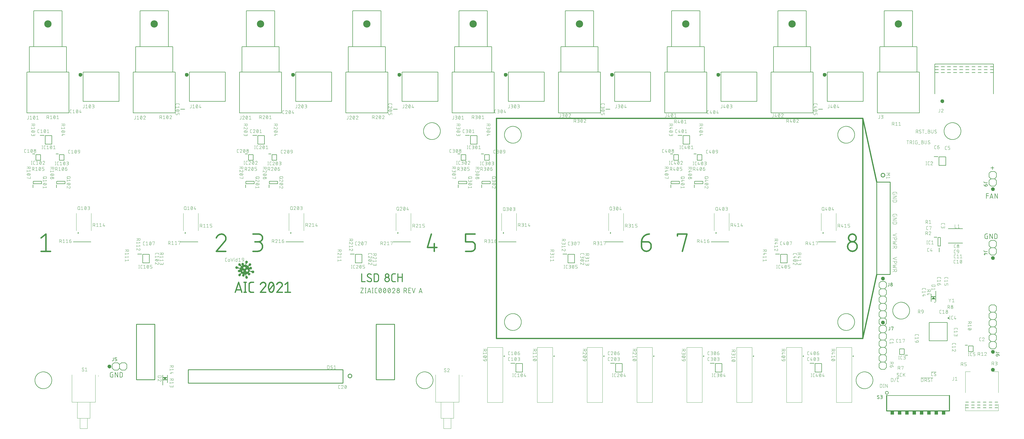
<source format=gbr>
G04 EAGLE Gerber RS-274X export*
G75*
%MOMM*%
%FSLAX34Y34*%
%LPD*%
%INSilkscreen Top*%
%IPPOS*%
%AMOC8*
5,1,8,0,0,1.08239X$1,22.5*%
G01*
%ADD10C,0.101600*%
%ADD11C,0.152400*%
%ADD12C,0.508000*%
%ADD13R,9.144000X0.101600*%
%ADD14R,9.245600X0.101600*%
%ADD15R,5.181600X0.101600*%
%ADD16R,2.235200X0.101600*%
%ADD17R,0.101600X0.101600*%
%ADD18R,2.743200X0.101600*%
%ADD19R,3.556000X0.101600*%
%ADD20R,5.080000X0.101600*%
%ADD21R,1.016000X0.101600*%
%ADD22R,1.524000X0.101600*%
%ADD23R,3.759200X0.101600*%
%ADD24R,0.609600X0.101600*%
%ADD25R,0.304800X0.101600*%
%ADD26R,1.117600X0.101600*%
%ADD27R,3.962400X0.101600*%
%ADD28R,0.711200X0.101600*%
%ADD29R,1.219200X0.101600*%
%ADD30R,0.914400X0.101600*%
%ADD31R,0.406400X0.101600*%
%ADD32R,0.508000X0.101600*%
%ADD33R,0.203200X0.101600*%
%ADD34R,9.042400X0.101600*%
%ADD35R,1.320800X0.101600*%
%ADD36R,2.133600X0.101600*%
%ADD37R,0.812800X0.101600*%
%ADD38R,1.930400X0.101600*%
%ADD39R,1.727200X0.101600*%
%ADD40R,1.625600X0.101600*%
%ADD41R,2.032000X0.101600*%
%ADD42R,3.454400X0.101600*%
%ADD43R,3.657600X0.101600*%
%ADD44R,1.828800X0.101600*%
%ADD45R,2.540000X0.101600*%
%ADD46R,2.946400X0.101600*%
%ADD47R,3.352800X0.101600*%
%ADD48R,4.368800X0.101600*%
%ADD49R,4.470400X0.101600*%
%ADD50R,3.251200X0.101600*%
%ADD51R,3.048000X0.101600*%
%ADD52R,3.149600X0.101600*%
%ADD53R,2.641600X0.101600*%
%ADD54R,1.422400X0.101600*%
%ADD55C,0.381000*%
%ADD56R,0.254000X0.025400*%
%ADD57R,0.381000X0.025400*%
%ADD58R,0.457200X0.025400*%
%ADD59R,0.508000X0.025400*%
%ADD60R,0.558800X0.025400*%
%ADD61R,0.609600X0.025400*%
%ADD62R,0.635000X0.025400*%
%ADD63R,0.685800X0.025400*%
%ADD64R,0.736600X0.025400*%
%ADD65R,0.762000X0.025400*%
%ADD66R,0.812800X0.025400*%
%ADD67R,0.838200X0.025400*%
%ADD68R,0.863600X0.025400*%
%ADD69R,0.787400X0.025400*%
%ADD70R,0.711200X0.025400*%
%ADD71R,0.584200X0.025400*%
%ADD72R,0.228600X0.025400*%
%ADD73R,0.355600X0.025400*%
%ADD74R,0.533400X0.025400*%
%ADD75R,0.431800X0.025400*%
%ADD76R,0.406400X0.025400*%
%ADD77R,0.203200X0.025400*%
%ADD78R,0.279400X0.025400*%
%ADD79R,0.330200X0.025400*%
%ADD80R,0.482600X0.025400*%
%ADD81R,0.660400X0.025400*%
%ADD82R,1.498600X0.025400*%
%ADD83R,0.889000X0.025400*%
%ADD84R,1.524000X0.025400*%
%ADD85R,1.574800X0.025400*%
%ADD86R,1.625600X0.025400*%
%ADD87R,1.701800X0.025400*%
%ADD88R,1.778000X0.025400*%
%ADD89R,1.854200X0.025400*%
%ADD90R,1.930400X0.025400*%
%ADD91R,1.981200X0.025400*%
%ADD92R,2.082800X0.025400*%
%ADD93R,2.133600X0.025400*%
%ADD94R,2.565400X0.025400*%
%ADD95R,2.921000X0.025400*%
%ADD96R,2.819400X0.025400*%
%ADD97R,2.768600X0.025400*%
%ADD98R,2.692400X0.025400*%
%ADD99R,0.076200X0.025400*%
%ADD100R,2.616200X0.025400*%
%ADD101R,2.590800X0.025400*%
%ADD102R,1.371600X0.025400*%
%ADD103R,1.066800X0.025400*%
%ADD104R,1.320800X0.025400*%
%ADD105R,1.041400X0.025400*%
%ADD106R,1.270000X0.025400*%
%ADD107R,0.990600X0.025400*%
%ADD108R,0.965200X0.025400*%
%ADD109R,1.244600X0.025400*%
%ADD110R,1.219200X0.025400*%
%ADD111R,0.939800X0.025400*%
%ADD112R,1.016000X0.025400*%
%ADD113R,1.295400X0.025400*%
%ADD114R,1.117600X0.025400*%
%ADD115R,2.184400X0.025400*%
%ADD116R,1.168400X0.025400*%
%ADD117R,2.235200X0.025400*%
%ADD118R,1.092200X0.025400*%
%ADD119R,1.346200X0.025400*%
%ADD120R,1.473200X0.025400*%
%ADD121R,2.260600X0.025400*%
%ADD122R,2.717800X0.025400*%
%ADD123R,2.286000X0.025400*%
%ADD124R,1.676400X0.025400*%
%ADD125R,2.311400X0.025400*%
%ADD126R,2.336800X0.025400*%
%ADD127R,1.447800X0.025400*%
%ADD128R,2.362200X0.025400*%
%ADD129R,2.387600X0.025400*%
%ADD130R,2.463800X0.025400*%
%ADD131R,4.064000X0.025400*%
%ADD132R,4.038600X0.025400*%
%ADD133R,3.987800X0.025400*%
%ADD134R,3.403600X0.025400*%
%ADD135R,3.378200X0.025400*%
%ADD136R,0.152400X0.025400*%
%ADD137R,2.209800X0.025400*%
%ADD138R,2.641600X0.025400*%
%ADD139R,2.667000X0.025400*%
%ADD140R,1.549400X0.025400*%
%ADD141R,0.914400X0.025400*%
%ADD142R,0.025400X0.025400*%
%ADD143R,2.006600X0.025400*%
%ADD144R,2.057400X0.025400*%
%ADD145R,2.108200X0.025400*%
%ADD146R,1.397000X0.025400*%
%ADD147R,1.193800X0.025400*%
%ADD148R,1.143000X0.025400*%
%ADD149R,3.073400X0.025400*%
%ADD150R,3.022600X0.025400*%
%ADD151R,2.971800X0.025400*%
%ADD152R,2.870200X0.025400*%
%ADD153R,2.794000X0.025400*%
%ADD154R,2.743200X0.025400*%
%ADD155R,2.946400X0.025400*%
%ADD156R,3.048000X0.025400*%
%ADD157R,3.124200X0.025400*%
%ADD158R,3.175000X0.025400*%
%ADD159R,3.225800X0.025400*%
%ADD160R,3.276600X0.025400*%
%ADD161R,2.895600X0.025400*%
%ADD162R,1.828800X0.025400*%
%ADD163R,1.752600X0.025400*%
%ADD164R,1.600200X0.025400*%
%ADD165R,0.304800X0.025400*%
%ADD166R,0.177800X0.025400*%
%ADD167C,0.076200*%
%ADD168C,0.304800*%
%ADD169C,0.200000*%
%ADD170C,0.254000*%
%ADD171C,0.250000*%
%ADD172C,0.100000*%
%ADD173C,0.127000*%
%ADD174C,0.150000*%
%ADD175C,0.762000*%
%ADD176C,0.203200*%
%ADD177C,2.520000*%
%ADD178C,0.406400*%
%ADD179C,0.100000*%
%ADD180R,1.270000X1.295400*%
%ADD181C,0.200000*%

G36*
X3166198Y356760D02*
X3166198Y356760D01*
X3166286Y356769D01*
X3166307Y356779D01*
X3166331Y356783D01*
X3166408Y356829D01*
X3166487Y356868D01*
X3166504Y356885D01*
X3166524Y356898D01*
X3166580Y356967D01*
X3166641Y357031D01*
X3166650Y357053D01*
X3166665Y357072D01*
X3166694Y357156D01*
X3166729Y357238D01*
X3166730Y357262D01*
X3166737Y357284D01*
X3166735Y357373D01*
X3166739Y357462D01*
X3166731Y357485D01*
X3166731Y357509D01*
X3166697Y357591D01*
X3166670Y357676D01*
X3166654Y357697D01*
X3166646Y357716D01*
X3166612Y357754D01*
X3166558Y357826D01*
X3160208Y364176D01*
X3160175Y364199D01*
X3160152Y364225D01*
X3160132Y364235D01*
X3160107Y364259D01*
X3160063Y364278D01*
X3160024Y364305D01*
X3159969Y364319D01*
X3159953Y364327D01*
X3159943Y364329D01*
X3159900Y364347D01*
X3159853Y364349D01*
X3159807Y364361D01*
X3159742Y364354D01*
X3159676Y364357D01*
X3159631Y364342D01*
X3159584Y364337D01*
X3159543Y364317D01*
X3159532Y364315D01*
X3159514Y364305D01*
X3159462Y364288D01*
X3159418Y364255D01*
X3159383Y364238D01*
X3159360Y364214D01*
X3159338Y364201D01*
X3159329Y364190D01*
X3159312Y364176D01*
X3152962Y357826D01*
X3152911Y357753D01*
X3152855Y357684D01*
X3152847Y357662D01*
X3152833Y357642D01*
X3152811Y357556D01*
X3152783Y357472D01*
X3152783Y357448D01*
X3152778Y357425D01*
X3152787Y357336D01*
X3152789Y357247D01*
X3152798Y357225D01*
X3152801Y357202D01*
X3152840Y357122D01*
X3152874Y357040D01*
X3152890Y357022D01*
X3152900Y357001D01*
X3152965Y356940D01*
X3153025Y356874D01*
X3153046Y356863D01*
X3153063Y356847D01*
X3153145Y356812D01*
X3153225Y356771D01*
X3153251Y356768D01*
X3153270Y356759D01*
X3153320Y356757D01*
X3153410Y356744D01*
X3166110Y356744D01*
X3166198Y356760D01*
G37*
G36*
X497858Y79384D02*
X497858Y79384D01*
X497924Y79381D01*
X497969Y79396D01*
X498016Y79401D01*
X498075Y79430D01*
X498138Y79450D01*
X498182Y79483D01*
X498217Y79500D01*
X498244Y79529D01*
X498288Y79562D01*
X504638Y85912D01*
X504689Y85985D01*
X504745Y86054D01*
X504753Y86076D01*
X504767Y86096D01*
X504789Y86182D01*
X504817Y86266D01*
X504817Y86290D01*
X504823Y86313D01*
X504813Y86402D01*
X504811Y86491D01*
X504802Y86513D01*
X504799Y86536D01*
X504760Y86616D01*
X504726Y86698D01*
X504710Y86716D01*
X504700Y86737D01*
X504635Y86798D01*
X504575Y86864D01*
X504554Y86875D01*
X504537Y86891D01*
X504455Y86926D01*
X504375Y86967D01*
X504349Y86970D01*
X504330Y86979D01*
X504280Y86981D01*
X504190Y86994D01*
X491490Y86994D01*
X491402Y86978D01*
X491314Y86969D01*
X491293Y86959D01*
X491269Y86955D01*
X491192Y86909D01*
X491113Y86870D01*
X491096Y86853D01*
X491076Y86840D01*
X491020Y86771D01*
X490959Y86707D01*
X490950Y86685D01*
X490935Y86666D01*
X490906Y86582D01*
X490871Y86500D01*
X490870Y86476D01*
X490863Y86454D01*
X490865Y86365D01*
X490861Y86276D01*
X490869Y86253D01*
X490869Y86229D01*
X490903Y86147D01*
X490930Y86062D01*
X490946Y86041D01*
X490954Y86022D01*
X490988Y85984D01*
X491042Y85912D01*
X497392Y79562D01*
X497446Y79524D01*
X497493Y79479D01*
X497537Y79460D01*
X497576Y79433D01*
X497639Y79417D01*
X497700Y79391D01*
X497747Y79389D01*
X497793Y79378D01*
X497858Y79384D01*
G37*
G36*
X3166175Y364375D02*
X3166175Y364375D01*
X3166241Y364377D01*
X3166284Y364395D01*
X3166331Y364403D01*
X3166388Y364437D01*
X3166448Y364462D01*
X3166483Y364493D01*
X3166524Y364518D01*
X3166566Y364569D01*
X3166614Y364613D01*
X3166636Y364655D01*
X3166665Y364692D01*
X3166686Y364754D01*
X3166717Y364813D01*
X3166725Y364867D01*
X3166737Y364904D01*
X3166736Y364944D01*
X3166744Y364998D01*
X3166744Y366268D01*
X3166733Y366333D01*
X3166731Y366399D01*
X3166713Y366442D01*
X3166705Y366489D01*
X3166671Y366546D01*
X3166646Y366606D01*
X3166615Y366641D01*
X3166590Y366682D01*
X3166539Y366724D01*
X3166495Y366772D01*
X3166453Y366794D01*
X3166416Y366823D01*
X3166354Y366844D01*
X3166295Y366875D01*
X3166241Y366883D01*
X3166204Y366895D01*
X3166164Y366894D01*
X3166110Y366902D01*
X3153410Y366902D01*
X3153345Y366891D01*
X3153279Y366889D01*
X3153236Y366871D01*
X3153189Y366863D01*
X3153132Y366829D01*
X3153072Y366804D01*
X3153037Y366773D01*
X3152996Y366748D01*
X3152955Y366697D01*
X3152906Y366653D01*
X3152884Y366611D01*
X3152855Y366574D01*
X3152834Y366512D01*
X3152803Y366453D01*
X3152795Y366399D01*
X3152783Y366362D01*
X3152783Y366360D01*
X3152784Y366322D01*
X3152776Y366268D01*
X3152776Y364998D01*
X3152787Y364933D01*
X3152789Y364867D01*
X3152807Y364824D01*
X3152815Y364777D01*
X3152849Y364720D01*
X3152874Y364660D01*
X3152905Y364625D01*
X3152930Y364584D01*
X3152981Y364543D01*
X3153025Y364494D01*
X3153067Y364472D01*
X3153104Y364443D01*
X3153166Y364422D01*
X3153225Y364391D01*
X3153279Y364383D01*
X3153316Y364371D01*
X3153356Y364372D01*
X3153410Y364364D01*
X3166110Y364364D01*
X3166175Y364375D01*
G37*
G36*
X504255Y76847D02*
X504255Y76847D01*
X504321Y76849D01*
X504364Y76867D01*
X504411Y76875D01*
X504468Y76909D01*
X504528Y76934D01*
X504563Y76965D01*
X504604Y76990D01*
X504646Y77041D01*
X504694Y77085D01*
X504716Y77127D01*
X504745Y77164D01*
X504766Y77226D01*
X504797Y77285D01*
X504805Y77339D01*
X504817Y77376D01*
X504816Y77416D01*
X504824Y77470D01*
X504824Y78740D01*
X504813Y78805D01*
X504811Y78871D01*
X504793Y78914D01*
X504785Y78961D01*
X504751Y79018D01*
X504726Y79078D01*
X504695Y79113D01*
X504670Y79154D01*
X504619Y79196D01*
X504575Y79244D01*
X504533Y79266D01*
X504496Y79295D01*
X504434Y79316D01*
X504375Y79347D01*
X504321Y79355D01*
X504284Y79367D01*
X504244Y79366D01*
X504190Y79374D01*
X491490Y79374D01*
X491425Y79363D01*
X491359Y79361D01*
X491316Y79343D01*
X491269Y79335D01*
X491212Y79301D01*
X491152Y79276D01*
X491117Y79245D01*
X491076Y79220D01*
X491035Y79169D01*
X490986Y79125D01*
X490964Y79083D01*
X490935Y79046D01*
X490914Y78984D01*
X490883Y78925D01*
X490875Y78871D01*
X490863Y78834D01*
X490863Y78832D01*
X490864Y78794D01*
X490856Y78740D01*
X490856Y77470D01*
X490867Y77405D01*
X490869Y77339D01*
X490887Y77296D01*
X490895Y77249D01*
X490929Y77192D01*
X490954Y77132D01*
X490985Y77097D01*
X491010Y77056D01*
X491061Y77015D01*
X491105Y76966D01*
X491147Y76944D01*
X491184Y76915D01*
X491246Y76894D01*
X491305Y76863D01*
X491359Y76855D01*
X491396Y76843D01*
X491436Y76844D01*
X491490Y76836D01*
X504190Y76836D01*
X504255Y76847D01*
G37*
D10*
X3116580Y85344D02*
X3157615Y85344D01*
X3117088Y83312D02*
X3117088Y71628D01*
X3117088Y83312D02*
X3120334Y83312D01*
X3120447Y83310D01*
X3120560Y83304D01*
X3120673Y83294D01*
X3120786Y83280D01*
X3120898Y83263D01*
X3121009Y83241D01*
X3121119Y83216D01*
X3121229Y83186D01*
X3121337Y83153D01*
X3121444Y83116D01*
X3121550Y83076D01*
X3121654Y83031D01*
X3121757Y82983D01*
X3121858Y82932D01*
X3121957Y82877D01*
X3122054Y82819D01*
X3122149Y82757D01*
X3122242Y82692D01*
X3122332Y82624D01*
X3122420Y82553D01*
X3122506Y82478D01*
X3122589Y82401D01*
X3122669Y82321D01*
X3122746Y82238D01*
X3122821Y82152D01*
X3122892Y82064D01*
X3122960Y81974D01*
X3123025Y81881D01*
X3123087Y81786D01*
X3123145Y81689D01*
X3123200Y81590D01*
X3123251Y81489D01*
X3123299Y81386D01*
X3123344Y81282D01*
X3123384Y81176D01*
X3123421Y81069D01*
X3123454Y80961D01*
X3123484Y80851D01*
X3123509Y80741D01*
X3123531Y80630D01*
X3123548Y80518D01*
X3123562Y80405D01*
X3123572Y80292D01*
X3123578Y80179D01*
X3123580Y80066D01*
X3123579Y80066D02*
X3123579Y74874D01*
X3123580Y74874D02*
X3123578Y74761D01*
X3123572Y74648D01*
X3123562Y74535D01*
X3123548Y74422D01*
X3123531Y74310D01*
X3123509Y74199D01*
X3123484Y74089D01*
X3123454Y73979D01*
X3123421Y73871D01*
X3123384Y73764D01*
X3123344Y73658D01*
X3123299Y73554D01*
X3123251Y73451D01*
X3123200Y73350D01*
X3123145Y73251D01*
X3123087Y73154D01*
X3123025Y73059D01*
X3122960Y72966D01*
X3122892Y72876D01*
X3122821Y72788D01*
X3122746Y72702D01*
X3122669Y72619D01*
X3122589Y72539D01*
X3122506Y72462D01*
X3122420Y72387D01*
X3122332Y72316D01*
X3122242Y72248D01*
X3122149Y72183D01*
X3122054Y72121D01*
X3121957Y72063D01*
X3121858Y72008D01*
X3121757Y71957D01*
X3121654Y71909D01*
X3121550Y71864D01*
X3121444Y71824D01*
X3121337Y71787D01*
X3121229Y71754D01*
X3121119Y71724D01*
X3121009Y71699D01*
X3120898Y71677D01*
X3120786Y71660D01*
X3120673Y71646D01*
X3120560Y71636D01*
X3120447Y71630D01*
X3120334Y71628D01*
X3117088Y71628D01*
X3129354Y71628D02*
X3129354Y83312D01*
X3132599Y83312D01*
X3132712Y83310D01*
X3132825Y83304D01*
X3132938Y83294D01*
X3133051Y83280D01*
X3133163Y83263D01*
X3133274Y83241D01*
X3133384Y83216D01*
X3133494Y83186D01*
X3133602Y83153D01*
X3133709Y83116D01*
X3133815Y83076D01*
X3133919Y83031D01*
X3134022Y82983D01*
X3134123Y82932D01*
X3134222Y82877D01*
X3134319Y82819D01*
X3134414Y82757D01*
X3134507Y82692D01*
X3134597Y82624D01*
X3134685Y82553D01*
X3134771Y82478D01*
X3134854Y82401D01*
X3134934Y82321D01*
X3135011Y82238D01*
X3135086Y82152D01*
X3135157Y82064D01*
X3135225Y81974D01*
X3135290Y81881D01*
X3135352Y81786D01*
X3135410Y81689D01*
X3135465Y81590D01*
X3135516Y81489D01*
X3135564Y81386D01*
X3135609Y81282D01*
X3135649Y81176D01*
X3135686Y81069D01*
X3135719Y80961D01*
X3135749Y80851D01*
X3135774Y80741D01*
X3135796Y80630D01*
X3135813Y80518D01*
X3135827Y80405D01*
X3135837Y80292D01*
X3135843Y80179D01*
X3135845Y80066D01*
X3135843Y79953D01*
X3135837Y79840D01*
X3135827Y79727D01*
X3135813Y79614D01*
X3135796Y79502D01*
X3135774Y79391D01*
X3135749Y79281D01*
X3135719Y79171D01*
X3135686Y79063D01*
X3135649Y78956D01*
X3135609Y78850D01*
X3135564Y78746D01*
X3135516Y78643D01*
X3135465Y78542D01*
X3135410Y78443D01*
X3135352Y78346D01*
X3135290Y78251D01*
X3135225Y78158D01*
X3135157Y78068D01*
X3135086Y77980D01*
X3135011Y77894D01*
X3134934Y77811D01*
X3134854Y77731D01*
X3134771Y77654D01*
X3134685Y77579D01*
X3134597Y77508D01*
X3134507Y77440D01*
X3134414Y77375D01*
X3134319Y77313D01*
X3134222Y77255D01*
X3134123Y77200D01*
X3134022Y77149D01*
X3133919Y77101D01*
X3133815Y77056D01*
X3133709Y77016D01*
X3133602Y76979D01*
X3133494Y76946D01*
X3133384Y76916D01*
X3133274Y76891D01*
X3133163Y76869D01*
X3133051Y76852D01*
X3132938Y76838D01*
X3132825Y76828D01*
X3132712Y76822D01*
X3132599Y76820D01*
X3132599Y76821D02*
X3129354Y76821D01*
X3133248Y76821D02*
X3135845Y71628D01*
X3144224Y71628D02*
X3144323Y71630D01*
X3144423Y71636D01*
X3144522Y71645D01*
X3144620Y71658D01*
X3144718Y71675D01*
X3144816Y71696D01*
X3144912Y71721D01*
X3145007Y71749D01*
X3145101Y71781D01*
X3145194Y71816D01*
X3145286Y71855D01*
X3145376Y71898D01*
X3145464Y71943D01*
X3145551Y71993D01*
X3145635Y72045D01*
X3145718Y72101D01*
X3145798Y72159D01*
X3145876Y72221D01*
X3145951Y72286D01*
X3146024Y72354D01*
X3146094Y72424D01*
X3146162Y72497D01*
X3146227Y72572D01*
X3146289Y72650D01*
X3146347Y72730D01*
X3146403Y72813D01*
X3146455Y72897D01*
X3146505Y72984D01*
X3146550Y73072D01*
X3146593Y73162D01*
X3146632Y73254D01*
X3146667Y73347D01*
X3146699Y73441D01*
X3146727Y73536D01*
X3146752Y73632D01*
X3146773Y73730D01*
X3146790Y73828D01*
X3146803Y73926D01*
X3146812Y74025D01*
X3146818Y74125D01*
X3146820Y74224D01*
X3144224Y71628D02*
X3144080Y71630D01*
X3143935Y71636D01*
X3143791Y71645D01*
X3143648Y71658D01*
X3143504Y71675D01*
X3143361Y71696D01*
X3143219Y71721D01*
X3143078Y71749D01*
X3142937Y71781D01*
X3142797Y71817D01*
X3142658Y71856D01*
X3142520Y71899D01*
X3142384Y71946D01*
X3142248Y71996D01*
X3142114Y72050D01*
X3141982Y72107D01*
X3141851Y72168D01*
X3141722Y72232D01*
X3141594Y72300D01*
X3141468Y72370D01*
X3141344Y72445D01*
X3141223Y72522D01*
X3141103Y72603D01*
X3140985Y72686D01*
X3140870Y72773D01*
X3140757Y72863D01*
X3140646Y72956D01*
X3140538Y73051D01*
X3140432Y73150D01*
X3140329Y73251D01*
X3140654Y80716D02*
X3140656Y80815D01*
X3140662Y80915D01*
X3140671Y81014D01*
X3140684Y81112D01*
X3140701Y81210D01*
X3140722Y81308D01*
X3140747Y81404D01*
X3140775Y81499D01*
X3140807Y81593D01*
X3140842Y81686D01*
X3140881Y81778D01*
X3140924Y81868D01*
X3140969Y81956D01*
X3141019Y82043D01*
X3141071Y82127D01*
X3141127Y82210D01*
X3141185Y82290D01*
X3141247Y82368D01*
X3141312Y82443D01*
X3141380Y82516D01*
X3141450Y82586D01*
X3141523Y82654D01*
X3141598Y82719D01*
X3141676Y82781D01*
X3141756Y82839D01*
X3141839Y82895D01*
X3141923Y82947D01*
X3142010Y82997D01*
X3142098Y83042D01*
X3142188Y83085D01*
X3142280Y83124D01*
X3142373Y83159D01*
X3142467Y83191D01*
X3142562Y83219D01*
X3142659Y83244D01*
X3142756Y83265D01*
X3142854Y83282D01*
X3142952Y83295D01*
X3143051Y83304D01*
X3143151Y83310D01*
X3143250Y83312D01*
X3143386Y83310D01*
X3143522Y83304D01*
X3143658Y83295D01*
X3143794Y83282D01*
X3143929Y83264D01*
X3144063Y83244D01*
X3144197Y83219D01*
X3144331Y83191D01*
X3144463Y83158D01*
X3144594Y83123D01*
X3144725Y83083D01*
X3144854Y83040D01*
X3144982Y82994D01*
X3145108Y82943D01*
X3145234Y82890D01*
X3145357Y82832D01*
X3145479Y82772D01*
X3145599Y82708D01*
X3145718Y82640D01*
X3145834Y82570D01*
X3145948Y82496D01*
X3146061Y82419D01*
X3146171Y82338D01*
X3141951Y78444D02*
X3141865Y78497D01*
X3141781Y78554D01*
X3141699Y78613D01*
X3141619Y78676D01*
X3141542Y78742D01*
X3141467Y78810D01*
X3141395Y78882D01*
X3141326Y78956D01*
X3141260Y79033D01*
X3141197Y79112D01*
X3141137Y79194D01*
X3141080Y79278D01*
X3141026Y79364D01*
X3140976Y79452D01*
X3140929Y79542D01*
X3140885Y79633D01*
X3140846Y79727D01*
X3140809Y79821D01*
X3140777Y79917D01*
X3140748Y80015D01*
X3140723Y80113D01*
X3140702Y80212D01*
X3140684Y80312D01*
X3140671Y80412D01*
X3140661Y80513D01*
X3140655Y80615D01*
X3140653Y80716D01*
X3145522Y76496D02*
X3145608Y76443D01*
X3145692Y76386D01*
X3145774Y76327D01*
X3145854Y76264D01*
X3145931Y76198D01*
X3146006Y76130D01*
X3146078Y76058D01*
X3146147Y75984D01*
X3146213Y75907D01*
X3146276Y75828D01*
X3146336Y75746D01*
X3146393Y75662D01*
X3146447Y75576D01*
X3146497Y75488D01*
X3146544Y75398D01*
X3146588Y75307D01*
X3146627Y75213D01*
X3146664Y75119D01*
X3146696Y75023D01*
X3146725Y74925D01*
X3146750Y74827D01*
X3146771Y74728D01*
X3146789Y74628D01*
X3146802Y74528D01*
X3146812Y74427D01*
X3146818Y74325D01*
X3146820Y74224D01*
X3145522Y76496D02*
X3141952Y78444D01*
X3153861Y83312D02*
X3153861Y71628D01*
X3150616Y83312D02*
X3157107Y83312D01*
X3152140Y105664D02*
X3168824Y105664D01*
X3157841Y91948D02*
X3155244Y91948D01*
X3155145Y91950D01*
X3155045Y91956D01*
X3154946Y91965D01*
X3154848Y91978D01*
X3154750Y91995D01*
X3154652Y92016D01*
X3154556Y92041D01*
X3154461Y92069D01*
X3154367Y92101D01*
X3154274Y92136D01*
X3154182Y92175D01*
X3154092Y92218D01*
X3154004Y92263D01*
X3153917Y92313D01*
X3153833Y92365D01*
X3153750Y92421D01*
X3153670Y92479D01*
X3153592Y92541D01*
X3153517Y92606D01*
X3153444Y92674D01*
X3153374Y92744D01*
X3153306Y92817D01*
X3153241Y92892D01*
X3153179Y92970D01*
X3153121Y93050D01*
X3153065Y93133D01*
X3153013Y93217D01*
X3152963Y93304D01*
X3152918Y93392D01*
X3152875Y93482D01*
X3152836Y93574D01*
X3152801Y93667D01*
X3152769Y93761D01*
X3152741Y93856D01*
X3152716Y93952D01*
X3152695Y94050D01*
X3152678Y94148D01*
X3152665Y94246D01*
X3152656Y94345D01*
X3152650Y94445D01*
X3152648Y94544D01*
X3152648Y101036D01*
X3152650Y101135D01*
X3152656Y101235D01*
X3152665Y101334D01*
X3152678Y101432D01*
X3152695Y101530D01*
X3152716Y101628D01*
X3152741Y101724D01*
X3152769Y101819D01*
X3152801Y101913D01*
X3152836Y102006D01*
X3152875Y102098D01*
X3152918Y102188D01*
X3152963Y102276D01*
X3153013Y102363D01*
X3153065Y102447D01*
X3153121Y102530D01*
X3153179Y102610D01*
X3153241Y102688D01*
X3153306Y102763D01*
X3153374Y102836D01*
X3153444Y102906D01*
X3153517Y102974D01*
X3153592Y103039D01*
X3153670Y103101D01*
X3153750Y103159D01*
X3153833Y103215D01*
X3153917Y103267D01*
X3154004Y103317D01*
X3154092Y103362D01*
X3154182Y103405D01*
X3154274Y103444D01*
X3154366Y103479D01*
X3154461Y103511D01*
X3154556Y103539D01*
X3154652Y103564D01*
X3154750Y103585D01*
X3154848Y103602D01*
X3154946Y103615D01*
X3155045Y103624D01*
X3155145Y103630D01*
X3155244Y103632D01*
X3157841Y103632D01*
X3168316Y94544D02*
X3168314Y94445D01*
X3168308Y94345D01*
X3168299Y94246D01*
X3168286Y94148D01*
X3168269Y94050D01*
X3168248Y93952D01*
X3168223Y93856D01*
X3168195Y93761D01*
X3168163Y93667D01*
X3168128Y93574D01*
X3168089Y93482D01*
X3168046Y93392D01*
X3168001Y93304D01*
X3167951Y93217D01*
X3167899Y93133D01*
X3167843Y93050D01*
X3167785Y92970D01*
X3167723Y92892D01*
X3167658Y92817D01*
X3167590Y92744D01*
X3167520Y92674D01*
X3167447Y92606D01*
X3167372Y92541D01*
X3167294Y92479D01*
X3167214Y92421D01*
X3167131Y92365D01*
X3167047Y92313D01*
X3166960Y92263D01*
X3166872Y92218D01*
X3166782Y92175D01*
X3166690Y92136D01*
X3166597Y92101D01*
X3166503Y92069D01*
X3166408Y92041D01*
X3166312Y92016D01*
X3166214Y91995D01*
X3166116Y91978D01*
X3166018Y91965D01*
X3165919Y91956D01*
X3165819Y91950D01*
X3165720Y91948D01*
X3165576Y91950D01*
X3165431Y91956D01*
X3165287Y91965D01*
X3165144Y91978D01*
X3165000Y91995D01*
X3164857Y92016D01*
X3164715Y92041D01*
X3164574Y92069D01*
X3164433Y92101D01*
X3164293Y92137D01*
X3164154Y92176D01*
X3164016Y92219D01*
X3163880Y92266D01*
X3163744Y92316D01*
X3163610Y92370D01*
X3163478Y92427D01*
X3163347Y92488D01*
X3163218Y92552D01*
X3163090Y92620D01*
X3162964Y92690D01*
X3162840Y92765D01*
X3162719Y92842D01*
X3162599Y92923D01*
X3162481Y93006D01*
X3162366Y93093D01*
X3162253Y93183D01*
X3162142Y93276D01*
X3162034Y93371D01*
X3161928Y93470D01*
X3161825Y93571D01*
X3162150Y101036D02*
X3162152Y101135D01*
X3162158Y101235D01*
X3162167Y101334D01*
X3162180Y101432D01*
X3162197Y101530D01*
X3162218Y101628D01*
X3162243Y101724D01*
X3162271Y101819D01*
X3162303Y101913D01*
X3162338Y102006D01*
X3162377Y102098D01*
X3162420Y102188D01*
X3162465Y102276D01*
X3162515Y102363D01*
X3162567Y102447D01*
X3162623Y102530D01*
X3162681Y102610D01*
X3162743Y102688D01*
X3162808Y102763D01*
X3162876Y102836D01*
X3162946Y102906D01*
X3163019Y102974D01*
X3163094Y103039D01*
X3163172Y103101D01*
X3163252Y103159D01*
X3163335Y103215D01*
X3163419Y103267D01*
X3163506Y103317D01*
X3163594Y103362D01*
X3163684Y103405D01*
X3163776Y103444D01*
X3163869Y103479D01*
X3163963Y103511D01*
X3164058Y103539D01*
X3164155Y103564D01*
X3164252Y103585D01*
X3164350Y103602D01*
X3164448Y103615D01*
X3164547Y103624D01*
X3164647Y103630D01*
X3164746Y103632D01*
X3164882Y103630D01*
X3165018Y103624D01*
X3165154Y103615D01*
X3165290Y103602D01*
X3165425Y103584D01*
X3165559Y103564D01*
X3165693Y103539D01*
X3165827Y103511D01*
X3165959Y103478D01*
X3166090Y103443D01*
X3166221Y103403D01*
X3166350Y103360D01*
X3166478Y103314D01*
X3166604Y103263D01*
X3166730Y103210D01*
X3166853Y103152D01*
X3166975Y103092D01*
X3167095Y103028D01*
X3167214Y102960D01*
X3167330Y102890D01*
X3167444Y102816D01*
X3167557Y102739D01*
X3167667Y102658D01*
X3163448Y98764D02*
X3163362Y98817D01*
X3163278Y98874D01*
X3163196Y98933D01*
X3163116Y98996D01*
X3163039Y99062D01*
X3162964Y99130D01*
X3162892Y99202D01*
X3162823Y99276D01*
X3162757Y99353D01*
X3162694Y99432D01*
X3162634Y99514D01*
X3162577Y99598D01*
X3162523Y99684D01*
X3162473Y99772D01*
X3162426Y99862D01*
X3162382Y99953D01*
X3162343Y100047D01*
X3162306Y100141D01*
X3162274Y100237D01*
X3162245Y100335D01*
X3162220Y100433D01*
X3162199Y100532D01*
X3162181Y100632D01*
X3162168Y100732D01*
X3162158Y100833D01*
X3162152Y100935D01*
X3162150Y101036D01*
X3167018Y96816D02*
X3167104Y96763D01*
X3167188Y96706D01*
X3167270Y96647D01*
X3167350Y96584D01*
X3167427Y96518D01*
X3167502Y96450D01*
X3167574Y96378D01*
X3167643Y96304D01*
X3167709Y96227D01*
X3167772Y96148D01*
X3167832Y96066D01*
X3167889Y95982D01*
X3167943Y95896D01*
X3167993Y95808D01*
X3168040Y95718D01*
X3168084Y95627D01*
X3168123Y95533D01*
X3168160Y95439D01*
X3168192Y95343D01*
X3168221Y95245D01*
X3168246Y95147D01*
X3168267Y95048D01*
X3168285Y94948D01*
X3168298Y94848D01*
X3168308Y94747D01*
X3168314Y94645D01*
X3168316Y94544D01*
X3167018Y96816D02*
X3163448Y98764D01*
X3039759Y92004D02*
X3039757Y91905D01*
X3039751Y91805D01*
X3039742Y91706D01*
X3039729Y91608D01*
X3039712Y91510D01*
X3039691Y91412D01*
X3039666Y91316D01*
X3039638Y91221D01*
X3039606Y91127D01*
X3039571Y91034D01*
X3039532Y90942D01*
X3039489Y90852D01*
X3039444Y90764D01*
X3039394Y90677D01*
X3039342Y90593D01*
X3039286Y90510D01*
X3039228Y90430D01*
X3039166Y90352D01*
X3039101Y90277D01*
X3039033Y90204D01*
X3038963Y90134D01*
X3038890Y90066D01*
X3038815Y90001D01*
X3038737Y89939D01*
X3038657Y89881D01*
X3038574Y89825D01*
X3038490Y89773D01*
X3038403Y89723D01*
X3038315Y89678D01*
X3038225Y89635D01*
X3038133Y89596D01*
X3038040Y89561D01*
X3037946Y89529D01*
X3037851Y89501D01*
X3037755Y89476D01*
X3037657Y89455D01*
X3037559Y89438D01*
X3037461Y89425D01*
X3037362Y89416D01*
X3037262Y89410D01*
X3037163Y89408D01*
X3037019Y89410D01*
X3036874Y89416D01*
X3036730Y89425D01*
X3036587Y89438D01*
X3036443Y89455D01*
X3036300Y89476D01*
X3036158Y89501D01*
X3036017Y89529D01*
X3035876Y89561D01*
X3035736Y89597D01*
X3035597Y89636D01*
X3035459Y89679D01*
X3035323Y89726D01*
X3035187Y89776D01*
X3035053Y89830D01*
X3034921Y89887D01*
X3034790Y89948D01*
X3034661Y90012D01*
X3034533Y90080D01*
X3034407Y90150D01*
X3034283Y90225D01*
X3034162Y90302D01*
X3034042Y90383D01*
X3033924Y90466D01*
X3033809Y90553D01*
X3033696Y90643D01*
X3033585Y90736D01*
X3033477Y90831D01*
X3033371Y90930D01*
X3033268Y91031D01*
X3033593Y98496D02*
X3033595Y98595D01*
X3033601Y98695D01*
X3033610Y98794D01*
X3033623Y98892D01*
X3033640Y98990D01*
X3033661Y99088D01*
X3033686Y99184D01*
X3033714Y99279D01*
X3033746Y99373D01*
X3033781Y99466D01*
X3033820Y99558D01*
X3033863Y99648D01*
X3033908Y99736D01*
X3033958Y99823D01*
X3034010Y99907D01*
X3034066Y99990D01*
X3034124Y100070D01*
X3034186Y100148D01*
X3034251Y100223D01*
X3034319Y100296D01*
X3034389Y100366D01*
X3034462Y100434D01*
X3034537Y100499D01*
X3034615Y100561D01*
X3034695Y100619D01*
X3034778Y100675D01*
X3034862Y100727D01*
X3034949Y100777D01*
X3035037Y100822D01*
X3035127Y100865D01*
X3035219Y100904D01*
X3035312Y100939D01*
X3035406Y100971D01*
X3035501Y100999D01*
X3035598Y101024D01*
X3035695Y101045D01*
X3035793Y101062D01*
X3035891Y101075D01*
X3035990Y101084D01*
X3036090Y101090D01*
X3036189Y101092D01*
X3036325Y101090D01*
X3036461Y101084D01*
X3036597Y101075D01*
X3036733Y101062D01*
X3036868Y101044D01*
X3037002Y101024D01*
X3037136Y100999D01*
X3037270Y100971D01*
X3037402Y100938D01*
X3037533Y100903D01*
X3037664Y100863D01*
X3037793Y100820D01*
X3037921Y100774D01*
X3038047Y100723D01*
X3038173Y100670D01*
X3038296Y100612D01*
X3038418Y100552D01*
X3038538Y100488D01*
X3038657Y100420D01*
X3038773Y100350D01*
X3038887Y100276D01*
X3039000Y100199D01*
X3039110Y100118D01*
X3034891Y96224D02*
X3034805Y96277D01*
X3034721Y96334D01*
X3034639Y96393D01*
X3034559Y96456D01*
X3034482Y96522D01*
X3034407Y96590D01*
X3034335Y96662D01*
X3034266Y96736D01*
X3034200Y96813D01*
X3034137Y96892D01*
X3034077Y96974D01*
X3034020Y97058D01*
X3033966Y97144D01*
X3033916Y97232D01*
X3033869Y97322D01*
X3033825Y97413D01*
X3033786Y97507D01*
X3033749Y97601D01*
X3033717Y97697D01*
X3033688Y97795D01*
X3033663Y97893D01*
X3033642Y97992D01*
X3033624Y98092D01*
X3033611Y98192D01*
X3033601Y98293D01*
X3033595Y98395D01*
X3033593Y98496D01*
X3038461Y94276D02*
X3038547Y94223D01*
X3038631Y94166D01*
X3038713Y94107D01*
X3038793Y94044D01*
X3038870Y93978D01*
X3038945Y93910D01*
X3039017Y93838D01*
X3039086Y93764D01*
X3039152Y93687D01*
X3039215Y93608D01*
X3039275Y93526D01*
X3039332Y93442D01*
X3039386Y93356D01*
X3039436Y93268D01*
X3039483Y93178D01*
X3039527Y93087D01*
X3039566Y92993D01*
X3039603Y92899D01*
X3039635Y92803D01*
X3039664Y92705D01*
X3039689Y92607D01*
X3039710Y92508D01*
X3039728Y92408D01*
X3039741Y92308D01*
X3039751Y92207D01*
X3039757Y92105D01*
X3039759Y92004D01*
X3038461Y94276D02*
X3034891Y96224D01*
X3046880Y89408D02*
X3049477Y89408D01*
X3046880Y89408D02*
X3046781Y89410D01*
X3046681Y89416D01*
X3046582Y89425D01*
X3046484Y89438D01*
X3046386Y89455D01*
X3046288Y89476D01*
X3046192Y89501D01*
X3046097Y89529D01*
X3046003Y89561D01*
X3045910Y89596D01*
X3045818Y89635D01*
X3045728Y89678D01*
X3045640Y89723D01*
X3045553Y89773D01*
X3045469Y89825D01*
X3045386Y89881D01*
X3045306Y89939D01*
X3045228Y90001D01*
X3045153Y90066D01*
X3045080Y90134D01*
X3045010Y90204D01*
X3044942Y90277D01*
X3044877Y90352D01*
X3044815Y90430D01*
X3044757Y90510D01*
X3044701Y90593D01*
X3044649Y90677D01*
X3044599Y90764D01*
X3044554Y90852D01*
X3044511Y90942D01*
X3044472Y91034D01*
X3044437Y91127D01*
X3044405Y91221D01*
X3044377Y91316D01*
X3044352Y91412D01*
X3044331Y91510D01*
X3044314Y91608D01*
X3044301Y91706D01*
X3044292Y91805D01*
X3044286Y91905D01*
X3044284Y92004D01*
X3044284Y98496D01*
X3044286Y98595D01*
X3044292Y98695D01*
X3044301Y98794D01*
X3044314Y98892D01*
X3044331Y98990D01*
X3044352Y99088D01*
X3044377Y99184D01*
X3044405Y99279D01*
X3044437Y99373D01*
X3044472Y99466D01*
X3044511Y99558D01*
X3044554Y99648D01*
X3044599Y99736D01*
X3044649Y99823D01*
X3044701Y99907D01*
X3044757Y99990D01*
X3044815Y100070D01*
X3044877Y100148D01*
X3044942Y100223D01*
X3045010Y100296D01*
X3045080Y100366D01*
X3045153Y100434D01*
X3045228Y100499D01*
X3045306Y100561D01*
X3045386Y100619D01*
X3045469Y100675D01*
X3045553Y100727D01*
X3045640Y100777D01*
X3045728Y100822D01*
X3045818Y100865D01*
X3045910Y100904D01*
X3046002Y100939D01*
X3046097Y100971D01*
X3046192Y100999D01*
X3046288Y101024D01*
X3046386Y101045D01*
X3046484Y101062D01*
X3046582Y101075D01*
X3046681Y101084D01*
X3046781Y101090D01*
X3046880Y101092D01*
X3049477Y101092D01*
X3054392Y101092D02*
X3054392Y89408D01*
X3054392Y93952D02*
X3060883Y101092D01*
X3056989Y96548D02*
X3060883Y89408D01*
X3039571Y85344D02*
X3031434Y85344D01*
X3012948Y83312D02*
X3012948Y71628D01*
X3012948Y83312D02*
X3016194Y83312D01*
X3016307Y83310D01*
X3016420Y83304D01*
X3016533Y83294D01*
X3016646Y83280D01*
X3016758Y83263D01*
X3016869Y83241D01*
X3016979Y83216D01*
X3017089Y83186D01*
X3017197Y83153D01*
X3017304Y83116D01*
X3017410Y83076D01*
X3017514Y83031D01*
X3017617Y82983D01*
X3017718Y82932D01*
X3017817Y82877D01*
X3017914Y82819D01*
X3018009Y82757D01*
X3018102Y82692D01*
X3018192Y82624D01*
X3018280Y82553D01*
X3018366Y82478D01*
X3018449Y82401D01*
X3018529Y82321D01*
X3018606Y82238D01*
X3018681Y82152D01*
X3018752Y82064D01*
X3018820Y81974D01*
X3018885Y81881D01*
X3018947Y81786D01*
X3019005Y81689D01*
X3019060Y81590D01*
X3019111Y81489D01*
X3019159Y81386D01*
X3019204Y81282D01*
X3019244Y81176D01*
X3019281Y81069D01*
X3019314Y80961D01*
X3019344Y80851D01*
X3019369Y80741D01*
X3019391Y80630D01*
X3019408Y80518D01*
X3019422Y80405D01*
X3019432Y80292D01*
X3019438Y80179D01*
X3019440Y80066D01*
X3019439Y80066D02*
X3019439Y74874D01*
X3019440Y74874D02*
X3019438Y74761D01*
X3019432Y74648D01*
X3019422Y74535D01*
X3019408Y74422D01*
X3019391Y74310D01*
X3019369Y74199D01*
X3019344Y74089D01*
X3019314Y73979D01*
X3019281Y73871D01*
X3019244Y73764D01*
X3019204Y73658D01*
X3019159Y73554D01*
X3019111Y73451D01*
X3019060Y73350D01*
X3019005Y73251D01*
X3018947Y73154D01*
X3018885Y73059D01*
X3018820Y72966D01*
X3018752Y72876D01*
X3018681Y72788D01*
X3018606Y72702D01*
X3018529Y72619D01*
X3018449Y72539D01*
X3018366Y72462D01*
X3018280Y72387D01*
X3018192Y72316D01*
X3018102Y72248D01*
X3018009Y72183D01*
X3017914Y72121D01*
X3017817Y72063D01*
X3017718Y72008D01*
X3017617Y71957D01*
X3017514Y71909D01*
X3017410Y71864D01*
X3017304Y71824D01*
X3017197Y71787D01*
X3017089Y71754D01*
X3016979Y71724D01*
X3016869Y71699D01*
X3016758Y71677D01*
X3016646Y71660D01*
X3016533Y71646D01*
X3016420Y71636D01*
X3016307Y71630D01*
X3016194Y71628D01*
X3012948Y71628D01*
X3024265Y70330D02*
X3029458Y84610D01*
X3036466Y71628D02*
X3039063Y71628D01*
X3036466Y71628D02*
X3036367Y71630D01*
X3036267Y71636D01*
X3036168Y71645D01*
X3036070Y71658D01*
X3035972Y71675D01*
X3035874Y71696D01*
X3035778Y71721D01*
X3035683Y71749D01*
X3035589Y71781D01*
X3035496Y71816D01*
X3035404Y71855D01*
X3035314Y71898D01*
X3035226Y71943D01*
X3035139Y71993D01*
X3035055Y72045D01*
X3034972Y72101D01*
X3034892Y72159D01*
X3034814Y72221D01*
X3034739Y72286D01*
X3034666Y72354D01*
X3034596Y72424D01*
X3034528Y72497D01*
X3034463Y72572D01*
X3034401Y72650D01*
X3034343Y72730D01*
X3034287Y72813D01*
X3034235Y72897D01*
X3034185Y72984D01*
X3034140Y73072D01*
X3034097Y73162D01*
X3034058Y73254D01*
X3034023Y73347D01*
X3033991Y73441D01*
X3033963Y73536D01*
X3033938Y73632D01*
X3033917Y73730D01*
X3033900Y73828D01*
X3033887Y73926D01*
X3033878Y74025D01*
X3033872Y74125D01*
X3033870Y74224D01*
X3033870Y80716D01*
X3033872Y80815D01*
X3033878Y80915D01*
X3033887Y81014D01*
X3033900Y81112D01*
X3033917Y81210D01*
X3033938Y81308D01*
X3033963Y81404D01*
X3033991Y81499D01*
X3034023Y81593D01*
X3034058Y81686D01*
X3034097Y81778D01*
X3034140Y81868D01*
X3034185Y81956D01*
X3034235Y82043D01*
X3034287Y82127D01*
X3034343Y82210D01*
X3034401Y82290D01*
X3034463Y82368D01*
X3034528Y82443D01*
X3034596Y82516D01*
X3034666Y82586D01*
X3034739Y82654D01*
X3034814Y82719D01*
X3034892Y82781D01*
X3034972Y82839D01*
X3035055Y82895D01*
X3035139Y82947D01*
X3035226Y82997D01*
X3035314Y83042D01*
X3035404Y83085D01*
X3035496Y83124D01*
X3035588Y83159D01*
X3035683Y83191D01*
X3035778Y83219D01*
X3035874Y83244D01*
X3035972Y83265D01*
X3036070Y83282D01*
X3036168Y83295D01*
X3036267Y83304D01*
X3036367Y83310D01*
X3036466Y83312D01*
X3039063Y83312D01*
X2974848Y62992D02*
X2974848Y51308D01*
X2974848Y62992D02*
X2978094Y62992D01*
X2978207Y62990D01*
X2978320Y62984D01*
X2978433Y62974D01*
X2978546Y62960D01*
X2978658Y62943D01*
X2978769Y62921D01*
X2978879Y62896D01*
X2978989Y62866D01*
X2979097Y62833D01*
X2979204Y62796D01*
X2979310Y62756D01*
X2979414Y62711D01*
X2979517Y62663D01*
X2979618Y62612D01*
X2979717Y62557D01*
X2979814Y62499D01*
X2979909Y62437D01*
X2980002Y62372D01*
X2980092Y62304D01*
X2980180Y62233D01*
X2980266Y62158D01*
X2980349Y62081D01*
X2980429Y62001D01*
X2980506Y61918D01*
X2980581Y61832D01*
X2980652Y61744D01*
X2980720Y61654D01*
X2980785Y61561D01*
X2980847Y61466D01*
X2980905Y61369D01*
X2980960Y61270D01*
X2981011Y61169D01*
X2981059Y61066D01*
X2981104Y60962D01*
X2981144Y60856D01*
X2981181Y60749D01*
X2981214Y60641D01*
X2981244Y60531D01*
X2981269Y60421D01*
X2981291Y60310D01*
X2981308Y60198D01*
X2981322Y60085D01*
X2981332Y59972D01*
X2981338Y59859D01*
X2981340Y59746D01*
X2981339Y59746D02*
X2981339Y54554D01*
X2981340Y54554D02*
X2981338Y54441D01*
X2981332Y54328D01*
X2981322Y54215D01*
X2981308Y54102D01*
X2981291Y53990D01*
X2981269Y53879D01*
X2981244Y53769D01*
X2981214Y53659D01*
X2981181Y53551D01*
X2981144Y53444D01*
X2981104Y53338D01*
X2981059Y53234D01*
X2981011Y53131D01*
X2980960Y53030D01*
X2980905Y52931D01*
X2980847Y52834D01*
X2980785Y52739D01*
X2980720Y52646D01*
X2980652Y52556D01*
X2980581Y52468D01*
X2980506Y52382D01*
X2980429Y52299D01*
X2980349Y52219D01*
X2980266Y52142D01*
X2980180Y52067D01*
X2980092Y51996D01*
X2980002Y51928D01*
X2979909Y51863D01*
X2979814Y51801D01*
X2979717Y51743D01*
X2979618Y51688D01*
X2979517Y51637D01*
X2979414Y51589D01*
X2979310Y51544D01*
X2979204Y51504D01*
X2979097Y51467D01*
X2978989Y51434D01*
X2978879Y51404D01*
X2978769Y51379D01*
X2978658Y51357D01*
X2978546Y51340D01*
X2978433Y51326D01*
X2978320Y51316D01*
X2978207Y51310D01*
X2978094Y51308D01*
X2974848Y51308D01*
X2987619Y51308D02*
X2987619Y62992D01*
X2986320Y51308D02*
X2988917Y51308D01*
X2988917Y62992D02*
X2986320Y62992D01*
X2993898Y62992D02*
X2993898Y51308D01*
X3000389Y51308D02*
X2993898Y62992D01*
X3000389Y62992D02*
X3000389Y51308D01*
D11*
X3358642Y812264D02*
X3369479Y812264D01*
X3364061Y806845D02*
X3364061Y817682D01*
X3343402Y723138D02*
X3343402Y706882D01*
X3343402Y723138D02*
X3350627Y723138D01*
X3350627Y715913D02*
X3343402Y715913D01*
X3355495Y706882D02*
X3360914Y723138D01*
X3366332Y706882D01*
X3364978Y710946D02*
X3356850Y710946D01*
X3372551Y706882D02*
X3372551Y723138D01*
X3381582Y706882D01*
X3381582Y723138D01*
X3347353Y576213D02*
X3344644Y576213D01*
X3347353Y576213D02*
X3347353Y567182D01*
X3341934Y567182D01*
X3341816Y567184D01*
X3341698Y567190D01*
X3341580Y567199D01*
X3341463Y567213D01*
X3341346Y567230D01*
X3341229Y567251D01*
X3341114Y567276D01*
X3340999Y567305D01*
X3340885Y567338D01*
X3340773Y567374D01*
X3340662Y567414D01*
X3340552Y567457D01*
X3340443Y567504D01*
X3340336Y567554D01*
X3340231Y567609D01*
X3340128Y567666D01*
X3340027Y567727D01*
X3339927Y567791D01*
X3339830Y567858D01*
X3339735Y567928D01*
X3339643Y568002D01*
X3339552Y568078D01*
X3339465Y568158D01*
X3339380Y568240D01*
X3339298Y568325D01*
X3339218Y568412D01*
X3339142Y568503D01*
X3339068Y568595D01*
X3338998Y568690D01*
X3338931Y568787D01*
X3338867Y568887D01*
X3338806Y568988D01*
X3338749Y569091D01*
X3338694Y569196D01*
X3338644Y569303D01*
X3338597Y569412D01*
X3338554Y569522D01*
X3338514Y569633D01*
X3338478Y569745D01*
X3338445Y569859D01*
X3338416Y569974D01*
X3338391Y570089D01*
X3338370Y570206D01*
X3338353Y570323D01*
X3338339Y570440D01*
X3338330Y570558D01*
X3338324Y570676D01*
X3338322Y570794D01*
X3338322Y579826D01*
X3338324Y579944D01*
X3338330Y580062D01*
X3338339Y580180D01*
X3338353Y580297D01*
X3338370Y580414D01*
X3338391Y580531D01*
X3338416Y580646D01*
X3338445Y580761D01*
X3338478Y580875D01*
X3338514Y580987D01*
X3338554Y581098D01*
X3338597Y581208D01*
X3338644Y581317D01*
X3338694Y581424D01*
X3338748Y581529D01*
X3338806Y581632D01*
X3338867Y581733D01*
X3338931Y581833D01*
X3338998Y581930D01*
X3339068Y582025D01*
X3339142Y582117D01*
X3339218Y582208D01*
X3339298Y582295D01*
X3339380Y582380D01*
X3339465Y582462D01*
X3339552Y582542D01*
X3339643Y582618D01*
X3339735Y582692D01*
X3339830Y582762D01*
X3339927Y582829D01*
X3340027Y582893D01*
X3340128Y582954D01*
X3340231Y583011D01*
X3340336Y583065D01*
X3340443Y583116D01*
X3340552Y583163D01*
X3340662Y583206D01*
X3340773Y583246D01*
X3340885Y583282D01*
X3340999Y583315D01*
X3341114Y583344D01*
X3341229Y583369D01*
X3341346Y583390D01*
X3341463Y583407D01*
X3341580Y583421D01*
X3341698Y583430D01*
X3341816Y583436D01*
X3341934Y583438D01*
X3347353Y583438D01*
X3354995Y583438D02*
X3354995Y567182D01*
X3364026Y567182D02*
X3354995Y583438D01*
X3364026Y583438D02*
X3364026Y567182D01*
X3371669Y567182D02*
X3371669Y583438D01*
X3376184Y583438D01*
X3376315Y583436D01*
X3376447Y583430D01*
X3376578Y583421D01*
X3376708Y583407D01*
X3376839Y583390D01*
X3376968Y583369D01*
X3377097Y583345D01*
X3377225Y583316D01*
X3377353Y583284D01*
X3377479Y583248D01*
X3377604Y583209D01*
X3377729Y583166D01*
X3377851Y583119D01*
X3377973Y583069D01*
X3378093Y583015D01*
X3378211Y582958D01*
X3378327Y582897D01*
X3378442Y582833D01*
X3378555Y582766D01*
X3378666Y582695D01*
X3378774Y582621D01*
X3378881Y582544D01*
X3378985Y582464D01*
X3379087Y582381D01*
X3379186Y582296D01*
X3379283Y582207D01*
X3379377Y582115D01*
X3379469Y582021D01*
X3379558Y581924D01*
X3379643Y581825D01*
X3379726Y581723D01*
X3379806Y581619D01*
X3379883Y581512D01*
X3379957Y581404D01*
X3380028Y581293D01*
X3380095Y581180D01*
X3380159Y581065D01*
X3380220Y580949D01*
X3380277Y580831D01*
X3380331Y580711D01*
X3380381Y580589D01*
X3380428Y580467D01*
X3380471Y580342D01*
X3380510Y580217D01*
X3380546Y580091D01*
X3380578Y579963D01*
X3380607Y579835D01*
X3380631Y579706D01*
X3380652Y579577D01*
X3380669Y579446D01*
X3380683Y579316D01*
X3380692Y579185D01*
X3380698Y579053D01*
X3380700Y578922D01*
X3380700Y571698D01*
X3380698Y571567D01*
X3380692Y571435D01*
X3380683Y571304D01*
X3380669Y571174D01*
X3380652Y571043D01*
X3380631Y570914D01*
X3380607Y570785D01*
X3380578Y570657D01*
X3380546Y570529D01*
X3380510Y570403D01*
X3380471Y570278D01*
X3380428Y570153D01*
X3380381Y570031D01*
X3380331Y569909D01*
X3380277Y569789D01*
X3380220Y569671D01*
X3380159Y569555D01*
X3380095Y569440D01*
X3380028Y569327D01*
X3379957Y569216D01*
X3379883Y569108D01*
X3379806Y569001D01*
X3379726Y568897D01*
X3379643Y568795D01*
X3379558Y568696D01*
X3379469Y568599D01*
X3379377Y568505D01*
X3379283Y568413D01*
X3379186Y568324D01*
X3379087Y568239D01*
X3378985Y568156D01*
X3378881Y568076D01*
X3378774Y567999D01*
X3378666Y567925D01*
X3378555Y567854D01*
X3378442Y567787D01*
X3378327Y567723D01*
X3378211Y567662D01*
X3378093Y567605D01*
X3377973Y567551D01*
X3377851Y567501D01*
X3377729Y567454D01*
X3377604Y567411D01*
X3377479Y567372D01*
X3377353Y567336D01*
X3377225Y567304D01*
X3377097Y567275D01*
X3376968Y567251D01*
X3376838Y567230D01*
X3376708Y567213D01*
X3376578Y567199D01*
X3376447Y567190D01*
X3376315Y567184D01*
X3376184Y567182D01*
X3371669Y567182D01*
X317133Y96153D02*
X314424Y96153D01*
X317133Y96153D02*
X317133Y87122D01*
X311714Y87122D01*
X311596Y87124D01*
X311478Y87130D01*
X311360Y87139D01*
X311243Y87153D01*
X311126Y87170D01*
X311009Y87191D01*
X310894Y87216D01*
X310779Y87245D01*
X310665Y87278D01*
X310553Y87314D01*
X310442Y87354D01*
X310332Y87397D01*
X310223Y87444D01*
X310116Y87494D01*
X310011Y87549D01*
X309908Y87606D01*
X309807Y87667D01*
X309707Y87731D01*
X309610Y87798D01*
X309515Y87868D01*
X309423Y87942D01*
X309332Y88018D01*
X309245Y88098D01*
X309160Y88180D01*
X309078Y88265D01*
X308998Y88352D01*
X308922Y88443D01*
X308848Y88535D01*
X308778Y88630D01*
X308711Y88727D01*
X308647Y88827D01*
X308586Y88928D01*
X308529Y89031D01*
X308474Y89136D01*
X308424Y89243D01*
X308377Y89352D01*
X308334Y89462D01*
X308294Y89573D01*
X308258Y89685D01*
X308225Y89799D01*
X308196Y89914D01*
X308171Y90029D01*
X308150Y90146D01*
X308133Y90263D01*
X308119Y90380D01*
X308110Y90498D01*
X308104Y90616D01*
X308102Y90734D01*
X308102Y99766D01*
X308104Y99884D01*
X308110Y100002D01*
X308119Y100120D01*
X308133Y100237D01*
X308150Y100354D01*
X308171Y100471D01*
X308196Y100586D01*
X308225Y100701D01*
X308258Y100815D01*
X308294Y100927D01*
X308334Y101038D01*
X308377Y101148D01*
X308424Y101257D01*
X308474Y101364D01*
X308528Y101469D01*
X308586Y101572D01*
X308647Y101673D01*
X308711Y101773D01*
X308778Y101870D01*
X308848Y101965D01*
X308922Y102057D01*
X308998Y102148D01*
X309078Y102235D01*
X309160Y102320D01*
X309245Y102402D01*
X309332Y102482D01*
X309423Y102558D01*
X309515Y102632D01*
X309610Y102702D01*
X309707Y102769D01*
X309807Y102833D01*
X309908Y102894D01*
X310011Y102951D01*
X310116Y103005D01*
X310223Y103056D01*
X310332Y103103D01*
X310442Y103146D01*
X310553Y103186D01*
X310665Y103222D01*
X310779Y103255D01*
X310894Y103284D01*
X311009Y103309D01*
X311126Y103330D01*
X311243Y103347D01*
X311360Y103361D01*
X311478Y103370D01*
X311596Y103376D01*
X311714Y103378D01*
X317133Y103378D01*
X324775Y103378D02*
X324775Y87122D01*
X333806Y87122D02*
X324775Y103378D01*
X333806Y103378D02*
X333806Y87122D01*
X341449Y87122D02*
X341449Y103378D01*
X345964Y103378D01*
X346095Y103376D01*
X346227Y103370D01*
X346358Y103361D01*
X346488Y103347D01*
X346619Y103330D01*
X346748Y103309D01*
X346877Y103285D01*
X347005Y103256D01*
X347133Y103224D01*
X347259Y103188D01*
X347384Y103149D01*
X347509Y103106D01*
X347631Y103059D01*
X347753Y103009D01*
X347873Y102955D01*
X347991Y102898D01*
X348107Y102837D01*
X348222Y102773D01*
X348335Y102706D01*
X348446Y102635D01*
X348554Y102561D01*
X348661Y102484D01*
X348765Y102404D01*
X348867Y102321D01*
X348966Y102236D01*
X349063Y102147D01*
X349157Y102055D01*
X349249Y101961D01*
X349338Y101864D01*
X349423Y101765D01*
X349506Y101663D01*
X349586Y101559D01*
X349663Y101452D01*
X349737Y101344D01*
X349808Y101233D01*
X349875Y101120D01*
X349939Y101005D01*
X350000Y100889D01*
X350057Y100771D01*
X350111Y100651D01*
X350161Y100529D01*
X350208Y100407D01*
X350251Y100282D01*
X350290Y100157D01*
X350326Y100031D01*
X350358Y99903D01*
X350387Y99775D01*
X350411Y99646D01*
X350432Y99517D01*
X350449Y99386D01*
X350463Y99256D01*
X350472Y99125D01*
X350478Y98993D01*
X350480Y98862D01*
X350480Y91638D01*
X350478Y91507D01*
X350472Y91375D01*
X350463Y91244D01*
X350449Y91114D01*
X350432Y90983D01*
X350411Y90854D01*
X350387Y90725D01*
X350358Y90597D01*
X350326Y90469D01*
X350290Y90343D01*
X350251Y90218D01*
X350208Y90093D01*
X350161Y89971D01*
X350111Y89849D01*
X350057Y89729D01*
X350000Y89611D01*
X349939Y89495D01*
X349875Y89380D01*
X349808Y89267D01*
X349737Y89156D01*
X349663Y89048D01*
X349586Y88941D01*
X349506Y88837D01*
X349423Y88735D01*
X349338Y88636D01*
X349249Y88539D01*
X349157Y88445D01*
X349063Y88353D01*
X348966Y88264D01*
X348867Y88179D01*
X348765Y88096D01*
X348661Y88016D01*
X348554Y87939D01*
X348446Y87865D01*
X348335Y87794D01*
X348222Y87727D01*
X348107Y87663D01*
X347991Y87602D01*
X347873Y87545D01*
X347753Y87491D01*
X347631Y87441D01*
X347509Y87394D01*
X347384Y87351D01*
X347259Y87312D01*
X347133Y87276D01*
X347005Y87244D01*
X346877Y87215D01*
X346748Y87191D01*
X346618Y87170D01*
X346488Y87153D01*
X346358Y87139D01*
X346227Y87130D01*
X346095Y87124D01*
X345964Y87122D01*
X341449Y87122D01*
D10*
X3026382Y721238D02*
X3026382Y723439D01*
X3026382Y721238D02*
X3019044Y721238D01*
X3019044Y725641D01*
X3019046Y725748D01*
X3019052Y725855D01*
X3019062Y725962D01*
X3019075Y726068D01*
X3019093Y726174D01*
X3019114Y726279D01*
X3019139Y726383D01*
X3019168Y726487D01*
X3019201Y726589D01*
X3019238Y726689D01*
X3019278Y726789D01*
X3019322Y726887D01*
X3019369Y726983D01*
X3019420Y727077D01*
X3019474Y727170D01*
X3019531Y727260D01*
X3019592Y727349D01*
X3019656Y727435D01*
X3019723Y727518D01*
X3019793Y727600D01*
X3019866Y727678D01*
X3019942Y727754D01*
X3020020Y727827D01*
X3020102Y727897D01*
X3020185Y727964D01*
X3020271Y728028D01*
X3020360Y728089D01*
X3020450Y728146D01*
X3020543Y728200D01*
X3020637Y728251D01*
X3020733Y728299D01*
X3020831Y728342D01*
X3020931Y728382D01*
X3021031Y728419D01*
X3021133Y728452D01*
X3021237Y728481D01*
X3021341Y728506D01*
X3021446Y728527D01*
X3021552Y728545D01*
X3021658Y728558D01*
X3021765Y728568D01*
X3021872Y728574D01*
X3021979Y728576D01*
X3029317Y728576D01*
X3029424Y728574D01*
X3029531Y728568D01*
X3029638Y728558D01*
X3029744Y728545D01*
X3029850Y728527D01*
X3029955Y728506D01*
X3030059Y728481D01*
X3030163Y728452D01*
X3030265Y728419D01*
X3030365Y728382D01*
X3030465Y728342D01*
X3030563Y728298D01*
X3030659Y728251D01*
X3030753Y728200D01*
X3030846Y728146D01*
X3030936Y728089D01*
X3031025Y728028D01*
X3031111Y727964D01*
X3031194Y727897D01*
X3031276Y727827D01*
X3031354Y727754D01*
X3031430Y727678D01*
X3031503Y727600D01*
X3031573Y727518D01*
X3031640Y727435D01*
X3031704Y727349D01*
X3031765Y727260D01*
X3031822Y727170D01*
X3031876Y727077D01*
X3031927Y726983D01*
X3031974Y726887D01*
X3032018Y726789D01*
X3032058Y726690D01*
X3032095Y726589D01*
X3032128Y726487D01*
X3032157Y726383D01*
X3032182Y726279D01*
X3032203Y726174D01*
X3032221Y726068D01*
X3032234Y725962D01*
X3032244Y725855D01*
X3032250Y725748D01*
X3032252Y725641D01*
X3032252Y721238D01*
X3032252Y714921D02*
X3019044Y714921D01*
X3019044Y707583D02*
X3032252Y714921D01*
X3032252Y707583D02*
X3019044Y707583D01*
X3019044Y701266D02*
X3032252Y701266D01*
X3032252Y697597D01*
X3032250Y697477D01*
X3032244Y697357D01*
X3032234Y697237D01*
X3032221Y697118D01*
X3032203Y696999D01*
X3032182Y696881D01*
X3032156Y696764D01*
X3032127Y696647D01*
X3032094Y696532D01*
X3032057Y696418D01*
X3032017Y696305D01*
X3031973Y696193D01*
X3031925Y696083D01*
X3031874Y695974D01*
X3031819Y695867D01*
X3031760Y695763D01*
X3031699Y695660D01*
X3031634Y695559D01*
X3031565Y695460D01*
X3031494Y695363D01*
X3031419Y695269D01*
X3031342Y695178D01*
X3031261Y695089D01*
X3031177Y695003D01*
X3031091Y694919D01*
X3031002Y694838D01*
X3030911Y694761D01*
X3030817Y694686D01*
X3030720Y694615D01*
X3030621Y694546D01*
X3030520Y694481D01*
X3030418Y694420D01*
X3030313Y694361D01*
X3030206Y694306D01*
X3030097Y694255D01*
X3029987Y694207D01*
X3029875Y694163D01*
X3029762Y694123D01*
X3029648Y694086D01*
X3029533Y694053D01*
X3029416Y694024D01*
X3029299Y693998D01*
X3029181Y693977D01*
X3029062Y693959D01*
X3028943Y693946D01*
X3028823Y693936D01*
X3028703Y693930D01*
X3028583Y693928D01*
X3022713Y693928D01*
X3022593Y693930D01*
X3022473Y693936D01*
X3022353Y693946D01*
X3022234Y693959D01*
X3022115Y693977D01*
X3021997Y693998D01*
X3021880Y694024D01*
X3021763Y694053D01*
X3021648Y694086D01*
X3021534Y694123D01*
X3021421Y694163D01*
X3021309Y694207D01*
X3021199Y694255D01*
X3021090Y694306D01*
X3020983Y694361D01*
X3020879Y694420D01*
X3020776Y694481D01*
X3020675Y694546D01*
X3020576Y694615D01*
X3020479Y694686D01*
X3020385Y694761D01*
X3020294Y694838D01*
X3020205Y694919D01*
X3020119Y695003D01*
X3020035Y695089D01*
X3019954Y695178D01*
X3019877Y695269D01*
X3019802Y695363D01*
X3019731Y695460D01*
X3019662Y695559D01*
X3019597Y695660D01*
X3019536Y695763D01*
X3019477Y695867D01*
X3019422Y695974D01*
X3019371Y696083D01*
X3019323Y696193D01*
X3019279Y696305D01*
X3019239Y696418D01*
X3019202Y696532D01*
X3019169Y696647D01*
X3019140Y696764D01*
X3019114Y696881D01*
X3019093Y696999D01*
X3019075Y697118D01*
X3019062Y697237D01*
X3019052Y697357D01*
X3019046Y697477D01*
X3019044Y697597D01*
X3019044Y701266D01*
X3026382Y647239D02*
X3026382Y645038D01*
X3019044Y645038D01*
X3019044Y649441D01*
X3019046Y649548D01*
X3019052Y649655D01*
X3019062Y649762D01*
X3019075Y649868D01*
X3019093Y649974D01*
X3019114Y650079D01*
X3019139Y650183D01*
X3019168Y650287D01*
X3019201Y650389D01*
X3019238Y650489D01*
X3019278Y650589D01*
X3019322Y650687D01*
X3019369Y650783D01*
X3019420Y650877D01*
X3019474Y650970D01*
X3019531Y651060D01*
X3019592Y651149D01*
X3019656Y651235D01*
X3019723Y651318D01*
X3019793Y651400D01*
X3019866Y651478D01*
X3019942Y651554D01*
X3020020Y651627D01*
X3020102Y651697D01*
X3020185Y651764D01*
X3020271Y651828D01*
X3020360Y651889D01*
X3020450Y651946D01*
X3020543Y652000D01*
X3020637Y652051D01*
X3020733Y652099D01*
X3020831Y652142D01*
X3020931Y652182D01*
X3021031Y652219D01*
X3021133Y652252D01*
X3021237Y652281D01*
X3021341Y652306D01*
X3021446Y652327D01*
X3021552Y652345D01*
X3021658Y652358D01*
X3021765Y652368D01*
X3021872Y652374D01*
X3021979Y652376D01*
X3029317Y652376D01*
X3029424Y652374D01*
X3029531Y652368D01*
X3029638Y652358D01*
X3029744Y652345D01*
X3029850Y652327D01*
X3029955Y652306D01*
X3030059Y652281D01*
X3030163Y652252D01*
X3030265Y652219D01*
X3030365Y652182D01*
X3030465Y652142D01*
X3030563Y652098D01*
X3030659Y652051D01*
X3030753Y652000D01*
X3030846Y651946D01*
X3030936Y651889D01*
X3031025Y651828D01*
X3031111Y651764D01*
X3031194Y651697D01*
X3031276Y651627D01*
X3031354Y651554D01*
X3031430Y651478D01*
X3031503Y651400D01*
X3031573Y651318D01*
X3031640Y651235D01*
X3031704Y651149D01*
X3031765Y651060D01*
X3031822Y650970D01*
X3031876Y650877D01*
X3031927Y650783D01*
X3031974Y650687D01*
X3032018Y650589D01*
X3032058Y650490D01*
X3032095Y650389D01*
X3032128Y650287D01*
X3032157Y650183D01*
X3032182Y650079D01*
X3032203Y649974D01*
X3032221Y649868D01*
X3032234Y649762D01*
X3032244Y649655D01*
X3032250Y649548D01*
X3032252Y649441D01*
X3032252Y645038D01*
X3032252Y638721D02*
X3019044Y638721D01*
X3019044Y631383D02*
X3032252Y638721D01*
X3032252Y631383D02*
X3019044Y631383D01*
X3019044Y625066D02*
X3032252Y625066D01*
X3032252Y621397D01*
X3032250Y621277D01*
X3032244Y621157D01*
X3032234Y621037D01*
X3032221Y620918D01*
X3032203Y620799D01*
X3032182Y620681D01*
X3032156Y620564D01*
X3032127Y620447D01*
X3032094Y620332D01*
X3032057Y620218D01*
X3032017Y620105D01*
X3031973Y619993D01*
X3031925Y619883D01*
X3031874Y619774D01*
X3031819Y619667D01*
X3031760Y619563D01*
X3031699Y619460D01*
X3031634Y619359D01*
X3031565Y619260D01*
X3031494Y619163D01*
X3031419Y619069D01*
X3031342Y618978D01*
X3031261Y618889D01*
X3031177Y618803D01*
X3031091Y618719D01*
X3031002Y618638D01*
X3030911Y618561D01*
X3030817Y618486D01*
X3030720Y618415D01*
X3030621Y618346D01*
X3030520Y618281D01*
X3030418Y618220D01*
X3030313Y618161D01*
X3030206Y618106D01*
X3030097Y618055D01*
X3029987Y618007D01*
X3029875Y617963D01*
X3029762Y617923D01*
X3029648Y617886D01*
X3029533Y617853D01*
X3029416Y617824D01*
X3029299Y617798D01*
X3029181Y617777D01*
X3029062Y617759D01*
X3028943Y617746D01*
X3028823Y617736D01*
X3028703Y617730D01*
X3028583Y617728D01*
X3022713Y617728D01*
X3022593Y617730D01*
X3022473Y617736D01*
X3022353Y617746D01*
X3022234Y617759D01*
X3022115Y617777D01*
X3021997Y617798D01*
X3021880Y617824D01*
X3021763Y617853D01*
X3021648Y617886D01*
X3021534Y617923D01*
X3021421Y617963D01*
X3021309Y618007D01*
X3021199Y618055D01*
X3021090Y618106D01*
X3020983Y618161D01*
X3020879Y618220D01*
X3020776Y618281D01*
X3020675Y618346D01*
X3020576Y618415D01*
X3020479Y618486D01*
X3020385Y618561D01*
X3020294Y618638D01*
X3020205Y618719D01*
X3020119Y618803D01*
X3020035Y618889D01*
X3019954Y618978D01*
X3019877Y619069D01*
X3019802Y619163D01*
X3019731Y619260D01*
X3019662Y619359D01*
X3019597Y619460D01*
X3019536Y619563D01*
X3019477Y619667D01*
X3019422Y619774D01*
X3019371Y619883D01*
X3019323Y619993D01*
X3019279Y620105D01*
X3019239Y620218D01*
X3019202Y620332D01*
X3019169Y620447D01*
X3019140Y620564D01*
X3019114Y620681D01*
X3019093Y620799D01*
X3019075Y620918D01*
X3019062Y621037D01*
X3019052Y621157D01*
X3019046Y621277D01*
X3019044Y621397D01*
X3019044Y625066D01*
X3032252Y584303D02*
X3019044Y579900D01*
X3032252Y575498D01*
X3032252Y570161D02*
X3019044Y570161D01*
X3032252Y570161D02*
X3032252Y566492D01*
X3032250Y566372D01*
X3032244Y566252D01*
X3032234Y566132D01*
X3032221Y566013D01*
X3032203Y565894D01*
X3032182Y565776D01*
X3032156Y565659D01*
X3032127Y565542D01*
X3032094Y565427D01*
X3032057Y565313D01*
X3032017Y565200D01*
X3031973Y565088D01*
X3031925Y564978D01*
X3031874Y564869D01*
X3031819Y564762D01*
X3031760Y564658D01*
X3031699Y564555D01*
X3031634Y564454D01*
X3031565Y564355D01*
X3031494Y564258D01*
X3031419Y564164D01*
X3031342Y564073D01*
X3031261Y563984D01*
X3031177Y563898D01*
X3031091Y563814D01*
X3031002Y563733D01*
X3030911Y563656D01*
X3030817Y563581D01*
X3030720Y563510D01*
X3030621Y563441D01*
X3030520Y563376D01*
X3030418Y563315D01*
X3030313Y563256D01*
X3030206Y563201D01*
X3030097Y563150D01*
X3029987Y563102D01*
X3029875Y563058D01*
X3029762Y563018D01*
X3029648Y562981D01*
X3029533Y562948D01*
X3029416Y562919D01*
X3029299Y562893D01*
X3029181Y562872D01*
X3029062Y562854D01*
X3028943Y562841D01*
X3028823Y562831D01*
X3028703Y562825D01*
X3028583Y562823D01*
X3028463Y562825D01*
X3028343Y562831D01*
X3028223Y562841D01*
X3028104Y562854D01*
X3027985Y562872D01*
X3027867Y562893D01*
X3027750Y562919D01*
X3027633Y562948D01*
X3027518Y562981D01*
X3027404Y563018D01*
X3027291Y563058D01*
X3027179Y563102D01*
X3027069Y563150D01*
X3026960Y563201D01*
X3026853Y563256D01*
X3026749Y563315D01*
X3026646Y563376D01*
X3026545Y563441D01*
X3026446Y563510D01*
X3026349Y563581D01*
X3026255Y563656D01*
X3026164Y563733D01*
X3026075Y563814D01*
X3025989Y563898D01*
X3025905Y563984D01*
X3025824Y564073D01*
X3025747Y564164D01*
X3025672Y564258D01*
X3025601Y564355D01*
X3025532Y564454D01*
X3025467Y564555D01*
X3025406Y564658D01*
X3025347Y564762D01*
X3025292Y564869D01*
X3025241Y564978D01*
X3025193Y565088D01*
X3025149Y565200D01*
X3025109Y565313D01*
X3025072Y565427D01*
X3025039Y565542D01*
X3025010Y565659D01*
X3024984Y565776D01*
X3024963Y565894D01*
X3024945Y566013D01*
X3024932Y566132D01*
X3024922Y566252D01*
X3024916Y566372D01*
X3024914Y566492D01*
X3024914Y570161D01*
X3032252Y558460D02*
X3019044Y555525D01*
X3027849Y552590D01*
X3019044Y549655D01*
X3032252Y546720D01*
X3032252Y541246D02*
X3019044Y541246D01*
X3032252Y541246D02*
X3032252Y537577D01*
X3032250Y537457D01*
X3032244Y537337D01*
X3032234Y537217D01*
X3032221Y537098D01*
X3032203Y536979D01*
X3032182Y536861D01*
X3032156Y536744D01*
X3032127Y536627D01*
X3032094Y536512D01*
X3032057Y536398D01*
X3032017Y536285D01*
X3031973Y536173D01*
X3031925Y536063D01*
X3031874Y535954D01*
X3031819Y535847D01*
X3031760Y535743D01*
X3031699Y535640D01*
X3031634Y535539D01*
X3031565Y535440D01*
X3031494Y535343D01*
X3031419Y535249D01*
X3031342Y535158D01*
X3031261Y535069D01*
X3031177Y534983D01*
X3031091Y534899D01*
X3031002Y534818D01*
X3030911Y534741D01*
X3030817Y534666D01*
X3030720Y534595D01*
X3030621Y534526D01*
X3030520Y534461D01*
X3030418Y534400D01*
X3030313Y534341D01*
X3030206Y534286D01*
X3030097Y534235D01*
X3029987Y534187D01*
X3029875Y534143D01*
X3029762Y534103D01*
X3029648Y534066D01*
X3029533Y534033D01*
X3029416Y534004D01*
X3029299Y533978D01*
X3029181Y533957D01*
X3029062Y533939D01*
X3028943Y533926D01*
X3028823Y533916D01*
X3028703Y533910D01*
X3028583Y533908D01*
X3028463Y533910D01*
X3028343Y533916D01*
X3028223Y533926D01*
X3028104Y533939D01*
X3027985Y533957D01*
X3027867Y533978D01*
X3027750Y534004D01*
X3027633Y534033D01*
X3027518Y534066D01*
X3027404Y534103D01*
X3027291Y534143D01*
X3027179Y534187D01*
X3027069Y534235D01*
X3026960Y534286D01*
X3026853Y534341D01*
X3026749Y534400D01*
X3026646Y534461D01*
X3026545Y534526D01*
X3026446Y534595D01*
X3026349Y534666D01*
X3026255Y534741D01*
X3026164Y534818D01*
X3026075Y534899D01*
X3025989Y534983D01*
X3025905Y535069D01*
X3025824Y535158D01*
X3025747Y535249D01*
X3025672Y535343D01*
X3025601Y535440D01*
X3025532Y535539D01*
X3025467Y535640D01*
X3025406Y535743D01*
X3025347Y535847D01*
X3025292Y535954D01*
X3025241Y536063D01*
X3025193Y536173D01*
X3025149Y536285D01*
X3025109Y536398D01*
X3025072Y536512D01*
X3025039Y536627D01*
X3025010Y536744D01*
X3024984Y536861D01*
X3024963Y536979D01*
X3024945Y537098D01*
X3024932Y537217D01*
X3024922Y537337D01*
X3024916Y537457D01*
X3024914Y537577D01*
X3024914Y541246D01*
X3024914Y536843D02*
X3019044Y533908D01*
X3032252Y503023D02*
X3019044Y498620D01*
X3032252Y494218D01*
X3032252Y488881D02*
X3019044Y488881D01*
X3032252Y488881D02*
X3032252Y485212D01*
X3032250Y485092D01*
X3032244Y484972D01*
X3032234Y484852D01*
X3032221Y484733D01*
X3032203Y484614D01*
X3032182Y484496D01*
X3032156Y484379D01*
X3032127Y484262D01*
X3032094Y484147D01*
X3032057Y484033D01*
X3032017Y483920D01*
X3031973Y483808D01*
X3031925Y483698D01*
X3031874Y483589D01*
X3031819Y483482D01*
X3031760Y483378D01*
X3031699Y483275D01*
X3031634Y483174D01*
X3031565Y483075D01*
X3031494Y482978D01*
X3031419Y482884D01*
X3031342Y482793D01*
X3031261Y482704D01*
X3031177Y482618D01*
X3031091Y482534D01*
X3031002Y482453D01*
X3030911Y482376D01*
X3030817Y482301D01*
X3030720Y482230D01*
X3030621Y482161D01*
X3030520Y482096D01*
X3030418Y482035D01*
X3030313Y481976D01*
X3030206Y481921D01*
X3030097Y481870D01*
X3029987Y481822D01*
X3029875Y481778D01*
X3029762Y481738D01*
X3029648Y481701D01*
X3029533Y481668D01*
X3029416Y481639D01*
X3029299Y481613D01*
X3029181Y481592D01*
X3029062Y481574D01*
X3028943Y481561D01*
X3028823Y481551D01*
X3028703Y481545D01*
X3028583Y481543D01*
X3028463Y481545D01*
X3028343Y481551D01*
X3028223Y481561D01*
X3028104Y481574D01*
X3027985Y481592D01*
X3027867Y481613D01*
X3027750Y481639D01*
X3027633Y481668D01*
X3027518Y481701D01*
X3027404Y481738D01*
X3027291Y481778D01*
X3027179Y481822D01*
X3027069Y481870D01*
X3026960Y481921D01*
X3026853Y481976D01*
X3026749Y482035D01*
X3026646Y482096D01*
X3026545Y482161D01*
X3026446Y482230D01*
X3026349Y482301D01*
X3026255Y482376D01*
X3026164Y482453D01*
X3026075Y482534D01*
X3025989Y482618D01*
X3025905Y482704D01*
X3025824Y482793D01*
X3025747Y482884D01*
X3025672Y482978D01*
X3025601Y483075D01*
X3025532Y483174D01*
X3025467Y483275D01*
X3025406Y483378D01*
X3025347Y483482D01*
X3025292Y483589D01*
X3025241Y483698D01*
X3025193Y483808D01*
X3025149Y483920D01*
X3025109Y484033D01*
X3025072Y484147D01*
X3025039Y484262D01*
X3025010Y484379D01*
X3024984Y484496D01*
X3024963Y484614D01*
X3024945Y484733D01*
X3024932Y484852D01*
X3024922Y484972D01*
X3024916Y485092D01*
X3024914Y485212D01*
X3024914Y488881D01*
X3032252Y477180D02*
X3019044Y474245D01*
X3027849Y471310D01*
X3019044Y468375D01*
X3032252Y465440D01*
X3032252Y459966D02*
X3019044Y459966D01*
X3032252Y459966D02*
X3032252Y456297D01*
X3032250Y456177D01*
X3032244Y456057D01*
X3032234Y455937D01*
X3032221Y455818D01*
X3032203Y455699D01*
X3032182Y455581D01*
X3032156Y455464D01*
X3032127Y455347D01*
X3032094Y455232D01*
X3032057Y455118D01*
X3032017Y455005D01*
X3031973Y454893D01*
X3031925Y454783D01*
X3031874Y454674D01*
X3031819Y454567D01*
X3031760Y454463D01*
X3031699Y454360D01*
X3031634Y454259D01*
X3031565Y454160D01*
X3031494Y454063D01*
X3031419Y453969D01*
X3031342Y453878D01*
X3031261Y453789D01*
X3031177Y453703D01*
X3031091Y453619D01*
X3031002Y453538D01*
X3030911Y453461D01*
X3030817Y453386D01*
X3030720Y453315D01*
X3030621Y453246D01*
X3030520Y453181D01*
X3030418Y453120D01*
X3030313Y453061D01*
X3030206Y453006D01*
X3030097Y452955D01*
X3029987Y452907D01*
X3029875Y452863D01*
X3029762Y452823D01*
X3029648Y452786D01*
X3029533Y452753D01*
X3029416Y452724D01*
X3029299Y452698D01*
X3029181Y452677D01*
X3029062Y452659D01*
X3028943Y452646D01*
X3028823Y452636D01*
X3028703Y452630D01*
X3028583Y452628D01*
X3028463Y452630D01*
X3028343Y452636D01*
X3028223Y452646D01*
X3028104Y452659D01*
X3027985Y452677D01*
X3027867Y452698D01*
X3027750Y452724D01*
X3027633Y452753D01*
X3027518Y452786D01*
X3027404Y452823D01*
X3027291Y452863D01*
X3027179Y452907D01*
X3027069Y452955D01*
X3026960Y453006D01*
X3026853Y453061D01*
X3026749Y453120D01*
X3026646Y453181D01*
X3026545Y453246D01*
X3026446Y453315D01*
X3026349Y453386D01*
X3026255Y453461D01*
X3026164Y453538D01*
X3026075Y453619D01*
X3025989Y453703D01*
X3025905Y453789D01*
X3025824Y453878D01*
X3025747Y453969D01*
X3025672Y454063D01*
X3025601Y454160D01*
X3025532Y454259D01*
X3025467Y454360D01*
X3025406Y454463D01*
X3025347Y454567D01*
X3025292Y454674D01*
X3025241Y454783D01*
X3025193Y454893D01*
X3025149Y455005D01*
X3025109Y455118D01*
X3025072Y455232D01*
X3025039Y455347D01*
X3025010Y455464D01*
X3024984Y455581D01*
X3024963Y455699D01*
X3024945Y455818D01*
X3024932Y455937D01*
X3024922Y456057D01*
X3024916Y456177D01*
X3024914Y456297D01*
X3024914Y459966D01*
X3024914Y455563D02*
X3019044Y452628D01*
D12*
X85090Y582676D02*
X68580Y569468D01*
X85090Y582676D02*
X85090Y523240D01*
X68580Y523240D02*
X101600Y523240D01*
X693801Y582676D02*
X694160Y582672D01*
X694519Y582659D01*
X694877Y582637D01*
X695235Y582607D01*
X695592Y582568D01*
X695948Y582520D01*
X696303Y582464D01*
X696656Y582399D01*
X697007Y582326D01*
X697357Y582244D01*
X697705Y582154D01*
X698050Y582056D01*
X698393Y581949D01*
X698733Y581834D01*
X699070Y581710D01*
X699404Y581579D01*
X699735Y581440D01*
X700063Y581292D01*
X700386Y581137D01*
X700706Y580974D01*
X701022Y580803D01*
X701334Y580625D01*
X701641Y580439D01*
X701944Y580246D01*
X702242Y580046D01*
X702535Y579838D01*
X702823Y579624D01*
X703105Y579402D01*
X703383Y579174D01*
X703654Y578939D01*
X703920Y578698D01*
X704180Y578450D01*
X704434Y578196D01*
X704682Y577936D01*
X704923Y577670D01*
X705158Y577399D01*
X705386Y577121D01*
X705608Y576839D01*
X705822Y576551D01*
X706030Y576258D01*
X706230Y575960D01*
X706423Y575657D01*
X706609Y575350D01*
X706787Y575038D01*
X706958Y574722D01*
X707121Y574402D01*
X707276Y574079D01*
X707424Y573751D01*
X707563Y573420D01*
X707694Y573086D01*
X707818Y572749D01*
X707933Y572409D01*
X708040Y572066D01*
X708138Y571721D01*
X708228Y571373D01*
X708310Y571023D01*
X708383Y570672D01*
X708448Y570319D01*
X708504Y569964D01*
X708552Y569608D01*
X708591Y569251D01*
X708621Y568893D01*
X708643Y568535D01*
X708656Y568176D01*
X708660Y567817D01*
X693801Y582676D02*
X693339Y582670D01*
X692878Y582654D01*
X692417Y582626D01*
X691957Y582587D01*
X691498Y582537D01*
X691041Y582475D01*
X690585Y582403D01*
X690131Y582320D01*
X689679Y582226D01*
X689229Y582120D01*
X688782Y582004D01*
X688338Y581878D01*
X687898Y581740D01*
X687460Y581592D01*
X687027Y581434D01*
X686597Y581265D01*
X686172Y581085D01*
X685751Y580896D01*
X685334Y580696D01*
X684923Y580486D01*
X684517Y580266D01*
X684116Y580037D01*
X683721Y579798D01*
X683332Y579550D01*
X682949Y579292D01*
X682573Y579025D01*
X682203Y578749D01*
X681839Y578464D01*
X681483Y578170D01*
X681134Y577868D01*
X680792Y577558D01*
X680458Y577239D01*
X680132Y576912D01*
X679814Y576578D01*
X679504Y576236D01*
X679202Y575886D01*
X678909Y575530D01*
X678624Y575166D01*
X678349Y574796D01*
X678082Y574419D01*
X677825Y574036D01*
X677577Y573646D01*
X677338Y573251D01*
X677109Y572850D01*
X676890Y572444D01*
X676681Y572032D01*
X676482Y571616D01*
X676293Y571194D01*
X676114Y570769D01*
X675945Y570339D01*
X675787Y569905D01*
X675640Y569468D01*
X703707Y556260D02*
X703987Y556533D01*
X704261Y556814D01*
X704527Y557101D01*
X704786Y557394D01*
X705039Y557694D01*
X705283Y558000D01*
X705520Y558311D01*
X705750Y558629D01*
X705971Y558952D01*
X706185Y559280D01*
X706390Y559613D01*
X706587Y559952D01*
X706776Y560295D01*
X706957Y560642D01*
X707128Y560994D01*
X707291Y561351D01*
X707446Y561711D01*
X707591Y562074D01*
X707727Y562441D01*
X707855Y562812D01*
X707973Y563185D01*
X708082Y563561D01*
X708182Y563940D01*
X708272Y564321D01*
X708353Y564704D01*
X708425Y565089D01*
X708487Y565476D01*
X708540Y565864D01*
X708583Y566253D01*
X708617Y566643D01*
X708641Y567034D01*
X708655Y567425D01*
X708660Y567817D01*
X703707Y556260D02*
X675640Y523240D01*
X708660Y523240D01*
X802640Y523240D02*
X819150Y523240D01*
X819552Y523245D01*
X819954Y523260D01*
X820355Y523284D01*
X820756Y523318D01*
X821155Y523362D01*
X821554Y523416D01*
X821951Y523479D01*
X822346Y523552D01*
X822740Y523635D01*
X823131Y523727D01*
X823520Y523829D01*
X823907Y523940D01*
X824290Y524061D01*
X824671Y524190D01*
X825048Y524329D01*
X825422Y524478D01*
X825792Y524635D01*
X826158Y524801D01*
X826520Y524976D01*
X826877Y525160D01*
X827230Y525352D01*
X827578Y525553D01*
X827922Y525763D01*
X828260Y525981D01*
X828592Y526207D01*
X828919Y526441D01*
X829240Y526682D01*
X829556Y526932D01*
X829865Y527189D01*
X830167Y527454D01*
X830464Y527726D01*
X830753Y528005D01*
X831036Y528291D01*
X831311Y528584D01*
X831579Y528883D01*
X831840Y529189D01*
X832094Y529501D01*
X832340Y529819D01*
X832577Y530144D01*
X832807Y530473D01*
X833029Y530809D01*
X833243Y531149D01*
X833448Y531495D01*
X833645Y531846D01*
X833833Y532201D01*
X834013Y532561D01*
X834183Y532925D01*
X834345Y533293D01*
X834498Y533665D01*
X834641Y534040D01*
X834776Y534419D01*
X834901Y534801D01*
X835017Y535186D01*
X835123Y535574D01*
X835220Y535964D01*
X835308Y536357D01*
X835385Y536751D01*
X835454Y537147D01*
X835512Y537545D01*
X835561Y537944D01*
X835600Y538344D01*
X835629Y538745D01*
X835649Y539147D01*
X835659Y539549D01*
X835659Y539951D01*
X835649Y540353D01*
X835629Y540755D01*
X835600Y541156D01*
X835561Y541556D01*
X835512Y541955D01*
X835454Y542353D01*
X835385Y542749D01*
X835308Y543143D01*
X835220Y543536D01*
X835123Y543926D01*
X835017Y544314D01*
X834901Y544699D01*
X834776Y545081D01*
X834641Y545460D01*
X834498Y545835D01*
X834345Y546207D01*
X834183Y546575D01*
X834013Y546939D01*
X833833Y547299D01*
X833645Y547654D01*
X833448Y548005D01*
X833243Y548351D01*
X833029Y548691D01*
X832807Y549027D01*
X832577Y549356D01*
X832340Y549681D01*
X832094Y549999D01*
X831840Y550311D01*
X831579Y550617D01*
X831311Y550916D01*
X831036Y551209D01*
X830753Y551495D01*
X830464Y551774D01*
X830167Y552046D01*
X829865Y552311D01*
X829556Y552568D01*
X829240Y552818D01*
X828919Y553059D01*
X828592Y553293D01*
X828260Y553519D01*
X827922Y553737D01*
X827578Y553947D01*
X827230Y554148D01*
X826877Y554340D01*
X826520Y554524D01*
X826158Y554699D01*
X825792Y554865D01*
X825422Y555022D01*
X825048Y555171D01*
X824671Y555310D01*
X824290Y555439D01*
X823907Y555560D01*
X823520Y555671D01*
X823131Y555773D01*
X822740Y555865D01*
X822346Y555948D01*
X821951Y556021D01*
X821554Y556084D01*
X821155Y556138D01*
X820756Y556182D01*
X820355Y556216D01*
X819954Y556240D01*
X819552Y556255D01*
X819150Y556260D01*
X822452Y582676D02*
X802640Y582676D01*
X822452Y582676D02*
X822774Y582672D01*
X823095Y582660D01*
X823416Y582641D01*
X823737Y582613D01*
X824056Y582578D01*
X824375Y582535D01*
X824693Y582485D01*
X825009Y582426D01*
X825324Y582360D01*
X825637Y582286D01*
X825948Y582205D01*
X826257Y582116D01*
X826564Y582020D01*
X826869Y581916D01*
X827170Y581804D01*
X827469Y581686D01*
X827765Y581560D01*
X828058Y581427D01*
X828348Y581287D01*
X828634Y581140D01*
X828916Y580986D01*
X829195Y580825D01*
X829469Y580658D01*
X829740Y580483D01*
X830006Y580303D01*
X830267Y580116D01*
X830524Y579922D01*
X830777Y579722D01*
X831024Y579517D01*
X831266Y579305D01*
X831503Y579087D01*
X831734Y578864D01*
X831960Y578635D01*
X832181Y578401D01*
X832396Y578162D01*
X832604Y577917D01*
X832807Y577667D01*
X833004Y577412D01*
X833194Y577153D01*
X833378Y576889D01*
X833555Y576621D01*
X833726Y576349D01*
X833890Y576072D01*
X834048Y575792D01*
X834198Y575507D01*
X834342Y575219D01*
X834479Y574928D01*
X834608Y574634D01*
X834730Y574336D01*
X834845Y574036D01*
X834953Y573733D01*
X835053Y573427D01*
X835145Y573119D01*
X835231Y572809D01*
X835308Y572497D01*
X835378Y572183D01*
X835440Y571867D01*
X835495Y571550D01*
X835542Y571232D01*
X835581Y570913D01*
X835612Y570592D01*
X835636Y570272D01*
X835651Y569950D01*
X835659Y569629D01*
X835659Y569307D01*
X835651Y568986D01*
X835636Y568664D01*
X835612Y568344D01*
X835581Y568023D01*
X835542Y567704D01*
X835495Y567386D01*
X835440Y567069D01*
X835378Y566753D01*
X835308Y566439D01*
X835231Y566127D01*
X835145Y565817D01*
X835053Y565509D01*
X834953Y565203D01*
X834845Y564900D01*
X834730Y564600D01*
X834608Y564302D01*
X834479Y564008D01*
X834342Y563717D01*
X834198Y563429D01*
X834048Y563144D01*
X833890Y562864D01*
X833726Y562587D01*
X833555Y562315D01*
X833378Y562047D01*
X833194Y561783D01*
X833004Y561524D01*
X832807Y561269D01*
X832604Y561019D01*
X832396Y560774D01*
X832181Y560535D01*
X831960Y560301D01*
X831734Y560072D01*
X831503Y559849D01*
X831266Y559631D01*
X831024Y559419D01*
X830777Y559214D01*
X830524Y559014D01*
X830267Y558820D01*
X830006Y558633D01*
X829740Y558453D01*
X829469Y558278D01*
X829195Y558111D01*
X828916Y557950D01*
X828634Y557796D01*
X828348Y557649D01*
X828058Y557509D01*
X827765Y557376D01*
X827469Y557250D01*
X827170Y557132D01*
X826869Y557020D01*
X826564Y556916D01*
X826257Y556820D01*
X825948Y556731D01*
X825637Y556650D01*
X825324Y556576D01*
X825009Y556510D01*
X824693Y556451D01*
X824375Y556401D01*
X824056Y556358D01*
X823737Y556323D01*
X823416Y556295D01*
X823095Y556276D01*
X822774Y556264D01*
X822452Y556260D01*
X809244Y556260D01*
X1407160Y536448D02*
X1420368Y582676D01*
X1407160Y536448D02*
X1440180Y536448D01*
X1430274Y549656D02*
X1430274Y523240D01*
X1539240Y523240D02*
X1559052Y523240D01*
X1559371Y523244D01*
X1559690Y523255D01*
X1560009Y523275D01*
X1560327Y523302D01*
X1560644Y523336D01*
X1560960Y523379D01*
X1561276Y523429D01*
X1561590Y523486D01*
X1561902Y523551D01*
X1562213Y523624D01*
X1562522Y523704D01*
X1562829Y523791D01*
X1563133Y523886D01*
X1563436Y523989D01*
X1563736Y524098D01*
X1564033Y524215D01*
X1564327Y524339D01*
X1564618Y524470D01*
X1564906Y524608D01*
X1565190Y524753D01*
X1565471Y524905D01*
X1565748Y525063D01*
X1566021Y525228D01*
X1566290Y525400D01*
X1566555Y525578D01*
X1566815Y525763D01*
X1567071Y525953D01*
X1567323Y526150D01*
X1567569Y526353D01*
X1567811Y526562D01*
X1568047Y526776D01*
X1568278Y526996D01*
X1568504Y527222D01*
X1568724Y527453D01*
X1568938Y527689D01*
X1569147Y527931D01*
X1569350Y528177D01*
X1569547Y528429D01*
X1569737Y528685D01*
X1569922Y528945D01*
X1570100Y529210D01*
X1570272Y529479D01*
X1570437Y529752D01*
X1570595Y530029D01*
X1570747Y530310D01*
X1570892Y530594D01*
X1571030Y530882D01*
X1571161Y531173D01*
X1571285Y531467D01*
X1571402Y531764D01*
X1571511Y532064D01*
X1571614Y532367D01*
X1571709Y532671D01*
X1571796Y532978D01*
X1571876Y533287D01*
X1571949Y533598D01*
X1572014Y533910D01*
X1572071Y534224D01*
X1572121Y534540D01*
X1572164Y534856D01*
X1572198Y535173D01*
X1572225Y535491D01*
X1572245Y535810D01*
X1572256Y536129D01*
X1572260Y536448D01*
X1572260Y543052D01*
X1572256Y543371D01*
X1572245Y543690D01*
X1572225Y544009D01*
X1572198Y544327D01*
X1572164Y544644D01*
X1572121Y544960D01*
X1572071Y545276D01*
X1572014Y545590D01*
X1571949Y545902D01*
X1571876Y546213D01*
X1571796Y546522D01*
X1571709Y546829D01*
X1571614Y547133D01*
X1571511Y547436D01*
X1571402Y547736D01*
X1571285Y548033D01*
X1571161Y548327D01*
X1571030Y548618D01*
X1570892Y548906D01*
X1570747Y549190D01*
X1570595Y549471D01*
X1570437Y549748D01*
X1570272Y550021D01*
X1570100Y550290D01*
X1569922Y550555D01*
X1569737Y550815D01*
X1569547Y551071D01*
X1569350Y551323D01*
X1569147Y551569D01*
X1568938Y551811D01*
X1568724Y552047D01*
X1568504Y552278D01*
X1568278Y552504D01*
X1568047Y552724D01*
X1567811Y552938D01*
X1567569Y553147D01*
X1567323Y553350D01*
X1567071Y553547D01*
X1566815Y553737D01*
X1566555Y553922D01*
X1566290Y554100D01*
X1566021Y554272D01*
X1565748Y554437D01*
X1565471Y554595D01*
X1565190Y554747D01*
X1564906Y554892D01*
X1564618Y555030D01*
X1564327Y555161D01*
X1564033Y555285D01*
X1563736Y555402D01*
X1563436Y555511D01*
X1563133Y555614D01*
X1562829Y555709D01*
X1562522Y555796D01*
X1562213Y555876D01*
X1561902Y555949D01*
X1561590Y556014D01*
X1561276Y556071D01*
X1560960Y556121D01*
X1560644Y556164D01*
X1560327Y556198D01*
X1560009Y556225D01*
X1559690Y556245D01*
X1559371Y556256D01*
X1559052Y556260D01*
X1539240Y556260D01*
X1539240Y582676D01*
X1572260Y582676D01*
X2148840Y556260D02*
X2168652Y556260D01*
X2168971Y556256D01*
X2169290Y556245D01*
X2169609Y556225D01*
X2169927Y556198D01*
X2170244Y556164D01*
X2170560Y556121D01*
X2170876Y556071D01*
X2171190Y556014D01*
X2171502Y555949D01*
X2171813Y555876D01*
X2172122Y555796D01*
X2172429Y555709D01*
X2172733Y555614D01*
X2173036Y555511D01*
X2173336Y555402D01*
X2173633Y555285D01*
X2173927Y555161D01*
X2174218Y555030D01*
X2174506Y554892D01*
X2174790Y554747D01*
X2175071Y554595D01*
X2175348Y554437D01*
X2175621Y554272D01*
X2175890Y554100D01*
X2176155Y553922D01*
X2176415Y553737D01*
X2176671Y553547D01*
X2176923Y553350D01*
X2177169Y553147D01*
X2177411Y552938D01*
X2177647Y552724D01*
X2177878Y552504D01*
X2178104Y552278D01*
X2178324Y552047D01*
X2178538Y551811D01*
X2178747Y551569D01*
X2178950Y551323D01*
X2179147Y551071D01*
X2179337Y550815D01*
X2179522Y550555D01*
X2179700Y550290D01*
X2179872Y550021D01*
X2180037Y549748D01*
X2180195Y549471D01*
X2180347Y549190D01*
X2180492Y548906D01*
X2180630Y548618D01*
X2180761Y548327D01*
X2180885Y548033D01*
X2181002Y547736D01*
X2181111Y547436D01*
X2181214Y547133D01*
X2181309Y546829D01*
X2181396Y546522D01*
X2181476Y546213D01*
X2181549Y545902D01*
X2181614Y545590D01*
X2181671Y545276D01*
X2181721Y544960D01*
X2181764Y544644D01*
X2181798Y544327D01*
X2181825Y544009D01*
X2181845Y543690D01*
X2181856Y543371D01*
X2181860Y543052D01*
X2181860Y539750D01*
X2181855Y539348D01*
X2181840Y538946D01*
X2181816Y538545D01*
X2181782Y538144D01*
X2181738Y537745D01*
X2181684Y537346D01*
X2181621Y536949D01*
X2181548Y536554D01*
X2181465Y536160D01*
X2181373Y535769D01*
X2181271Y535380D01*
X2181160Y534993D01*
X2181039Y534610D01*
X2180910Y534229D01*
X2180771Y533852D01*
X2180622Y533478D01*
X2180465Y533108D01*
X2180299Y532742D01*
X2180124Y532380D01*
X2179940Y532023D01*
X2179748Y531670D01*
X2179547Y531322D01*
X2179337Y530978D01*
X2179119Y530640D01*
X2178893Y530308D01*
X2178659Y529981D01*
X2178418Y529660D01*
X2178168Y529344D01*
X2177911Y529035D01*
X2177646Y528733D01*
X2177374Y528436D01*
X2177095Y528147D01*
X2176809Y527864D01*
X2176516Y527589D01*
X2176217Y527321D01*
X2175911Y527060D01*
X2175599Y526806D01*
X2175281Y526560D01*
X2174956Y526323D01*
X2174627Y526093D01*
X2174291Y525871D01*
X2173951Y525657D01*
X2173605Y525452D01*
X2173254Y525255D01*
X2172899Y525067D01*
X2172539Y524887D01*
X2172175Y524717D01*
X2171807Y524555D01*
X2171435Y524402D01*
X2171060Y524259D01*
X2170681Y524124D01*
X2170299Y523999D01*
X2169914Y523883D01*
X2169526Y523777D01*
X2169136Y523680D01*
X2168743Y523592D01*
X2168349Y523515D01*
X2167953Y523446D01*
X2167555Y523388D01*
X2167156Y523339D01*
X2166756Y523300D01*
X2166355Y523271D01*
X2165953Y523251D01*
X2165551Y523241D01*
X2165149Y523241D01*
X2164747Y523251D01*
X2164345Y523271D01*
X2163944Y523300D01*
X2163544Y523339D01*
X2163145Y523388D01*
X2162747Y523446D01*
X2162351Y523515D01*
X2161957Y523592D01*
X2161564Y523680D01*
X2161174Y523777D01*
X2160786Y523883D01*
X2160401Y523999D01*
X2160019Y524124D01*
X2159640Y524259D01*
X2159265Y524402D01*
X2158893Y524555D01*
X2158525Y524717D01*
X2158161Y524887D01*
X2157801Y525067D01*
X2157446Y525255D01*
X2157095Y525452D01*
X2156749Y525657D01*
X2156409Y525871D01*
X2156073Y526093D01*
X2155744Y526323D01*
X2155419Y526560D01*
X2155101Y526806D01*
X2154789Y527060D01*
X2154483Y527321D01*
X2154184Y527589D01*
X2153891Y527864D01*
X2153605Y528147D01*
X2153326Y528436D01*
X2153054Y528733D01*
X2152789Y529035D01*
X2152532Y529344D01*
X2152282Y529660D01*
X2152041Y529981D01*
X2151807Y530308D01*
X2151581Y530640D01*
X2151363Y530978D01*
X2151153Y531322D01*
X2150952Y531670D01*
X2150760Y532023D01*
X2150576Y532380D01*
X2150401Y532742D01*
X2150235Y533108D01*
X2150078Y533478D01*
X2149929Y533852D01*
X2149790Y534229D01*
X2149661Y534610D01*
X2149540Y534993D01*
X2149429Y535380D01*
X2149327Y535769D01*
X2149235Y536160D01*
X2149152Y536554D01*
X2149079Y536949D01*
X2149016Y537346D01*
X2148962Y537745D01*
X2148918Y538144D01*
X2148884Y538545D01*
X2148860Y538946D01*
X2148845Y539348D01*
X2148840Y539750D01*
X2148840Y556260D01*
X2148848Y556898D01*
X2148871Y557536D01*
X2148909Y558173D01*
X2148963Y558810D01*
X2149033Y559444D01*
X2149117Y560077D01*
X2149217Y560707D01*
X2149332Y561335D01*
X2149462Y561960D01*
X2149608Y562582D01*
X2149768Y563200D01*
X2149943Y563814D01*
X2150133Y564423D01*
X2150337Y565028D01*
X2150557Y565627D01*
X2150790Y566221D01*
X2151038Y566810D01*
X2151300Y567392D01*
X2151576Y567967D01*
X2151866Y568536D01*
X2152169Y569098D01*
X2152486Y569652D01*
X2152816Y570198D01*
X2153160Y570736D01*
X2153516Y571266D01*
X2153885Y571787D01*
X2154266Y572299D01*
X2154660Y572801D01*
X2155066Y573294D01*
X2155483Y573777D01*
X2155912Y574250D01*
X2156353Y574712D01*
X2156804Y575163D01*
X2157266Y575604D01*
X2157739Y576033D01*
X2158222Y576450D01*
X2158715Y576856D01*
X2159217Y577250D01*
X2159729Y577631D01*
X2160250Y578000D01*
X2160780Y578356D01*
X2161318Y578700D01*
X2161864Y579030D01*
X2162418Y579347D01*
X2162980Y579650D01*
X2163549Y579940D01*
X2164124Y580216D01*
X2164706Y580478D01*
X2165295Y580726D01*
X2165889Y580959D01*
X2166488Y581179D01*
X2167093Y581383D01*
X2167702Y581573D01*
X2168316Y581748D01*
X2168934Y581908D01*
X2169556Y582054D01*
X2170181Y582184D01*
X2170809Y582299D01*
X2171439Y582399D01*
X2172072Y582483D01*
X2172706Y582553D01*
X2173343Y582607D01*
X2173980Y582645D01*
X2174618Y582668D01*
X2175256Y582676D01*
X2273300Y582676D02*
X2273300Y576072D01*
X2273300Y582676D02*
X2306320Y582676D01*
X2289810Y523240D01*
X2862580Y539750D02*
X2862585Y540152D01*
X2862600Y540554D01*
X2862624Y540955D01*
X2862658Y541356D01*
X2862702Y541755D01*
X2862756Y542154D01*
X2862819Y542551D01*
X2862892Y542946D01*
X2862975Y543340D01*
X2863067Y543731D01*
X2863169Y544120D01*
X2863280Y544507D01*
X2863401Y544890D01*
X2863530Y545271D01*
X2863669Y545648D01*
X2863818Y546022D01*
X2863975Y546392D01*
X2864141Y546758D01*
X2864316Y547120D01*
X2864500Y547477D01*
X2864692Y547830D01*
X2864893Y548178D01*
X2865103Y548522D01*
X2865321Y548860D01*
X2865547Y549192D01*
X2865781Y549519D01*
X2866022Y549840D01*
X2866272Y550156D01*
X2866529Y550465D01*
X2866794Y550767D01*
X2867066Y551064D01*
X2867345Y551353D01*
X2867631Y551636D01*
X2867924Y551911D01*
X2868223Y552179D01*
X2868529Y552440D01*
X2868841Y552694D01*
X2869159Y552940D01*
X2869484Y553177D01*
X2869813Y553407D01*
X2870149Y553629D01*
X2870489Y553843D01*
X2870835Y554048D01*
X2871186Y554245D01*
X2871541Y554433D01*
X2871901Y554613D01*
X2872265Y554783D01*
X2872633Y554945D01*
X2873005Y555098D01*
X2873380Y555241D01*
X2873759Y555376D01*
X2874141Y555501D01*
X2874526Y555617D01*
X2874914Y555723D01*
X2875304Y555820D01*
X2875697Y555908D01*
X2876091Y555985D01*
X2876487Y556054D01*
X2876885Y556112D01*
X2877284Y556161D01*
X2877684Y556200D01*
X2878085Y556229D01*
X2878487Y556249D01*
X2878889Y556259D01*
X2879291Y556259D01*
X2879693Y556249D01*
X2880095Y556229D01*
X2880496Y556200D01*
X2880896Y556161D01*
X2881295Y556112D01*
X2881693Y556054D01*
X2882089Y555985D01*
X2882483Y555908D01*
X2882876Y555820D01*
X2883266Y555723D01*
X2883654Y555617D01*
X2884039Y555501D01*
X2884421Y555376D01*
X2884800Y555241D01*
X2885175Y555098D01*
X2885547Y554945D01*
X2885915Y554783D01*
X2886279Y554613D01*
X2886639Y554433D01*
X2886994Y554245D01*
X2887345Y554048D01*
X2887691Y553843D01*
X2888031Y553629D01*
X2888367Y553407D01*
X2888696Y553177D01*
X2889021Y552940D01*
X2889339Y552694D01*
X2889651Y552440D01*
X2889957Y552179D01*
X2890256Y551911D01*
X2890549Y551636D01*
X2890835Y551353D01*
X2891114Y551064D01*
X2891386Y550767D01*
X2891651Y550465D01*
X2891908Y550156D01*
X2892158Y549840D01*
X2892399Y549519D01*
X2892633Y549192D01*
X2892859Y548860D01*
X2893077Y548522D01*
X2893287Y548178D01*
X2893488Y547830D01*
X2893680Y547477D01*
X2893864Y547120D01*
X2894039Y546758D01*
X2894205Y546392D01*
X2894362Y546022D01*
X2894511Y545648D01*
X2894650Y545271D01*
X2894779Y544890D01*
X2894900Y544507D01*
X2895011Y544120D01*
X2895113Y543731D01*
X2895205Y543340D01*
X2895288Y542946D01*
X2895361Y542551D01*
X2895424Y542154D01*
X2895478Y541755D01*
X2895522Y541356D01*
X2895556Y540955D01*
X2895580Y540554D01*
X2895595Y540152D01*
X2895600Y539750D01*
X2895595Y539348D01*
X2895580Y538946D01*
X2895556Y538545D01*
X2895522Y538144D01*
X2895478Y537745D01*
X2895424Y537346D01*
X2895361Y536949D01*
X2895288Y536554D01*
X2895205Y536160D01*
X2895113Y535769D01*
X2895011Y535380D01*
X2894900Y534993D01*
X2894779Y534610D01*
X2894650Y534229D01*
X2894511Y533852D01*
X2894362Y533478D01*
X2894205Y533108D01*
X2894039Y532742D01*
X2893864Y532380D01*
X2893680Y532023D01*
X2893488Y531670D01*
X2893287Y531322D01*
X2893077Y530978D01*
X2892859Y530640D01*
X2892633Y530308D01*
X2892399Y529981D01*
X2892158Y529660D01*
X2891908Y529344D01*
X2891651Y529035D01*
X2891386Y528733D01*
X2891114Y528436D01*
X2890835Y528147D01*
X2890549Y527864D01*
X2890256Y527589D01*
X2889957Y527321D01*
X2889651Y527060D01*
X2889339Y526806D01*
X2889021Y526560D01*
X2888696Y526323D01*
X2888367Y526093D01*
X2888031Y525871D01*
X2887691Y525657D01*
X2887345Y525452D01*
X2886994Y525255D01*
X2886639Y525067D01*
X2886279Y524887D01*
X2885915Y524717D01*
X2885547Y524555D01*
X2885175Y524402D01*
X2884800Y524259D01*
X2884421Y524124D01*
X2884039Y523999D01*
X2883654Y523883D01*
X2883266Y523777D01*
X2882876Y523680D01*
X2882483Y523592D01*
X2882089Y523515D01*
X2881693Y523446D01*
X2881295Y523388D01*
X2880896Y523339D01*
X2880496Y523300D01*
X2880095Y523271D01*
X2879693Y523251D01*
X2879291Y523241D01*
X2878889Y523241D01*
X2878487Y523251D01*
X2878085Y523271D01*
X2877684Y523300D01*
X2877284Y523339D01*
X2876885Y523388D01*
X2876487Y523446D01*
X2876091Y523515D01*
X2875697Y523592D01*
X2875304Y523680D01*
X2874914Y523777D01*
X2874526Y523883D01*
X2874141Y523999D01*
X2873759Y524124D01*
X2873380Y524259D01*
X2873005Y524402D01*
X2872633Y524555D01*
X2872265Y524717D01*
X2871901Y524887D01*
X2871541Y525067D01*
X2871186Y525255D01*
X2870835Y525452D01*
X2870489Y525657D01*
X2870149Y525871D01*
X2869813Y526093D01*
X2869484Y526323D01*
X2869159Y526560D01*
X2868841Y526806D01*
X2868529Y527060D01*
X2868223Y527321D01*
X2867924Y527589D01*
X2867631Y527864D01*
X2867345Y528147D01*
X2867066Y528436D01*
X2866794Y528733D01*
X2866529Y529035D01*
X2866272Y529344D01*
X2866022Y529660D01*
X2865781Y529981D01*
X2865547Y530308D01*
X2865321Y530640D01*
X2865103Y530978D01*
X2864893Y531322D01*
X2864692Y531670D01*
X2864500Y532023D01*
X2864316Y532380D01*
X2864141Y532742D01*
X2863975Y533108D01*
X2863818Y533478D01*
X2863669Y533852D01*
X2863530Y534229D01*
X2863401Y534610D01*
X2863280Y534993D01*
X2863169Y535380D01*
X2863067Y535769D01*
X2862975Y536160D01*
X2862892Y536554D01*
X2862819Y536949D01*
X2862756Y537346D01*
X2862702Y537745D01*
X2862658Y538144D01*
X2862624Y538545D01*
X2862600Y538946D01*
X2862585Y539348D01*
X2862580Y539750D01*
X2865882Y569468D02*
X2865886Y569790D01*
X2865898Y570111D01*
X2865917Y570432D01*
X2865945Y570753D01*
X2865980Y571072D01*
X2866023Y571391D01*
X2866073Y571709D01*
X2866132Y572025D01*
X2866198Y572340D01*
X2866272Y572653D01*
X2866353Y572964D01*
X2866442Y573273D01*
X2866538Y573580D01*
X2866642Y573885D01*
X2866754Y574186D01*
X2866872Y574485D01*
X2866998Y574781D01*
X2867131Y575074D01*
X2867271Y575364D01*
X2867418Y575650D01*
X2867572Y575932D01*
X2867733Y576211D01*
X2867900Y576485D01*
X2868075Y576756D01*
X2868255Y577022D01*
X2868442Y577283D01*
X2868636Y577540D01*
X2868836Y577793D01*
X2869041Y578040D01*
X2869253Y578282D01*
X2869471Y578519D01*
X2869694Y578750D01*
X2869923Y578976D01*
X2870157Y579197D01*
X2870396Y579412D01*
X2870641Y579620D01*
X2870891Y579823D01*
X2871146Y580020D01*
X2871405Y580210D01*
X2871669Y580394D01*
X2871937Y580571D01*
X2872209Y580742D01*
X2872486Y580906D01*
X2872766Y581064D01*
X2873051Y581214D01*
X2873339Y581358D01*
X2873630Y581495D01*
X2873924Y581624D01*
X2874222Y581746D01*
X2874522Y581861D01*
X2874825Y581969D01*
X2875131Y582069D01*
X2875439Y582161D01*
X2875749Y582247D01*
X2876061Y582324D01*
X2876375Y582394D01*
X2876691Y582456D01*
X2877008Y582511D01*
X2877326Y582558D01*
X2877645Y582597D01*
X2877966Y582628D01*
X2878286Y582652D01*
X2878608Y582667D01*
X2878929Y582675D01*
X2879251Y582675D01*
X2879572Y582667D01*
X2879894Y582652D01*
X2880214Y582628D01*
X2880535Y582597D01*
X2880854Y582558D01*
X2881172Y582511D01*
X2881489Y582456D01*
X2881805Y582394D01*
X2882119Y582324D01*
X2882431Y582247D01*
X2882741Y582161D01*
X2883049Y582069D01*
X2883355Y581969D01*
X2883658Y581861D01*
X2883958Y581746D01*
X2884256Y581624D01*
X2884550Y581495D01*
X2884841Y581358D01*
X2885129Y581214D01*
X2885414Y581064D01*
X2885694Y580906D01*
X2885971Y580742D01*
X2886243Y580571D01*
X2886511Y580394D01*
X2886775Y580210D01*
X2887034Y580020D01*
X2887289Y579823D01*
X2887539Y579620D01*
X2887784Y579412D01*
X2888023Y579197D01*
X2888257Y578976D01*
X2888486Y578750D01*
X2888709Y578519D01*
X2888927Y578282D01*
X2889139Y578040D01*
X2889344Y577793D01*
X2889544Y577540D01*
X2889738Y577283D01*
X2889925Y577022D01*
X2890105Y576756D01*
X2890280Y576485D01*
X2890447Y576211D01*
X2890608Y575932D01*
X2890762Y575650D01*
X2890909Y575364D01*
X2891049Y575074D01*
X2891182Y574781D01*
X2891308Y574485D01*
X2891426Y574186D01*
X2891538Y573885D01*
X2891642Y573580D01*
X2891738Y573273D01*
X2891827Y572964D01*
X2891908Y572653D01*
X2891982Y572340D01*
X2892048Y572025D01*
X2892107Y571709D01*
X2892157Y571391D01*
X2892200Y571072D01*
X2892235Y570753D01*
X2892263Y570432D01*
X2892282Y570111D01*
X2892294Y569790D01*
X2892298Y569468D01*
X2892294Y569146D01*
X2892282Y568825D01*
X2892263Y568504D01*
X2892235Y568183D01*
X2892200Y567864D01*
X2892157Y567545D01*
X2892107Y567227D01*
X2892048Y566911D01*
X2891982Y566596D01*
X2891908Y566283D01*
X2891827Y565972D01*
X2891738Y565663D01*
X2891642Y565356D01*
X2891538Y565051D01*
X2891426Y564750D01*
X2891308Y564451D01*
X2891182Y564155D01*
X2891049Y563862D01*
X2890909Y563572D01*
X2890762Y563286D01*
X2890608Y563004D01*
X2890447Y562725D01*
X2890280Y562451D01*
X2890105Y562180D01*
X2889925Y561914D01*
X2889738Y561653D01*
X2889544Y561396D01*
X2889344Y561143D01*
X2889139Y560896D01*
X2888927Y560654D01*
X2888709Y560417D01*
X2888486Y560186D01*
X2888257Y559960D01*
X2888023Y559739D01*
X2887784Y559524D01*
X2887539Y559316D01*
X2887289Y559113D01*
X2887034Y558916D01*
X2886775Y558726D01*
X2886511Y558542D01*
X2886243Y558365D01*
X2885971Y558194D01*
X2885694Y558030D01*
X2885414Y557872D01*
X2885129Y557722D01*
X2884841Y557578D01*
X2884550Y557441D01*
X2884256Y557312D01*
X2883958Y557190D01*
X2883658Y557075D01*
X2883355Y556967D01*
X2883049Y556867D01*
X2882741Y556775D01*
X2882431Y556689D01*
X2882119Y556612D01*
X2881805Y556542D01*
X2881489Y556480D01*
X2881172Y556425D01*
X2880854Y556378D01*
X2880535Y556339D01*
X2880214Y556308D01*
X2879894Y556284D01*
X2879572Y556269D01*
X2879251Y556261D01*
X2878929Y556261D01*
X2878608Y556269D01*
X2878286Y556284D01*
X2877966Y556308D01*
X2877645Y556339D01*
X2877326Y556378D01*
X2877008Y556425D01*
X2876691Y556480D01*
X2876375Y556542D01*
X2876061Y556612D01*
X2875749Y556689D01*
X2875439Y556775D01*
X2875131Y556867D01*
X2874825Y556967D01*
X2874522Y557075D01*
X2874222Y557190D01*
X2873924Y557312D01*
X2873630Y557441D01*
X2873339Y557578D01*
X2873051Y557722D01*
X2872766Y557872D01*
X2872486Y558030D01*
X2872209Y558194D01*
X2871937Y558365D01*
X2871669Y558542D01*
X2871405Y558726D01*
X2871146Y558916D01*
X2870891Y559113D01*
X2870641Y559316D01*
X2870396Y559524D01*
X2870157Y559739D01*
X2869923Y559960D01*
X2869694Y560186D01*
X2869471Y560417D01*
X2869253Y560654D01*
X2869041Y560896D01*
X2868836Y561143D01*
X2868636Y561396D01*
X2868442Y561653D01*
X2868255Y561914D01*
X2868075Y562180D01*
X2867900Y562451D01*
X2867733Y562725D01*
X2867572Y563004D01*
X2867418Y563286D01*
X2867271Y563572D01*
X2867131Y563862D01*
X2866998Y564155D01*
X2866872Y564451D01*
X2866754Y564750D01*
X2866642Y565051D01*
X2866538Y565356D01*
X2866442Y565663D01*
X2866353Y565972D01*
X2866272Y566283D01*
X2866198Y566596D01*
X2866132Y566911D01*
X2866073Y567227D01*
X2866023Y567545D01*
X2865980Y567864D01*
X2865945Y568183D01*
X2865917Y568504D01*
X2865898Y568825D01*
X2865886Y569146D01*
X2865882Y569468D01*
D13*
X321310Y378206D03*
D14*
X321818Y379222D03*
D15*
X443230Y380746D03*
D16*
X486410Y380746D03*
D17*
X514350Y380746D03*
D18*
X545846Y380746D03*
D19*
X579374Y380746D03*
X644398Y380746D03*
D18*
X706374Y380746D03*
D14*
X321818Y380238D03*
D20*
X443738Y381762D03*
D21*
X486410Y381762D03*
D17*
X514350Y381762D03*
D22*
X545846Y381762D03*
D23*
X586486Y381762D03*
X651510Y381762D03*
D22*
X706374Y381762D03*
D14*
X321818Y381254D03*
D20*
X443738Y382778D03*
D24*
X486410Y382778D03*
D25*
X514350Y382778D03*
D26*
X545846Y382778D03*
D27*
X588518Y382778D03*
X653542Y382778D03*
D26*
X706374Y382778D03*
D14*
X321818Y382270D03*
D21*
X424434Y383794D03*
D28*
X465582Y383794D03*
D24*
X486410Y383794D03*
D25*
X514350Y383794D03*
D26*
X545846Y383794D03*
D29*
X575818Y383794D03*
X604266Y383794D03*
X640842Y383794D03*
X669290Y383794D03*
D26*
X706374Y383794D03*
D14*
X321818Y383286D03*
D30*
X424942Y384810D03*
D24*
X467106Y384810D03*
D31*
X486410Y384810D03*
D32*
X514350Y384810D03*
D30*
X545846Y384810D03*
X575310Y384810D03*
D26*
X606806Y384810D03*
D30*
X640334Y384810D03*
D26*
X671830Y384810D03*
D30*
X706374Y384810D03*
D14*
X321818Y384302D03*
D21*
X425450Y385826D03*
D32*
X467614Y385826D03*
D31*
X486410Y385826D03*
D32*
X514350Y385826D03*
D30*
X545846Y385826D03*
X575310Y385826D03*
D26*
X607822Y385826D03*
D30*
X640334Y385826D03*
D26*
X672846Y385826D03*
D30*
X706374Y385826D03*
D14*
X321818Y385318D03*
D21*
X426466Y386842D03*
D31*
X468122Y386842D03*
X486410Y386842D03*
D28*
X514350Y386842D03*
D30*
X545846Y386842D03*
X575310Y386842D03*
D21*
X609346Y386842D03*
D30*
X640334Y386842D03*
D21*
X674370Y386842D03*
D30*
X706374Y386842D03*
X426974Y387858D03*
D25*
X468630Y387858D03*
D31*
X486410Y387858D03*
D28*
X514350Y387858D03*
D30*
X545846Y387858D03*
X575310Y387858D03*
D21*
X610362Y387858D03*
D30*
X640334Y387858D03*
D21*
X675386Y387858D03*
D30*
X706374Y387858D03*
D21*
X427482Y388874D03*
D33*
X469138Y388874D03*
D31*
X486410Y388874D03*
D30*
X514350Y388874D03*
X545846Y388874D03*
X575310Y388874D03*
D21*
X611378Y388874D03*
D30*
X640334Y388874D03*
D21*
X676402Y388874D03*
D30*
X706374Y388874D03*
D21*
X428498Y389890D03*
D33*
X469138Y389890D03*
D31*
X486410Y389890D03*
D30*
X514350Y389890D03*
X545846Y389890D03*
X575310Y389890D03*
D21*
X611378Y389890D03*
D30*
X640334Y389890D03*
D21*
X676402Y389890D03*
D30*
X706374Y389890D03*
X429006Y390906D03*
D33*
X470154Y390906D03*
D31*
X486410Y390906D03*
D21*
X514858Y390906D03*
D30*
X545846Y390906D03*
X575310Y390906D03*
D21*
X612394Y390906D03*
D30*
X640334Y390906D03*
D21*
X677418Y390906D03*
D30*
X706374Y390906D03*
D21*
X429514Y391922D03*
D33*
X470154Y391922D03*
D31*
X486410Y391922D03*
D26*
X514350Y391922D03*
D30*
X545846Y391922D03*
X575310Y391922D03*
D21*
X612394Y391922D03*
D30*
X640334Y391922D03*
D21*
X677418Y391922D03*
D30*
X706374Y391922D03*
D21*
X430530Y392938D03*
D33*
X470154Y392938D03*
D31*
X486410Y392938D03*
D29*
X514858Y392938D03*
D30*
X545846Y392938D03*
X575310Y392938D03*
D21*
X613410Y392938D03*
D30*
X640334Y392938D03*
D21*
X678434Y392938D03*
D30*
X706374Y392938D03*
D34*
X321818Y392430D03*
D30*
X431038Y393954D03*
D17*
X470662Y393954D03*
D31*
X486410Y393954D03*
D35*
X514350Y393954D03*
D30*
X545846Y393954D03*
X575310Y393954D03*
D21*
X613410Y393954D03*
D30*
X640334Y393954D03*
D21*
X678434Y393954D03*
D30*
X706374Y393954D03*
D34*
X321818Y393446D03*
D21*
X431546Y394970D03*
D17*
X470662Y394970D03*
D31*
X486410Y394970D03*
D30*
X512318Y394970D03*
D31*
X519938Y394970D03*
D30*
X545846Y394970D03*
X575310Y394970D03*
D21*
X613410Y394970D03*
D30*
X640334Y394970D03*
D21*
X678434Y394970D03*
D30*
X706374Y394970D03*
D34*
X321818Y394462D03*
D21*
X432562Y395986D03*
D17*
X470662Y395986D03*
D31*
X486410Y395986D03*
D30*
X511302Y395986D03*
D25*
X520446Y395986D03*
D30*
X545846Y395986D03*
X575310Y395986D03*
D21*
X613410Y395986D03*
D30*
X640334Y395986D03*
D21*
X678434Y395986D03*
D30*
X706374Y395986D03*
D34*
X321818Y395478D03*
D21*
X433578Y397002D03*
D31*
X486410Y397002D03*
D30*
X511302Y397002D03*
D31*
X520954Y397002D03*
D30*
X545846Y397002D03*
X575310Y397002D03*
D26*
X613918Y397002D03*
D30*
X640334Y397002D03*
D26*
X678942Y397002D03*
D30*
X706374Y397002D03*
D34*
X321818Y396494D03*
D21*
X433578Y398018D03*
D31*
X486410Y398018D03*
D30*
X510286Y398018D03*
D25*
X521462Y398018D03*
D30*
X545846Y398018D03*
X575310Y398018D03*
D26*
X613918Y398018D03*
D30*
X640334Y398018D03*
D26*
X678942Y398018D03*
D30*
X706374Y398018D03*
D34*
X321818Y397510D03*
D21*
X434594Y399034D03*
D31*
X486410Y399034D03*
D30*
X510286Y399034D03*
D25*
X521462Y399034D03*
D30*
X545846Y399034D03*
X575310Y399034D03*
D26*
X613918Y399034D03*
D30*
X640334Y399034D03*
D26*
X678942Y399034D03*
D30*
X706374Y399034D03*
D13*
X321310Y398526D03*
D21*
X435610Y400050D03*
D31*
X486410Y400050D03*
D30*
X509270Y400050D03*
D25*
X522478Y400050D03*
D30*
X545846Y400050D03*
X575310Y400050D03*
D21*
X613410Y400050D03*
D30*
X640334Y400050D03*
D21*
X678434Y400050D03*
D30*
X706374Y400050D03*
D35*
X282194Y399542D03*
D26*
X299466Y399542D03*
D36*
X321818Y399542D03*
D26*
X344170Y399542D03*
D35*
X361442Y399542D03*
D21*
X435610Y401066D03*
D31*
X486410Y401066D03*
D30*
X509270Y401066D03*
D25*
X522478Y401066D03*
D30*
X545846Y401066D03*
X575310Y401066D03*
D21*
X613410Y401066D03*
D30*
X640334Y401066D03*
D21*
X678434Y401066D03*
D30*
X706374Y401066D03*
D26*
X281178Y400558D03*
D37*
X298958Y400558D03*
D38*
X321818Y400558D03*
D30*
X344170Y400558D03*
D26*
X362458Y400558D03*
D21*
X436626Y402082D03*
D31*
X486410Y402082D03*
D30*
X508254Y402082D03*
D31*
X522986Y402082D03*
D30*
X545846Y402082D03*
X575310Y402082D03*
D26*
X612902Y402082D03*
D30*
X640334Y402082D03*
D26*
X677926Y402082D03*
D30*
X706374Y402082D03*
D21*
X280670Y401574D03*
D28*
X298450Y401574D03*
D39*
X321818Y401574D03*
D28*
X344170Y401574D03*
D21*
X362966Y401574D03*
X437642Y403098D03*
D31*
X486410Y403098D03*
D30*
X508254Y403098D03*
D25*
X523494Y403098D03*
D30*
X545846Y403098D03*
X575310Y403098D03*
D26*
X612902Y403098D03*
D30*
X640334Y403098D03*
D26*
X677926Y403098D03*
D30*
X706374Y403098D03*
D21*
X279654Y402590D03*
D28*
X298450Y402590D03*
D40*
X321310Y402590D03*
D24*
X344678Y402590D03*
D30*
X363474Y402590D03*
X438150Y404114D03*
D31*
X486410Y404114D03*
D37*
X507746Y404114D03*
D31*
X524002Y404114D03*
D30*
X545846Y404114D03*
X575310Y404114D03*
D21*
X612394Y404114D03*
D30*
X640334Y404114D03*
D21*
X677418Y404114D03*
D30*
X706374Y404114D03*
X279146Y403606D03*
D24*
X297942Y403606D03*
D22*
X321818Y403606D03*
D32*
X345186Y403606D03*
D30*
X364490Y403606D03*
D21*
X438658Y405130D03*
D31*
X486410Y405130D03*
D30*
X507238Y405130D03*
D31*
X525018Y405130D03*
D30*
X545846Y405130D03*
X575310Y405130D03*
D26*
X611886Y405130D03*
D30*
X640334Y405130D03*
D26*
X676910Y405130D03*
D30*
X706374Y405130D03*
D37*
X278638Y404622D03*
D32*
X297434Y404622D03*
D35*
X321818Y404622D03*
D24*
X345694Y404622D03*
D37*
X364998Y404622D03*
D21*
X439674Y406146D03*
D31*
X486410Y406146D03*
D30*
X507238Y406146D03*
D31*
X525018Y406146D03*
D30*
X545846Y406146D03*
X575310Y406146D03*
D26*
X610870Y406146D03*
D30*
X640334Y406146D03*
D26*
X675894Y406146D03*
D30*
X706374Y406146D03*
D37*
X277622Y405638D03*
D32*
X297434Y405638D03*
D35*
X321818Y405638D03*
D32*
X346202Y405638D03*
D30*
X365506Y405638D03*
X440182Y407162D03*
D31*
X486410Y407162D03*
D30*
X506222Y407162D03*
D25*
X525526Y407162D03*
D30*
X545846Y407162D03*
X575310Y407162D03*
D26*
X609854Y407162D03*
D30*
X640334Y407162D03*
D26*
X674878Y407162D03*
D30*
X706374Y407162D03*
D37*
X277622Y406654D03*
D24*
X296926Y406654D03*
D29*
X321310Y406654D03*
D32*
X346202Y406654D03*
D37*
X366014Y406654D03*
D21*
X440690Y408178D03*
D31*
X486410Y408178D03*
D30*
X506222Y408178D03*
D31*
X526034Y408178D03*
D30*
X545846Y408178D03*
X575310Y408178D03*
D26*
X608838Y408178D03*
D30*
X640334Y408178D03*
D26*
X673862Y408178D03*
D30*
X706374Y408178D03*
D37*
X276606Y407670D03*
D35*
X299466Y407670D03*
D26*
X321818Y407670D03*
D29*
X343662Y407670D03*
D37*
X367030Y407670D03*
D21*
X441706Y409194D03*
D31*
X486410Y409194D03*
D30*
X505206Y409194D03*
D25*
X526542Y409194D03*
D30*
X545846Y409194D03*
X575310Y409194D03*
D29*
X607314Y409194D03*
D30*
X640334Y409194D03*
D29*
X672338Y409194D03*
D30*
X706374Y409194D03*
D28*
X276098Y408686D03*
D38*
X296418Y408686D03*
D26*
X321818Y408686D03*
D38*
X347218Y408686D03*
D28*
X367538Y408686D03*
D30*
X442214Y410210D03*
D31*
X486410Y410210D03*
D30*
X505206Y410210D03*
D31*
X527050Y410210D03*
D30*
X545846Y410210D03*
X575310Y410210D03*
D29*
X605282Y410210D03*
D30*
X640334Y410210D03*
D29*
X670306Y410210D03*
D30*
X706374Y410210D03*
D28*
X275082Y409702D03*
D41*
X295910Y409702D03*
D26*
X321818Y409702D03*
D41*
X347726Y409702D03*
D37*
X368046Y409702D03*
D21*
X442722Y411226D03*
D31*
X486410Y411226D03*
D30*
X504190Y411226D03*
D25*
X527558Y411226D03*
D30*
X545846Y411226D03*
X575310Y411226D03*
D35*
X602742Y411226D03*
D30*
X640334Y411226D03*
D35*
X667766Y411226D03*
D30*
X706374Y411226D03*
D28*
X275082Y410718D03*
D41*
X295910Y410718D03*
D21*
X321310Y410718D03*
D41*
X347726Y410718D03*
D28*
X368554Y410718D03*
D21*
X443738Y412242D03*
D31*
X486410Y412242D03*
D30*
X504190Y412242D03*
D31*
X528066Y412242D03*
D30*
X545846Y412242D03*
D19*
X588518Y412242D03*
X653542Y412242D03*
D30*
X706374Y412242D03*
D28*
X274066Y411734D03*
D41*
X295910Y411734D03*
D21*
X321310Y411734D03*
D41*
X347726Y411734D03*
D28*
X369570Y411734D03*
D30*
X444246Y413258D03*
D31*
X486410Y413258D03*
D30*
X503174Y413258D03*
D25*
X528574Y413258D03*
D30*
X545846Y413258D03*
D42*
X588010Y413258D03*
X653034Y413258D03*
D30*
X706374Y413258D03*
D28*
X274066Y412750D03*
D38*
X295402Y412750D03*
D21*
X321310Y412750D03*
D38*
X348234Y412750D03*
D28*
X369570Y412750D03*
D21*
X444754Y414274D03*
D31*
X486410Y414274D03*
D30*
X503174Y414274D03*
D31*
X529082Y414274D03*
D30*
X545846Y414274D03*
D43*
X589026Y414274D03*
X654050Y414274D03*
D30*
X706374Y414274D03*
D28*
X273050Y413766D03*
D24*
X295910Y413766D03*
D21*
X321310Y413766D03*
D24*
X347726Y413766D03*
D28*
X370586Y413766D03*
D21*
X445770Y415290D03*
D31*
X486410Y415290D03*
D30*
X502158Y415290D03*
D25*
X529590Y415290D03*
D30*
X545846Y415290D03*
X575310Y415290D03*
D29*
X603250Y415290D03*
D30*
X640334Y415290D03*
D29*
X668274Y415290D03*
D30*
X706374Y415290D03*
D28*
X272034Y414782D03*
D32*
X295402Y414782D03*
D26*
X321818Y414782D03*
D24*
X347726Y414782D03*
D28*
X370586Y414782D03*
D30*
X446278Y416306D03*
D31*
X486410Y416306D03*
D30*
X502158Y416306D03*
D31*
X530098Y416306D03*
D30*
X545846Y416306D03*
X575310Y416306D03*
D21*
X605282Y416306D03*
D30*
X640334Y416306D03*
D21*
X670306Y416306D03*
D30*
X706374Y416306D03*
D28*
X272034Y415798D03*
D32*
X295402Y415798D03*
D26*
X321818Y415798D03*
D32*
X348234Y415798D03*
D28*
X371602Y415798D03*
D21*
X446786Y417322D03*
D31*
X486410Y417322D03*
D30*
X501142Y417322D03*
D25*
X530606Y417322D03*
D30*
X545846Y417322D03*
X575310Y417322D03*
X606806Y417322D03*
X640334Y417322D03*
X671830Y417322D03*
X706374Y417322D03*
D28*
X271018Y416814D03*
D24*
X294894Y416814D03*
D26*
X321818Y416814D03*
D24*
X348742Y416814D03*
X372110Y416814D03*
D21*
X447802Y418338D03*
D31*
X486410Y418338D03*
D30*
X501142Y418338D03*
D31*
X531114Y418338D03*
D30*
X545846Y418338D03*
X575310Y418338D03*
X607822Y418338D03*
X640334Y418338D03*
X672846Y418338D03*
X706374Y418338D03*
D28*
X271018Y417830D03*
D24*
X294894Y417830D03*
D26*
X321818Y417830D03*
D24*
X348742Y417830D03*
D28*
X372618Y417830D03*
D30*
X448310Y419354D03*
D31*
X486410Y419354D03*
D30*
X501142Y419354D03*
D25*
X531622Y419354D03*
D30*
X545846Y419354D03*
X575310Y419354D03*
D21*
X608330Y419354D03*
D30*
X640334Y419354D03*
D21*
X673354Y419354D03*
D30*
X706374Y419354D03*
D28*
X270002Y418846D03*
D32*
X294386Y418846D03*
D26*
X321818Y418846D03*
D32*
X349250Y418846D03*
D24*
X373126Y418846D03*
D21*
X448818Y420370D03*
D31*
X486410Y420370D03*
D30*
X500126Y420370D03*
D31*
X532130Y420370D03*
D30*
X545846Y420370D03*
X575310Y420370D03*
D21*
X609346Y420370D03*
D30*
X640334Y420370D03*
D21*
X674370Y420370D03*
D30*
X706374Y420370D03*
D28*
X270002Y419862D03*
D29*
X321310Y419862D03*
D28*
X373634Y419862D03*
D21*
X449834Y421386D03*
D31*
X486410Y421386D03*
D30*
X500126Y421386D03*
D25*
X532638Y421386D03*
D30*
X545846Y421386D03*
X575310Y421386D03*
D21*
X609346Y421386D03*
D30*
X640334Y421386D03*
D21*
X674370Y421386D03*
D30*
X706374Y421386D03*
D28*
X268986Y420878D03*
D35*
X321818Y420878D03*
D24*
X374142Y420878D03*
D21*
X450850Y422402D03*
D31*
X486410Y422402D03*
D30*
X499110Y422402D03*
D31*
X533146Y422402D03*
D30*
X545846Y422402D03*
X575310Y422402D03*
D21*
X610362Y422402D03*
D30*
X640334Y422402D03*
D21*
X675386Y422402D03*
D30*
X706374Y422402D03*
D28*
X268986Y421894D03*
D35*
X321818Y421894D03*
D28*
X374650Y421894D03*
D21*
X450850Y423418D03*
D31*
X486410Y423418D03*
D30*
X499110Y423418D03*
D25*
X533654Y423418D03*
D30*
X545846Y423418D03*
X575310Y423418D03*
D21*
X610362Y423418D03*
D30*
X640334Y423418D03*
D21*
X675386Y423418D03*
D30*
X706374Y423418D03*
D28*
X267970Y422910D03*
D35*
X321818Y422910D03*
D24*
X375158Y422910D03*
D21*
X451866Y424434D03*
D31*
X486410Y424434D03*
D30*
X498094Y424434D03*
D31*
X534162Y424434D03*
D30*
X545846Y424434D03*
X575310Y424434D03*
D21*
X610362Y424434D03*
D30*
X640334Y424434D03*
D21*
X675386Y424434D03*
D30*
X706374Y424434D03*
D28*
X267970Y423926D03*
D35*
X321818Y423926D03*
D28*
X375666Y423926D03*
D21*
X452882Y425450D03*
D31*
X486410Y425450D03*
D30*
X498094Y425450D03*
D25*
X534670Y425450D03*
D30*
X545846Y425450D03*
X575310Y425450D03*
D21*
X610362Y425450D03*
D30*
X640334Y425450D03*
D21*
X675386Y425450D03*
D30*
X706374Y425450D03*
D24*
X267462Y424942D03*
D22*
X321818Y424942D03*
D24*
X376174Y424942D03*
D21*
X452882Y426466D03*
D31*
X486410Y426466D03*
D30*
X497078Y426466D03*
D31*
X535178Y426466D03*
D30*
X545846Y426466D03*
X575310Y426466D03*
D26*
X610870Y426466D03*
D30*
X640334Y426466D03*
D26*
X675894Y426466D03*
D30*
X706374Y426466D03*
D28*
X266954Y425958D03*
D22*
X321818Y425958D03*
D28*
X376682Y425958D03*
D21*
X453898Y427482D03*
D31*
X486410Y427482D03*
D30*
X497078Y427482D03*
D25*
X535686Y427482D03*
D30*
X545846Y427482D03*
X575310Y427482D03*
D26*
X610870Y427482D03*
D30*
X640334Y427482D03*
D26*
X675894Y427482D03*
D30*
X706374Y427482D03*
D24*
X266446Y426974D03*
D40*
X321310Y426974D03*
D28*
X376682Y426974D03*
D21*
X454914Y428498D03*
D31*
X486410Y428498D03*
D30*
X496062Y428498D03*
D25*
X535686Y428498D03*
D30*
X545846Y428498D03*
X575310Y428498D03*
D26*
X610870Y428498D03*
D30*
X640334Y428498D03*
D26*
X675894Y428498D03*
D30*
X706374Y428498D03*
D24*
X266446Y427990D03*
D39*
X321818Y427990D03*
D24*
X377190Y427990D03*
D30*
X455422Y429514D03*
D31*
X486410Y429514D03*
D30*
X496062Y429514D03*
D25*
X536702Y429514D03*
D30*
X545846Y429514D03*
X575310Y429514D03*
D26*
X610870Y429514D03*
D30*
X640334Y429514D03*
D26*
X675894Y429514D03*
D30*
X706374Y429514D03*
D28*
X265938Y429006D03*
D39*
X321818Y429006D03*
D24*
X377190Y429006D03*
D17*
X423926Y430530D03*
D21*
X455930Y430530D03*
D31*
X486410Y430530D03*
D30*
X495046Y430530D03*
D25*
X536702Y430530D03*
D30*
X545846Y430530D03*
X575310Y430530D03*
D21*
X610362Y430530D03*
D30*
X640334Y430530D03*
D21*
X675386Y430530D03*
D30*
X706374Y430530D03*
D24*
X265430Y430022D03*
D44*
X321310Y430022D03*
D28*
X377698Y430022D03*
D17*
X424942Y431546D03*
D21*
X456946Y431546D03*
D31*
X486410Y431546D03*
D30*
X495046Y431546D03*
D31*
X537210Y431546D03*
D30*
X545846Y431546D03*
X575310Y431546D03*
D21*
X610362Y431546D03*
D30*
X640334Y431546D03*
D21*
X675386Y431546D03*
D30*
X706374Y431546D03*
D24*
X265430Y431038D03*
D38*
X321818Y431038D03*
D24*
X378206Y431038D03*
D17*
X424942Y432562D03*
D30*
X457454Y432562D03*
D31*
X486410Y432562D03*
D37*
X494538Y432562D03*
D25*
X537718Y432562D03*
D30*
X545846Y432562D03*
X575310Y432562D03*
D21*
X610362Y432562D03*
D30*
X640334Y432562D03*
D21*
X675386Y432562D03*
D30*
X706374Y432562D03*
D24*
X265430Y432054D03*
D38*
X321818Y432054D03*
D24*
X378206Y432054D03*
D17*
X424942Y433578D03*
D21*
X457962Y433578D03*
D31*
X486410Y433578D03*
D30*
X494030Y433578D03*
D31*
X538226Y433578D03*
D30*
X545846Y433578D03*
X575310Y433578D03*
D21*
X609346Y433578D03*
D30*
X640334Y433578D03*
D21*
X674370Y433578D03*
D30*
X706374Y433578D03*
D24*
X265430Y433070D03*
D36*
X321818Y433070D03*
D24*
X378206Y433070D03*
D17*
X424942Y434594D03*
D21*
X458978Y434594D03*
D31*
X486410Y434594D03*
D30*
X494030Y434594D03*
D25*
X538734Y434594D03*
D30*
X545846Y434594D03*
X575310Y434594D03*
D21*
X609346Y434594D03*
D30*
X640334Y434594D03*
D21*
X674370Y434594D03*
D30*
X706374Y434594D03*
D24*
X265430Y434086D03*
D36*
X321818Y434086D03*
D24*
X378206Y434086D03*
D33*
X425450Y435610D03*
D30*
X459486Y435610D03*
D35*
X490982Y435610D03*
X543814Y435610D03*
D30*
X575310Y435610D03*
D21*
X608330Y435610D03*
D30*
X640334Y435610D03*
D21*
X673354Y435610D03*
D30*
X706374Y435610D03*
D24*
X265430Y435102D03*
D36*
X321818Y435102D03*
D24*
X378206Y435102D03*
D33*
X425450Y436626D03*
D21*
X459994Y436626D03*
D35*
X490982Y436626D03*
D29*
X544322Y436626D03*
D30*
X575310Y436626D03*
D26*
X607822Y436626D03*
D30*
X640334Y436626D03*
D26*
X672846Y436626D03*
D30*
X706374Y436626D03*
D24*
X265430Y436118D03*
D36*
X321818Y436118D03*
D24*
X378206Y436118D03*
D33*
X425450Y437642D03*
D21*
X461010Y437642D03*
D29*
X490474Y437642D03*
X544322Y437642D03*
D30*
X575310Y437642D03*
D21*
X607314Y437642D03*
D30*
X640334Y437642D03*
D21*
X672338Y437642D03*
D30*
X706374Y437642D03*
D24*
X265430Y437134D03*
D36*
X321818Y437134D03*
D24*
X378206Y437134D03*
D33*
X426466Y438658D03*
D30*
X461518Y438658D03*
D29*
X490474Y438658D03*
D26*
X544830Y438658D03*
D30*
X575310Y438658D03*
D21*
X606298Y438658D03*
D30*
X640334Y438658D03*
D21*
X671322Y438658D03*
D30*
X706374Y438658D03*
D24*
X265430Y438150D03*
D45*
X321818Y438150D03*
D24*
X378206Y438150D03*
D25*
X426974Y439674D03*
D21*
X462026Y439674D03*
D26*
X489966Y439674D03*
X544830Y439674D03*
D30*
X575310Y439674D03*
D26*
X604774Y439674D03*
D30*
X640334Y439674D03*
D26*
X669798Y439674D03*
D30*
X706374Y439674D03*
D24*
X265430Y439166D03*
D46*
X321818Y439166D03*
D28*
X377698Y439166D03*
D31*
X427482Y440690D03*
D21*
X463042Y440690D03*
D26*
X489966Y440690D03*
D21*
X545338Y440690D03*
D30*
X575310Y440690D03*
D26*
X603758Y440690D03*
D30*
X640334Y440690D03*
D26*
X668782Y440690D03*
D30*
X706374Y440690D03*
D28*
X265938Y440182D03*
D47*
X321818Y440182D03*
D28*
X377698Y440182D03*
D24*
X428498Y441706D03*
D30*
X463550Y441706D03*
D26*
X488950Y441706D03*
X545846Y441706D03*
X575310Y441706D03*
D29*
X601218Y441706D03*
D26*
X640334Y441706D03*
D29*
X666242Y441706D03*
D26*
X706374Y441706D03*
D28*
X265938Y441198D03*
D27*
X321818Y441198D03*
D24*
X377190Y441198D03*
D48*
X447294Y442722D03*
D29*
X488442Y442722D03*
D21*
X546354Y442722D03*
D19*
X587502Y442722D03*
X652526Y442722D03*
D26*
X706374Y442722D03*
D28*
X266954Y442214D03*
D49*
X321310Y442214D03*
D28*
X376682Y442214D03*
D49*
X447802Y443738D03*
D29*
X487426Y443738D03*
X547370Y443738D03*
D47*
X584454Y443738D03*
X649478Y443738D03*
D22*
X706374Y443738D03*
D37*
X267462Y443230D03*
D20*
X321310Y443230D03*
D28*
X375666Y443230D03*
D49*
X447802Y444754D03*
D44*
X484378Y444754D03*
D39*
X550926Y444754D03*
D50*
X577850Y444754D03*
X642874Y444754D03*
D18*
X706374Y444754D03*
D37*
X268478Y444246D03*
D38*
X302514Y444246D03*
D22*
X321818Y444246D03*
D38*
X341122Y444246D03*
D37*
X375158Y444246D03*
D21*
X269494Y445262D03*
D44*
X298958Y445262D03*
D29*
X321310Y445262D03*
D44*
X344678Y445262D03*
D30*
X373634Y445262D03*
D29*
X271526Y446278D03*
D38*
X294386Y446278D03*
D26*
X321818Y446278D03*
D41*
X348742Y446278D03*
D29*
X372110Y446278D03*
D42*
X283718Y447294D03*
D30*
X321818Y447294D03*
D19*
X359410Y447294D03*
D51*
X282702Y448310D03*
D26*
X321818Y448310D03*
D52*
X360426Y448310D03*
D53*
X281686Y449326D03*
D35*
X321818Y449326D03*
D53*
X360934Y449326D03*
D36*
X281178Y450342D03*
D54*
X321310Y450342D03*
D36*
X362458Y450342D03*
D54*
X280670Y451358D03*
D22*
X321818Y451358D03*
D54*
X362966Y451358D03*
D22*
X321818Y452374D03*
D40*
X321310Y453390D03*
D39*
X321818Y454406D03*
X321818Y455422D03*
D40*
X321310Y456438D03*
D22*
X321818Y457454D03*
X321818Y458470D03*
D54*
X321310Y459486D03*
D35*
X321818Y460502D03*
D26*
X321818Y461518D03*
D30*
X321818Y462534D03*
D28*
X321818Y463550D03*
D32*
X321818Y464566D03*
X321818Y465582D03*
X321818Y466598D03*
X321818Y467614D03*
X321818Y468630D03*
X321818Y469646D03*
D39*
X321818Y470662D03*
X321818Y471678D03*
X321818Y472694D03*
X321818Y473710D03*
X321818Y474726D03*
X321818Y475742D03*
D32*
X321818Y476758D03*
X321818Y477774D03*
X321818Y478790D03*
X321818Y479806D03*
X321818Y480822D03*
D31*
X321310Y481838D03*
D55*
X740791Y381635D02*
X752221Y415925D01*
X763651Y381635D01*
X760794Y390208D02*
X743649Y390208D01*
X775081Y381635D02*
X775081Y415925D01*
X771271Y381635D02*
X778891Y381635D01*
X778891Y415925D02*
X771271Y415925D01*
X796036Y381635D02*
X803656Y381635D01*
X796036Y381635D02*
X795852Y381637D01*
X795668Y381644D01*
X795484Y381655D01*
X795301Y381671D01*
X795118Y381691D01*
X794935Y381715D01*
X794753Y381744D01*
X794572Y381777D01*
X794392Y381815D01*
X794212Y381856D01*
X794034Y381903D01*
X793857Y381953D01*
X793681Y382008D01*
X793507Y382067D01*
X793334Y382130D01*
X793163Y382198D01*
X792993Y382269D01*
X792825Y382345D01*
X792659Y382424D01*
X792495Y382508D01*
X792333Y382595D01*
X792173Y382687D01*
X792015Y382782D01*
X791860Y382881D01*
X791707Y382984D01*
X791557Y383090D01*
X791409Y383200D01*
X791264Y383314D01*
X791122Y383431D01*
X790983Y383551D01*
X790847Y383675D01*
X790713Y383802D01*
X790583Y383932D01*
X790456Y384066D01*
X790332Y384202D01*
X790212Y384341D01*
X790095Y384483D01*
X789981Y384628D01*
X789871Y384776D01*
X789765Y384926D01*
X789662Y385079D01*
X789563Y385234D01*
X789468Y385392D01*
X789376Y385552D01*
X789289Y385714D01*
X789205Y385878D01*
X789126Y386044D01*
X789050Y386212D01*
X788979Y386382D01*
X788911Y386553D01*
X788848Y386726D01*
X788789Y386900D01*
X788734Y387076D01*
X788684Y387253D01*
X788637Y387431D01*
X788596Y387611D01*
X788558Y387791D01*
X788525Y387972D01*
X788496Y388154D01*
X788472Y388337D01*
X788452Y388520D01*
X788436Y388703D01*
X788425Y388887D01*
X788418Y389071D01*
X788416Y389255D01*
X788416Y408305D01*
X788418Y408489D01*
X788425Y408673D01*
X788436Y408857D01*
X788452Y409040D01*
X788472Y409223D01*
X788496Y409406D01*
X788525Y409588D01*
X788558Y409769D01*
X788596Y409949D01*
X788637Y410129D01*
X788684Y410307D01*
X788734Y410484D01*
X788789Y410660D01*
X788848Y410834D01*
X788911Y411007D01*
X788979Y411178D01*
X789050Y411348D01*
X789126Y411516D01*
X789205Y411682D01*
X789289Y411846D01*
X789376Y412008D01*
X789468Y412168D01*
X789563Y412326D01*
X789662Y412481D01*
X789765Y412634D01*
X789871Y412784D01*
X789981Y412932D01*
X790095Y413077D01*
X790212Y413219D01*
X790332Y413358D01*
X790456Y413494D01*
X790583Y413628D01*
X790713Y413758D01*
X790847Y413885D01*
X790983Y414009D01*
X791122Y414129D01*
X791264Y414246D01*
X791409Y414360D01*
X791557Y414470D01*
X791707Y414576D01*
X791860Y414679D01*
X792015Y414778D01*
X792173Y414873D01*
X792333Y414965D01*
X792495Y415052D01*
X792659Y415136D01*
X792825Y415215D01*
X792993Y415291D01*
X793163Y415362D01*
X793334Y415430D01*
X793507Y415493D01*
X793681Y415552D01*
X793857Y415607D01*
X794034Y415657D01*
X794212Y415704D01*
X794392Y415745D01*
X794572Y415783D01*
X794753Y415816D01*
X794935Y415845D01*
X795118Y415869D01*
X795301Y415889D01*
X795484Y415905D01*
X795668Y415916D01*
X795852Y415923D01*
X796036Y415925D01*
X803656Y415925D01*
X837946Y415926D02*
X838153Y415923D01*
X838360Y415916D01*
X838567Y415903D01*
X838773Y415886D01*
X838979Y415863D01*
X839185Y415836D01*
X839389Y415804D01*
X839593Y415766D01*
X839796Y415724D01*
X839998Y415677D01*
X840198Y415625D01*
X840397Y415568D01*
X840595Y415506D01*
X840791Y415440D01*
X840986Y415369D01*
X841179Y415293D01*
X841370Y415213D01*
X841559Y415128D01*
X841745Y415038D01*
X841930Y414944D01*
X842112Y414846D01*
X842292Y414743D01*
X842469Y414635D01*
X842644Y414524D01*
X842816Y414408D01*
X842985Y414289D01*
X843151Y414165D01*
X843314Y414037D01*
X843474Y413905D01*
X843631Y413770D01*
X843784Y413631D01*
X843934Y413488D01*
X844081Y413341D01*
X844224Y413191D01*
X844363Y413038D01*
X844498Y412881D01*
X844630Y412721D01*
X844758Y412558D01*
X844882Y412392D01*
X845001Y412223D01*
X845117Y412051D01*
X845228Y411876D01*
X845336Y411699D01*
X845439Y411519D01*
X845537Y411337D01*
X845631Y411152D01*
X845721Y410966D01*
X845806Y410777D01*
X845886Y410586D01*
X845962Y410393D01*
X846033Y410198D01*
X846099Y410002D01*
X846161Y409804D01*
X846218Y409605D01*
X846270Y409405D01*
X846317Y409203D01*
X846359Y409000D01*
X846397Y408796D01*
X846429Y408592D01*
X846456Y408386D01*
X846479Y408180D01*
X846496Y407974D01*
X846509Y407767D01*
X846516Y407560D01*
X846519Y407353D01*
X837946Y415925D02*
X837680Y415922D01*
X837414Y415912D01*
X837148Y415896D01*
X836882Y415874D01*
X836618Y415845D01*
X836354Y415809D01*
X836090Y415768D01*
X835829Y415720D01*
X835568Y415665D01*
X835308Y415604D01*
X835051Y415538D01*
X834795Y415464D01*
X834540Y415385D01*
X834288Y415300D01*
X834038Y415208D01*
X833790Y415111D01*
X833545Y415007D01*
X833302Y414898D01*
X833062Y414783D01*
X832824Y414662D01*
X832590Y414535D01*
X832359Y414403D01*
X832131Y414265D01*
X831907Y414121D01*
X831686Y413973D01*
X831468Y413819D01*
X831255Y413659D01*
X831045Y413495D01*
X830840Y413326D01*
X830638Y413151D01*
X830441Y412972D01*
X830249Y412788D01*
X830060Y412600D01*
X829877Y412407D01*
X829698Y412210D01*
X829524Y412008D01*
X829355Y411802D01*
X829191Y411593D01*
X829032Y411379D01*
X828878Y411161D01*
X828729Y410940D01*
X828586Y410716D01*
X828449Y410488D01*
X828317Y410256D01*
X828190Y410022D01*
X828070Y409785D01*
X827955Y409544D01*
X827845Y409301D01*
X827742Y409056D01*
X827645Y408808D01*
X827554Y408558D01*
X827469Y408305D01*
X843661Y400685D02*
X843823Y400843D01*
X843981Y401005D01*
X844135Y401170D01*
X844284Y401340D01*
X844430Y401512D01*
X844571Y401689D01*
X844708Y401869D01*
X844840Y402052D01*
X844968Y402238D01*
X845091Y402428D01*
X845209Y402620D01*
X845323Y402815D01*
X845432Y403013D01*
X845536Y403214D01*
X845635Y403417D01*
X845729Y403622D01*
X845818Y403830D01*
X845902Y404040D01*
X845981Y404252D01*
X846054Y404465D01*
X846123Y404681D01*
X846186Y404898D01*
X846243Y405116D01*
X846295Y405336D01*
X846342Y405557D01*
X846383Y405779D01*
X846419Y406002D01*
X846450Y406226D01*
X846475Y406451D01*
X846494Y406676D01*
X846508Y406901D01*
X846516Y407127D01*
X846519Y407353D01*
X843661Y400685D02*
X827469Y381635D01*
X846519Y381635D01*
X856043Y398780D02*
X856051Y399455D01*
X856075Y400129D01*
X856115Y400802D01*
X856172Y401474D01*
X856244Y402145D01*
X856332Y402814D01*
X856437Y403480D01*
X856557Y404144D01*
X856693Y404805D01*
X856844Y405462D01*
X857012Y406116D01*
X857195Y406765D01*
X857393Y407410D01*
X857607Y408050D01*
X857836Y408684D01*
X858080Y409313D01*
X858338Y409936D01*
X858612Y410553D01*
X858901Y411163D01*
X858959Y411325D01*
X859020Y411485D01*
X859085Y411643D01*
X859155Y411800D01*
X859228Y411955D01*
X859304Y412109D01*
X859385Y412260D01*
X859469Y412409D01*
X859557Y412557D01*
X859648Y412702D01*
X859743Y412845D01*
X859841Y412985D01*
X859943Y413123D01*
X860047Y413259D01*
X860156Y413392D01*
X860267Y413522D01*
X860382Y413650D01*
X860499Y413775D01*
X860620Y413896D01*
X860743Y414015D01*
X860870Y414131D01*
X860999Y414244D01*
X861131Y414353D01*
X861265Y414460D01*
X861402Y414563D01*
X861542Y414662D01*
X861684Y414759D01*
X861828Y414851D01*
X861974Y414941D01*
X862123Y415026D01*
X862274Y415108D01*
X862426Y415187D01*
X862580Y415261D01*
X862737Y415332D01*
X862894Y415399D01*
X863054Y415462D01*
X863215Y415521D01*
X863377Y415577D01*
X863541Y415628D01*
X863705Y415675D01*
X863871Y415719D01*
X864038Y415758D01*
X864206Y415793D01*
X864375Y415824D01*
X864544Y415851D01*
X864714Y415874D01*
X864884Y415893D01*
X865055Y415907D01*
X865226Y415918D01*
X865398Y415924D01*
X865569Y415926D01*
X865740Y415924D01*
X865912Y415918D01*
X866083Y415907D01*
X866254Y415893D01*
X866424Y415874D01*
X866594Y415851D01*
X866763Y415824D01*
X866932Y415793D01*
X867100Y415758D01*
X867267Y415719D01*
X867433Y415675D01*
X867597Y415628D01*
X867761Y415577D01*
X867923Y415521D01*
X868084Y415462D01*
X868244Y415399D01*
X868401Y415332D01*
X868558Y415261D01*
X868712Y415187D01*
X868864Y415108D01*
X869015Y415026D01*
X869164Y414941D01*
X869310Y414851D01*
X869454Y414759D01*
X869596Y414662D01*
X869736Y414563D01*
X869873Y414460D01*
X870007Y414353D01*
X870139Y414244D01*
X870268Y414131D01*
X870395Y414015D01*
X870518Y413896D01*
X870639Y413775D01*
X870756Y413650D01*
X870871Y413522D01*
X870982Y413392D01*
X871091Y413259D01*
X871195Y413123D01*
X871297Y412985D01*
X871395Y412845D01*
X871490Y412702D01*
X871581Y412557D01*
X871669Y412409D01*
X871753Y412260D01*
X871834Y412109D01*
X871910Y411955D01*
X871983Y411800D01*
X872053Y411643D01*
X872118Y411485D01*
X872179Y411325D01*
X872237Y411163D01*
X872236Y411163D02*
X872525Y410553D01*
X872799Y409936D01*
X873057Y409313D01*
X873301Y408684D01*
X873530Y408050D01*
X873744Y407410D01*
X873942Y406765D01*
X874125Y406116D01*
X874293Y405462D01*
X874444Y404805D01*
X874580Y404144D01*
X874700Y403480D01*
X874805Y402814D01*
X874893Y402145D01*
X874965Y401474D01*
X875022Y400802D01*
X875062Y400129D01*
X875086Y399455D01*
X875094Y398780D01*
X856043Y398780D02*
X856051Y398105D01*
X856075Y397431D01*
X856115Y396758D01*
X856172Y396086D01*
X856244Y395415D01*
X856332Y394746D01*
X856437Y394080D01*
X856557Y393416D01*
X856693Y392755D01*
X856844Y392098D01*
X857012Y391444D01*
X857195Y390795D01*
X857393Y390150D01*
X857607Y389510D01*
X857836Y388876D01*
X858080Y388247D01*
X858338Y387624D01*
X858612Y387007D01*
X858901Y386397D01*
X858901Y386398D02*
X858959Y386236D01*
X859020Y386076D01*
X859085Y385918D01*
X859155Y385761D01*
X859228Y385606D01*
X859304Y385452D01*
X859385Y385301D01*
X859469Y385152D01*
X859557Y385004D01*
X859648Y384859D01*
X859743Y384716D01*
X859841Y384576D01*
X859943Y384438D01*
X860047Y384302D01*
X860156Y384169D01*
X860267Y384039D01*
X860382Y383911D01*
X860499Y383786D01*
X860620Y383665D01*
X860743Y383546D01*
X860870Y383430D01*
X860999Y383317D01*
X861131Y383208D01*
X861265Y383101D01*
X861402Y382998D01*
X861542Y382899D01*
X861684Y382802D01*
X861828Y382710D01*
X861974Y382620D01*
X862123Y382535D01*
X862274Y382453D01*
X862426Y382374D01*
X862580Y382300D01*
X862737Y382229D01*
X862894Y382162D01*
X863054Y382099D01*
X863215Y382040D01*
X863377Y381984D01*
X863541Y381933D01*
X863705Y381886D01*
X863871Y381842D01*
X864038Y381803D01*
X864206Y381768D01*
X864375Y381737D01*
X864544Y381710D01*
X864714Y381687D01*
X864884Y381668D01*
X865055Y381654D01*
X865226Y381643D01*
X865398Y381637D01*
X865569Y381635D01*
X872236Y386397D02*
X872525Y387007D01*
X872799Y387624D01*
X873057Y388247D01*
X873301Y388876D01*
X873530Y389510D01*
X873744Y390150D01*
X873942Y390795D01*
X874125Y391444D01*
X874293Y392098D01*
X874444Y392755D01*
X874580Y393416D01*
X874700Y394080D01*
X874805Y394746D01*
X874893Y395415D01*
X874965Y396086D01*
X875022Y396758D01*
X875062Y397431D01*
X875086Y398105D01*
X875094Y398780D01*
X872237Y386398D02*
X872179Y386236D01*
X872118Y386076D01*
X872053Y385918D01*
X871983Y385761D01*
X871910Y385606D01*
X871834Y385452D01*
X871753Y385301D01*
X871669Y385152D01*
X871581Y385004D01*
X871490Y384859D01*
X871395Y384716D01*
X871297Y384576D01*
X871195Y384438D01*
X871091Y384302D01*
X870982Y384169D01*
X870871Y384039D01*
X870756Y383911D01*
X870639Y383786D01*
X870518Y383665D01*
X870395Y383546D01*
X870268Y383430D01*
X870139Y383317D01*
X870007Y383208D01*
X869873Y383101D01*
X869736Y382998D01*
X869596Y382899D01*
X869454Y382802D01*
X869310Y382710D01*
X869164Y382620D01*
X869015Y382535D01*
X868864Y382453D01*
X868712Y382374D01*
X868558Y382300D01*
X868401Y382229D01*
X868244Y382162D01*
X868084Y382099D01*
X867923Y382040D01*
X867761Y381984D01*
X867597Y381933D01*
X867433Y381886D01*
X867267Y381842D01*
X867100Y381803D01*
X866932Y381768D01*
X866763Y381737D01*
X866594Y381710D01*
X866424Y381687D01*
X866254Y381668D01*
X866083Y381654D01*
X865912Y381643D01*
X865740Y381637D01*
X865569Y381635D01*
X857949Y389255D02*
X873189Y408305D01*
X895096Y415926D02*
X895303Y415923D01*
X895510Y415916D01*
X895717Y415903D01*
X895923Y415886D01*
X896129Y415863D01*
X896335Y415836D01*
X896539Y415804D01*
X896743Y415766D01*
X896946Y415724D01*
X897148Y415677D01*
X897348Y415625D01*
X897547Y415568D01*
X897745Y415506D01*
X897941Y415440D01*
X898136Y415369D01*
X898329Y415293D01*
X898520Y415213D01*
X898709Y415128D01*
X898895Y415038D01*
X899080Y414944D01*
X899262Y414846D01*
X899442Y414743D01*
X899619Y414635D01*
X899794Y414524D01*
X899966Y414408D01*
X900135Y414289D01*
X900301Y414165D01*
X900464Y414037D01*
X900624Y413905D01*
X900781Y413770D01*
X900934Y413631D01*
X901084Y413488D01*
X901231Y413341D01*
X901374Y413191D01*
X901513Y413038D01*
X901648Y412881D01*
X901780Y412721D01*
X901908Y412558D01*
X902032Y412392D01*
X902151Y412223D01*
X902267Y412051D01*
X902378Y411876D01*
X902486Y411699D01*
X902589Y411519D01*
X902687Y411337D01*
X902781Y411152D01*
X902871Y410966D01*
X902956Y410777D01*
X903036Y410586D01*
X903112Y410393D01*
X903183Y410198D01*
X903249Y410002D01*
X903311Y409804D01*
X903368Y409605D01*
X903420Y409405D01*
X903467Y409203D01*
X903509Y409000D01*
X903547Y408796D01*
X903579Y408592D01*
X903606Y408386D01*
X903629Y408180D01*
X903646Y407974D01*
X903659Y407767D01*
X903666Y407560D01*
X903669Y407353D01*
X895096Y415925D02*
X894830Y415922D01*
X894564Y415912D01*
X894298Y415896D01*
X894032Y415874D01*
X893768Y415845D01*
X893504Y415809D01*
X893240Y415768D01*
X892979Y415720D01*
X892718Y415665D01*
X892458Y415604D01*
X892201Y415538D01*
X891945Y415464D01*
X891690Y415385D01*
X891438Y415300D01*
X891188Y415208D01*
X890940Y415111D01*
X890695Y415007D01*
X890452Y414898D01*
X890212Y414783D01*
X889974Y414662D01*
X889740Y414535D01*
X889509Y414403D01*
X889281Y414265D01*
X889057Y414121D01*
X888836Y413973D01*
X888618Y413819D01*
X888405Y413659D01*
X888195Y413495D01*
X887990Y413326D01*
X887788Y413151D01*
X887591Y412972D01*
X887399Y412788D01*
X887210Y412600D01*
X887027Y412407D01*
X886848Y412210D01*
X886674Y412008D01*
X886505Y411802D01*
X886341Y411593D01*
X886182Y411379D01*
X886028Y411161D01*
X885879Y410940D01*
X885736Y410716D01*
X885599Y410488D01*
X885467Y410256D01*
X885340Y410022D01*
X885220Y409785D01*
X885105Y409544D01*
X884995Y409301D01*
X884892Y409056D01*
X884795Y408808D01*
X884704Y408558D01*
X884619Y408305D01*
X900811Y400685D02*
X900973Y400843D01*
X901131Y401005D01*
X901285Y401170D01*
X901434Y401340D01*
X901580Y401512D01*
X901721Y401689D01*
X901858Y401869D01*
X901990Y402052D01*
X902118Y402238D01*
X902241Y402428D01*
X902359Y402620D01*
X902473Y402815D01*
X902582Y403013D01*
X902686Y403214D01*
X902785Y403417D01*
X902879Y403622D01*
X902968Y403830D01*
X903052Y404040D01*
X903131Y404252D01*
X903204Y404465D01*
X903273Y404681D01*
X903336Y404898D01*
X903393Y405116D01*
X903445Y405336D01*
X903492Y405557D01*
X903533Y405779D01*
X903569Y406002D01*
X903600Y406226D01*
X903625Y406451D01*
X903644Y406676D01*
X903658Y406901D01*
X903666Y407127D01*
X903669Y407353D01*
X900811Y400685D02*
X884619Y381635D01*
X903669Y381635D01*
X913194Y408305D02*
X922719Y415925D01*
X922719Y381635D01*
X913194Y381635D02*
X932244Y381635D01*
D56*
X780237Y489610D03*
D57*
X780110Y489356D03*
D58*
X779983Y489102D03*
D59*
X779983Y488848D03*
D60*
X779983Y488594D03*
D61*
X779983Y488340D03*
D62*
X779856Y488086D03*
D63*
X779856Y487832D03*
D64*
X779856Y487578D03*
D65*
X779983Y487324D03*
D66*
X779983Y487070D03*
X779983Y486816D03*
D67*
X779856Y486562D03*
X779856Y486308D03*
D68*
X779983Y486054D03*
X779983Y485800D03*
X779983Y485546D03*
X779983Y485292D03*
X779983Y485038D03*
D67*
X780110Y484784D03*
D66*
X779983Y484530D03*
X779983Y484276D03*
D69*
X780110Y484022D03*
D65*
X779983Y483768D03*
X779983Y483514D03*
D70*
X779983Y483260D03*
D63*
X779856Y483006D03*
X779856Y482752D03*
D62*
X779856Y482498D03*
D71*
X779602Y482244D03*
D72*
X766902Y482244D03*
D60*
X779475Y481990D03*
D73*
X766775Y481990D03*
D74*
X779348Y481736D03*
D58*
X766775Y481736D03*
X779221Y481482D03*
D74*
X766648Y481482D03*
D75*
X779094Y481228D03*
D71*
X766648Y481228D03*
D76*
X778967Y480974D03*
D62*
X766648Y480974D03*
D77*
X791667Y480720D03*
D76*
X778967Y480720D03*
D63*
X766648Y480720D03*
D78*
X755980Y480720D03*
D73*
X791921Y480466D03*
X778713Y480466D03*
D70*
X766521Y480466D03*
D76*
X756107Y480466D03*
D75*
X791794Y480212D03*
D79*
X778586Y480212D03*
D64*
X766648Y480212D03*
D58*
X756107Y480212D03*
D80*
X791794Y479958D03*
D78*
X778586Y479958D03*
D65*
X766521Y479958D03*
D59*
X756107Y479958D03*
D60*
X791921Y479704D03*
D78*
X778586Y479704D03*
D69*
X766648Y479704D03*
D61*
X756107Y479704D03*
X791921Y479450D03*
D78*
X778332Y479450D03*
D69*
X766648Y479450D03*
D61*
X756107Y479450D03*
D81*
X791921Y479196D03*
D78*
X778332Y479196D03*
D66*
X766775Y479196D03*
D81*
X756107Y479196D03*
D70*
X791921Y478942D03*
D56*
X778205Y478942D03*
D66*
X766775Y478942D03*
D70*
X756107Y478942D03*
D64*
X792048Y478688D03*
D56*
X778205Y478688D03*
D66*
X766775Y478688D03*
D64*
X755980Y478688D03*
D65*
X791921Y478434D03*
D72*
X778078Y478434D03*
D66*
X766775Y478434D03*
D65*
X756107Y478434D03*
D66*
X791921Y478180D03*
D72*
X778078Y478180D03*
D67*
X766648Y478180D03*
D69*
X755980Y478180D03*
D66*
X791921Y477926D03*
D72*
X778078Y477926D03*
D67*
X766648Y477926D03*
D69*
X755980Y477926D03*
D66*
X791921Y477672D03*
D72*
X777824Y477672D03*
D67*
X766648Y477672D03*
D66*
X756107Y477672D03*
D67*
X792048Y477418D03*
D72*
X777824Y477418D03*
D67*
X766648Y477418D03*
D66*
X756107Y477418D03*
D68*
X791921Y477164D03*
D77*
X777697Y477164D03*
D66*
X766775Y477164D03*
X756107Y477164D03*
D68*
X791921Y476910D03*
D77*
X777697Y476910D03*
D69*
X766648Y476910D03*
D67*
X755980Y476910D03*
D68*
X791921Y476656D03*
D77*
X777697Y476656D03*
D69*
X766648Y476656D03*
D67*
X755980Y476656D03*
D68*
X791921Y476402D03*
D72*
X777570Y476402D03*
D65*
X766521Y476402D03*
D67*
X755980Y476402D03*
X791794Y476148D03*
D72*
X777570Y476148D03*
D64*
X766648Y476148D03*
D66*
X756107Y476148D03*
D68*
X791667Y475894D03*
D72*
X777316Y475894D03*
D64*
X766648Y475894D03*
D67*
X756234Y475894D03*
D68*
X791667Y475640D03*
D76*
X776427Y475640D03*
D70*
X766775Y475640D03*
D67*
X756234Y475640D03*
D68*
X791667Y475386D03*
D82*
X770966Y475386D03*
D67*
X756234Y475386D03*
D83*
X791540Y475132D03*
D82*
X771220Y475132D03*
D66*
X756361Y475132D03*
D68*
X791413Y474878D03*
D84*
X771601Y474878D03*
D67*
X756488Y474878D03*
D68*
X791413Y474624D03*
D85*
X772109Y474624D03*
D67*
X756488Y474624D03*
X791286Y474370D03*
D86*
X772617Y474370D03*
D66*
X756615Y474370D03*
D68*
X791159Y474116D03*
D85*
X773379Y474116D03*
D66*
X756869Y474116D03*
D67*
X791032Y473862D03*
D86*
X773633Y473862D03*
D69*
X756996Y473862D03*
D66*
X790905Y473608D03*
D86*
X773887Y473608D03*
D69*
X757250Y473608D03*
D66*
X790651Y473354D03*
D87*
X774014Y473354D03*
D69*
X757504Y473354D03*
X790524Y473100D03*
D88*
X774141Y473100D03*
D69*
X757758Y473100D03*
D65*
X790143Y472846D03*
D89*
X774014Y472846D03*
D70*
X758139Y472846D03*
X789635Y472592D03*
D90*
X774141Y472592D03*
D62*
X758774Y472592D03*
D74*
X788746Y472338D03*
D91*
X774141Y472338D03*
D60*
X759409Y472338D03*
D80*
X788238Y472084D03*
D92*
X774141Y472084D03*
D59*
X759663Y472084D03*
D76*
X787603Y471830D03*
D93*
X774141Y471830D03*
D75*
X760298Y471830D03*
D94*
X776046Y471576D03*
D57*
X760806Y471576D03*
D95*
X774014Y471322D03*
D96*
X774014Y471068D03*
D97*
X774014Y470814D03*
D98*
X773887Y470560D03*
D99*
X745566Y470560D03*
D100*
X774014Y470306D03*
D79*
X745820Y470306D03*
D101*
X773887Y470052D03*
D57*
X745820Y470052D03*
D101*
X773887Y469798D03*
D80*
X745820Y469798D03*
D100*
X774014Y469544D03*
D60*
X745693Y469544D03*
D102*
X780491Y469290D03*
D103*
X766267Y469290D03*
D61*
X745693Y469290D03*
D104*
X780745Y469036D03*
D105*
X765886Y469036D03*
D61*
X745693Y469036D03*
D106*
X781253Y468782D03*
D107*
X765632Y468782D03*
D81*
X745693Y468782D03*
D106*
X781507Y468528D03*
D108*
X765505Y468528D03*
D63*
X745820Y468528D03*
D78*
X794334Y468274D03*
D106*
X781761Y468274D03*
D108*
X765251Y468274D03*
D64*
X745820Y468274D03*
D76*
X794207Y468020D03*
D109*
X781888Y468020D03*
D108*
X764997Y468020D03*
D69*
X745820Y468020D03*
D80*
X794334Y467766D03*
D109*
X782142Y467766D03*
D108*
X764743Y467766D03*
D66*
X745947Y467766D03*
D60*
X794461Y467512D03*
D110*
X782269Y467512D03*
D108*
X764489Y467512D03*
D68*
X745947Y467512D03*
D61*
X794461Y467258D03*
D109*
X782396Y467258D03*
D108*
X764489Y467258D03*
D83*
X746074Y467258D03*
D81*
X794461Y467004D03*
D109*
X782650Y467004D03*
D107*
X764362Y467004D03*
D111*
X746328Y467004D03*
D70*
X794461Y466750D03*
D106*
X782777Y466750D03*
D107*
X764108Y466750D03*
D108*
X746455Y466750D03*
D64*
X794334Y466496D03*
D109*
X782904Y466496D03*
D107*
X764108Y466496D03*
X746582Y466496D03*
D69*
X794334Y466242D03*
D106*
X783031Y466242D03*
D112*
X763981Y466242D03*
X746709Y466242D03*
D69*
X794334Y465988D03*
D106*
X783031Y465988D03*
D105*
X763854Y465988D03*
D103*
X746963Y465988D03*
D67*
X794334Y465734D03*
D113*
X783158Y465734D03*
D112*
X763727Y465734D03*
D114*
X747217Y465734D03*
D115*
X787603Y465480D03*
D105*
X763600Y465480D03*
D116*
X747471Y465480D03*
D115*
X787603Y465226D03*
D103*
X763473Y465226D03*
D109*
X747852Y465226D03*
D117*
X787603Y464972D03*
D118*
X763346Y464972D03*
D119*
X748360Y464972D03*
D117*
X787603Y464718D03*
D116*
X763219Y464718D03*
D120*
X749249Y464718D03*
D117*
X787603Y464464D03*
D98*
X755599Y464464D03*
D117*
X787603Y464210D03*
D98*
X755599Y464210D03*
D121*
X787476Y463956D03*
D98*
X755853Y463956D03*
D121*
X787476Y463702D03*
D122*
X755980Y463702D03*
D123*
X787349Y463448D03*
D98*
X756107Y463448D03*
D123*
X787095Y463194D03*
D124*
X761441Y463194D03*
D63*
X746328Y463194D03*
D125*
X786968Y462940D03*
D84*
X762203Y462940D03*
D60*
X746201Y462940D03*
D123*
X786841Y462686D03*
D120*
X762711Y462686D03*
D75*
X746074Y462686D03*
D126*
X786587Y462432D03*
D127*
X763092Y462432D03*
D79*
X745820Y462432D03*
D128*
X786206Y462178D03*
D127*
X763600Y462178D03*
D56*
X745693Y462178D03*
D129*
X786079Y461924D03*
D127*
X763854Y461924D03*
D130*
X785444Y461670D03*
D120*
X764235Y461670D03*
D131*
X777443Y461416D03*
D132*
X777316Y461162D03*
D133*
X777062Y460908D03*
D76*
X794715Y460654D03*
D134*
X774141Y460654D03*
D78*
X794842Y460400D03*
D135*
X774014Y460400D03*
D136*
X794715Y460146D03*
D135*
X774014Y460146D03*
D69*
X786968Y459892D03*
D129*
X769061Y459892D03*
D64*
X787222Y459638D03*
D126*
X768807Y459638D03*
D81*
X787603Y459384D03*
D123*
X768553Y459384D03*
D62*
X787730Y459130D03*
D117*
X768299Y459130D03*
D61*
X787857Y458876D03*
D137*
X768172Y458876D03*
D71*
X787984Y458622D03*
D137*
X768172Y458622D03*
D60*
X788111Y458368D03*
D115*
X768045Y458368D03*
D72*
X754710Y458368D03*
D59*
X788111Y458114D03*
D101*
X765759Y458114D03*
D80*
X788238Y457860D03*
D100*
X765378Y457860D03*
D58*
X788365Y457606D03*
D138*
X765251Y457606D03*
D58*
X788365Y457352D03*
D139*
X764870Y457352D03*
D58*
X788365Y457098D03*
D98*
X764743Y457098D03*
D58*
X788365Y456844D03*
D98*
X764743Y456844D03*
D80*
X788492Y456590D03*
D105*
X772998Y456590D03*
D140*
X758774Y456590D03*
D80*
X788492Y456336D03*
D107*
X773252Y456336D03*
D84*
X758393Y456336D03*
D59*
X788619Y456082D03*
D111*
X773506Y456082D03*
D82*
X758266Y456082D03*
D59*
X788619Y455828D03*
D141*
X773633Y455828D03*
D120*
X758139Y455828D03*
D142*
X802716Y455574D03*
D74*
X788746Y455574D03*
D83*
X773760Y455574D03*
D127*
X758012Y455574D03*
D72*
X802462Y455320D03*
D60*
X788873Y455320D03*
D83*
X773760Y455320D03*
D127*
X758012Y455320D03*
D79*
X802208Y455066D03*
D61*
X789127Y455066D03*
D68*
X773887Y455066D03*
D127*
X757758Y455066D03*
D58*
X802081Y454812D03*
D70*
X789635Y454812D03*
D68*
X773887Y454812D03*
D127*
X757758Y454812D03*
D71*
X801954Y454558D03*
D68*
X790143Y454558D03*
D67*
X774014Y454558D03*
D127*
X757758Y454558D03*
D63*
X801700Y454304D03*
D107*
X790778Y454304D03*
D68*
X774141Y454304D03*
D127*
X757758Y454304D03*
D69*
X801446Y454050D03*
D114*
X791159Y454050D03*
D68*
X774141Y454050D03*
D127*
X757758Y454050D03*
D143*
X795604Y453796D03*
D83*
X774268Y453796D03*
D127*
X757758Y453796D03*
D144*
X795604Y453542D03*
D83*
X774268Y453542D03*
D127*
X757758Y453542D03*
D145*
X795604Y453288D03*
D111*
X774268Y453288D03*
D120*
X757885Y453288D03*
D93*
X795477Y453034D03*
D108*
X774395Y453034D03*
D120*
X757885Y453034D03*
D146*
X799414Y452780D03*
D61*
X787603Y452780D03*
D112*
X774395Y452780D03*
D120*
X758139Y452780D03*
D119*
X799668Y452526D03*
D71*
X787222Y452526D03*
D118*
X774522Y452526D03*
D82*
X758266Y452526D03*
D109*
X800176Y452272D03*
D61*
X786841Y452272D03*
D147*
X774522Y452272D03*
D82*
X758520Y452272D03*
D148*
X800684Y452018D03*
D62*
X786460Y452018D03*
D113*
X774776Y452018D03*
D84*
X758901Y452018D03*
D118*
X800938Y451764D03*
D149*
X774014Y451764D03*
D81*
X754583Y451764D03*
D103*
X801065Y451510D03*
D149*
X774014Y451510D03*
D61*
X754583Y451510D03*
D112*
X801319Y451256D03*
D150*
X774014Y451256D03*
D60*
X754583Y451256D03*
D107*
X801446Y451002D03*
D150*
X774014Y451002D03*
D59*
X754583Y451002D03*
D111*
X801700Y450748D03*
D151*
X774014Y450748D03*
D58*
X754583Y450748D03*
D141*
X801827Y450494D03*
D95*
X774014Y450494D03*
D76*
X754583Y450494D03*
D83*
X801954Y450240D03*
D95*
X774014Y450240D03*
D77*
X754583Y450240D03*
D68*
X802081Y449986D03*
D152*
X774014Y449986D03*
D66*
X802081Y449732D03*
D96*
X774014Y449732D03*
D69*
X802208Y449478D03*
D153*
X774141Y449478D03*
D64*
X802208Y449224D03*
D154*
X774141Y449224D03*
D63*
X802208Y448970D03*
D122*
X774268Y448970D03*
D62*
X802208Y448716D03*
D122*
X774268Y448716D03*
D71*
X802208Y448462D03*
D98*
X774395Y448462D03*
D59*
X802335Y448208D03*
D153*
X774903Y448208D03*
D80*
X802208Y447954D03*
D152*
X775284Y447954D03*
D75*
X802208Y447700D03*
D155*
X775665Y447700D03*
D57*
X802208Y447446D03*
D156*
X776173Y447446D03*
D56*
X802081Y447192D03*
D149*
X776300Y447192D03*
D99*
X801954Y446938D03*
D157*
X776300Y446938D03*
D158*
X776046Y446684D03*
D159*
X776046Y446430D03*
D160*
X776046Y446176D03*
D135*
X775792Y445922D03*
D155*
X777951Y445668D03*
D57*
X760298Y445668D03*
D95*
X778332Y445414D03*
D59*
X759663Y445414D03*
D161*
X778459Y445160D03*
D71*
X759028Y445160D03*
D67*
X788746Y444906D03*
D90*
X773887Y444906D03*
D64*
X758266Y444906D03*
D66*
X788873Y444652D03*
D162*
X773887Y444652D03*
D64*
X758012Y444652D03*
D69*
X789000Y444398D03*
D163*
X774014Y444398D03*
D65*
X757631Y444398D03*
D69*
X789000Y444144D03*
D87*
X774014Y444144D03*
D69*
X757504Y444144D03*
X789254Y443890D03*
D164*
X774014Y443890D03*
D66*
X757123Y443890D03*
D69*
X789254Y443636D03*
D120*
X774141Y443636D03*
D67*
X756996Y443636D03*
D69*
X789254Y443382D03*
D102*
X773887Y443382D03*
D68*
X756869Y443382D03*
D69*
X789254Y443128D03*
D104*
X773633Y443128D03*
D67*
X756742Y443128D03*
D69*
X789254Y442874D03*
D106*
X773379Y442874D03*
D68*
X756615Y442874D03*
D65*
X789127Y442620D03*
D147*
X772998Y442620D03*
D68*
X756615Y442620D03*
D65*
X789127Y442366D03*
D147*
X772490Y442366D03*
D68*
X756361Y442366D03*
D64*
X789000Y442112D03*
D110*
X772363Y442112D03*
D68*
X756361Y442112D03*
D64*
X789000Y441858D03*
D56*
X777189Y441858D03*
D70*
X769823Y441858D03*
D68*
X756361Y441858D03*
D70*
X788873Y441604D03*
D72*
X777316Y441604D03*
D64*
X769696Y441604D03*
D68*
X756361Y441604D03*
D81*
X788873Y441350D03*
D77*
X777443Y441350D03*
D65*
X769569Y441350D03*
D68*
X756361Y441350D03*
D61*
X788873Y441096D03*
D72*
X777570Y441096D03*
D65*
X769569Y441096D03*
D67*
X756234Y441096D03*
D60*
X788873Y440842D03*
D77*
X777697Y440842D03*
D65*
X769569Y440842D03*
D67*
X756234Y440842D03*
D59*
X788873Y440588D03*
D72*
X777824Y440588D03*
D69*
X769442Y440588D03*
D67*
X756234Y440588D03*
D58*
X788873Y440334D03*
D72*
X777824Y440334D03*
D69*
X769442Y440334D03*
D67*
X756234Y440334D03*
D76*
X788873Y440080D03*
D56*
X777951Y440080D03*
D66*
X769569Y440080D03*
X756107Y440080D03*
D78*
X789000Y439826D03*
D72*
X778078Y439826D03*
D66*
X769569Y439826D03*
X756107Y439826D03*
D72*
X778078Y439572D03*
D66*
X769569Y439572D03*
D69*
X755980Y439572D03*
D56*
X778205Y439318D03*
D66*
X769569Y439318D03*
D65*
X756107Y439318D03*
D56*
X778205Y439064D03*
D66*
X769569Y439064D03*
D65*
X756107Y439064D03*
D56*
X778205Y438810D03*
D66*
X769569Y438810D03*
D65*
X756107Y438810D03*
D78*
X778332Y438556D03*
D66*
X769569Y438556D03*
D70*
X756107Y438556D03*
D165*
X778459Y438302D03*
D66*
X769569Y438302D03*
D63*
X756234Y438302D03*
D78*
X778586Y438048D03*
D66*
X769569Y438048D03*
D62*
X756234Y438048D03*
D165*
X778713Y437794D03*
D69*
X769696Y437794D03*
D71*
X756234Y437794D03*
D79*
X778840Y437540D03*
D65*
X769569Y437540D03*
D59*
X756107Y437540D03*
D79*
X778840Y437286D03*
D65*
X769569Y437286D03*
D75*
X756234Y437286D03*
D73*
X778967Y437032D03*
D70*
X769569Y437032D03*
D79*
X756234Y437032D03*
D76*
X778967Y436778D03*
D63*
X769696Y436778D03*
D56*
X756107Y436778D03*
D75*
X779094Y436524D03*
D62*
X769696Y436524D03*
D58*
X779221Y436270D03*
D60*
X769569Y436270D03*
D59*
X779475Y436016D03*
X769569Y436016D03*
D74*
X779602Y435762D03*
D58*
X769569Y435762D03*
D71*
X779602Y435508D03*
D79*
X769696Y435508D03*
D62*
X779856Y435254D03*
D72*
X769442Y435254D03*
D81*
X779983Y435000D03*
D63*
X779856Y434746D03*
D70*
X779983Y434492D03*
X779983Y434238D03*
D65*
X779983Y433984D03*
D69*
X780110Y433730D03*
D66*
X780237Y433476D03*
D67*
X780110Y433222D03*
X780110Y432968D03*
X780110Y432714D03*
X780110Y432460D03*
X780110Y432206D03*
X780110Y431952D03*
X780110Y431698D03*
X780110Y431444D03*
X780110Y431190D03*
X780110Y430936D03*
D66*
X779983Y430682D03*
D69*
X780110Y430428D03*
D65*
X779983Y430174D03*
D64*
X780110Y429920D03*
D63*
X780110Y429666D03*
D81*
X779983Y429412D03*
D61*
X779983Y429158D03*
D60*
X779983Y428904D03*
D80*
X780110Y428650D03*
D76*
X780237Y428396D03*
D165*
X780237Y428142D03*
D166*
X780110Y427888D03*
D167*
X712080Y488213D02*
X709427Y488213D01*
X709325Y488215D01*
X709224Y488221D01*
X709123Y488231D01*
X709022Y488244D01*
X708922Y488262D01*
X708823Y488283D01*
X708724Y488308D01*
X708627Y488337D01*
X708530Y488369D01*
X708435Y488405D01*
X708342Y488445D01*
X708250Y488488D01*
X708160Y488535D01*
X708071Y488586D01*
X707985Y488639D01*
X707901Y488696D01*
X707819Y488756D01*
X707739Y488819D01*
X707662Y488885D01*
X707587Y488954D01*
X707515Y489026D01*
X707446Y489101D01*
X707380Y489178D01*
X707317Y489258D01*
X707257Y489340D01*
X707200Y489424D01*
X707147Y489510D01*
X707096Y489599D01*
X707049Y489689D01*
X707006Y489781D01*
X706966Y489874D01*
X706930Y489969D01*
X706898Y490066D01*
X706869Y490163D01*
X706844Y490262D01*
X706823Y490361D01*
X706805Y490461D01*
X706792Y490562D01*
X706782Y490663D01*
X706776Y490764D01*
X706774Y490866D01*
X706774Y497499D01*
X706776Y497601D01*
X706782Y497702D01*
X706792Y497803D01*
X706805Y497904D01*
X706823Y498004D01*
X706844Y498103D01*
X706869Y498202D01*
X706898Y498299D01*
X706930Y498396D01*
X706966Y498491D01*
X707006Y498584D01*
X707049Y498676D01*
X707096Y498766D01*
X707147Y498855D01*
X707200Y498941D01*
X707257Y499025D01*
X707317Y499107D01*
X707380Y499187D01*
X707446Y499264D01*
X707515Y499339D01*
X707587Y499411D01*
X707662Y499480D01*
X707739Y499546D01*
X707819Y499609D01*
X707901Y499669D01*
X707985Y499726D01*
X708071Y499779D01*
X708160Y499830D01*
X708250Y499877D01*
X708342Y499920D01*
X708435Y499960D01*
X708530Y499996D01*
X708627Y500028D01*
X708724Y500057D01*
X708822Y500082D01*
X708922Y500103D01*
X709022Y500121D01*
X709123Y500134D01*
X709224Y500144D01*
X709325Y500150D01*
X709427Y500152D01*
X709427Y500151D02*
X712080Y500151D01*
X716229Y493519D02*
X716229Y490866D01*
X716229Y493519D02*
X716231Y493621D01*
X716237Y493722D01*
X716247Y493823D01*
X716260Y493924D01*
X716278Y494024D01*
X716299Y494123D01*
X716324Y494222D01*
X716353Y494319D01*
X716385Y494416D01*
X716421Y494511D01*
X716461Y494604D01*
X716504Y494696D01*
X716551Y494786D01*
X716602Y494875D01*
X716655Y494961D01*
X716712Y495045D01*
X716772Y495127D01*
X716835Y495207D01*
X716901Y495284D01*
X716970Y495359D01*
X717042Y495431D01*
X717117Y495500D01*
X717194Y495566D01*
X717274Y495629D01*
X717356Y495689D01*
X717440Y495746D01*
X717526Y495799D01*
X717615Y495850D01*
X717705Y495897D01*
X717797Y495940D01*
X717890Y495980D01*
X717985Y496016D01*
X718082Y496048D01*
X718179Y496077D01*
X718278Y496102D01*
X718377Y496123D01*
X718477Y496141D01*
X718578Y496154D01*
X718679Y496164D01*
X718780Y496170D01*
X718882Y496172D01*
X718984Y496170D01*
X719085Y496164D01*
X719186Y496154D01*
X719287Y496141D01*
X719387Y496123D01*
X719486Y496102D01*
X719585Y496077D01*
X719682Y496048D01*
X719779Y496016D01*
X719874Y495980D01*
X719967Y495940D01*
X720059Y495897D01*
X720149Y495850D01*
X720238Y495799D01*
X720324Y495746D01*
X720408Y495689D01*
X720490Y495629D01*
X720570Y495566D01*
X720647Y495500D01*
X720722Y495431D01*
X720794Y495359D01*
X720863Y495284D01*
X720929Y495207D01*
X720992Y495127D01*
X721052Y495045D01*
X721109Y494961D01*
X721162Y494875D01*
X721213Y494786D01*
X721260Y494696D01*
X721303Y494604D01*
X721343Y494511D01*
X721379Y494416D01*
X721411Y494319D01*
X721440Y494222D01*
X721465Y494123D01*
X721486Y494024D01*
X721504Y493924D01*
X721517Y493823D01*
X721527Y493722D01*
X721533Y493621D01*
X721535Y493519D01*
X721535Y490866D01*
X721533Y490764D01*
X721527Y490663D01*
X721517Y490562D01*
X721504Y490461D01*
X721486Y490361D01*
X721465Y490262D01*
X721440Y490163D01*
X721411Y490066D01*
X721379Y489969D01*
X721343Y489874D01*
X721303Y489781D01*
X721260Y489689D01*
X721213Y489599D01*
X721162Y489510D01*
X721109Y489424D01*
X721052Y489340D01*
X720992Y489258D01*
X720929Y489178D01*
X720863Y489101D01*
X720794Y489026D01*
X720722Y488954D01*
X720647Y488885D01*
X720570Y488819D01*
X720490Y488756D01*
X720408Y488696D01*
X720324Y488639D01*
X720238Y488586D01*
X720149Y488535D01*
X720059Y488488D01*
X719967Y488445D01*
X719874Y488405D01*
X719779Y488369D01*
X719682Y488337D01*
X719585Y488308D01*
X719486Y488283D01*
X719387Y488262D01*
X719287Y488244D01*
X719186Y488231D01*
X719085Y488221D01*
X718984Y488215D01*
X718882Y488213D01*
X718780Y488215D01*
X718679Y488221D01*
X718578Y488231D01*
X718477Y488244D01*
X718377Y488262D01*
X718278Y488283D01*
X718179Y488308D01*
X718082Y488337D01*
X717985Y488369D01*
X717890Y488405D01*
X717797Y488445D01*
X717705Y488488D01*
X717615Y488535D01*
X717526Y488586D01*
X717440Y488639D01*
X717356Y488696D01*
X717274Y488756D01*
X717194Y488819D01*
X717117Y488885D01*
X717042Y488954D01*
X716970Y489026D01*
X716901Y489101D01*
X716835Y489178D01*
X716772Y489258D01*
X716712Y489340D01*
X716655Y489424D01*
X716602Y489510D01*
X716551Y489599D01*
X716504Y489689D01*
X716461Y489781D01*
X716421Y489874D01*
X716385Y489969D01*
X716353Y490066D01*
X716324Y490163D01*
X716299Y490262D01*
X716278Y490361D01*
X716260Y490461D01*
X716247Y490562D01*
X716237Y490663D01*
X716231Y490764D01*
X716229Y490866D01*
X725571Y500151D02*
X729550Y488213D01*
X733530Y500151D01*
X737551Y496172D02*
X737551Y488213D01*
X737220Y499488D02*
X737220Y500151D01*
X737883Y500151D01*
X737883Y499488D01*
X737220Y499488D01*
X747391Y500151D02*
X747391Y488213D01*
X744075Y488213D01*
X743988Y488215D01*
X743902Y488221D01*
X743815Y488230D01*
X743729Y488243D01*
X743644Y488260D01*
X743560Y488281D01*
X743477Y488305D01*
X743394Y488333D01*
X743313Y488364D01*
X743234Y488399D01*
X743156Y488438D01*
X743080Y488480D01*
X743006Y488525D01*
X742934Y488573D01*
X742864Y488624D01*
X742796Y488679D01*
X742731Y488736D01*
X742668Y488796D01*
X742608Y488859D01*
X742551Y488924D01*
X742496Y488992D01*
X742445Y489062D01*
X742397Y489134D01*
X742352Y489208D01*
X742310Y489284D01*
X742271Y489362D01*
X742236Y489441D01*
X742205Y489522D01*
X742177Y489605D01*
X742153Y489688D01*
X742132Y489772D01*
X742115Y489857D01*
X742102Y489943D01*
X742093Y490030D01*
X742087Y490116D01*
X742085Y490203D01*
X742086Y490203D02*
X742086Y494182D01*
X742085Y494182D02*
X742087Y494269D01*
X742093Y494355D01*
X742102Y494442D01*
X742115Y494528D01*
X742132Y494613D01*
X742153Y494697D01*
X742177Y494780D01*
X742205Y494863D01*
X742236Y494944D01*
X742271Y495023D01*
X742310Y495101D01*
X742352Y495177D01*
X742397Y495251D01*
X742445Y495323D01*
X742496Y495393D01*
X742551Y495461D01*
X742608Y495526D01*
X742668Y495589D01*
X742731Y495649D01*
X742796Y495706D01*
X742864Y495761D01*
X742934Y495812D01*
X743006Y495860D01*
X743080Y495905D01*
X743156Y495947D01*
X743234Y495986D01*
X743313Y496021D01*
X743394Y496052D01*
X743477Y496080D01*
X743560Y496104D01*
X743644Y496125D01*
X743729Y496142D01*
X743815Y496155D01*
X743902Y496164D01*
X743988Y496170D01*
X744075Y496172D01*
X747391Y496172D01*
X752523Y497499D02*
X755839Y500151D01*
X755839Y488213D01*
X752523Y488213D02*
X759155Y488213D01*
X766606Y493519D02*
X770585Y493519D01*
X766606Y493519D02*
X766504Y493521D01*
X766403Y493527D01*
X766302Y493537D01*
X766201Y493550D01*
X766101Y493568D01*
X766002Y493589D01*
X765903Y493614D01*
X765806Y493643D01*
X765709Y493675D01*
X765614Y493711D01*
X765521Y493751D01*
X765429Y493794D01*
X765339Y493841D01*
X765250Y493892D01*
X765164Y493945D01*
X765080Y494002D01*
X764998Y494062D01*
X764918Y494125D01*
X764841Y494191D01*
X764766Y494260D01*
X764694Y494332D01*
X764625Y494407D01*
X764559Y494484D01*
X764496Y494564D01*
X764436Y494646D01*
X764379Y494730D01*
X764326Y494816D01*
X764275Y494905D01*
X764228Y494995D01*
X764185Y495087D01*
X764145Y495180D01*
X764109Y495275D01*
X764077Y495372D01*
X764048Y495469D01*
X764023Y495568D01*
X764002Y495667D01*
X763984Y495767D01*
X763971Y495868D01*
X763961Y495969D01*
X763955Y496070D01*
X763953Y496172D01*
X763953Y496835D01*
X763955Y496949D01*
X763961Y497064D01*
X763971Y497178D01*
X763985Y497291D01*
X764002Y497405D01*
X764024Y497517D01*
X764049Y497629D01*
X764079Y497739D01*
X764112Y497849D01*
X764149Y497957D01*
X764189Y498064D01*
X764234Y498170D01*
X764281Y498274D01*
X764333Y498376D01*
X764388Y498476D01*
X764446Y498575D01*
X764508Y498671D01*
X764573Y498766D01*
X764641Y498857D01*
X764713Y498947D01*
X764787Y499034D01*
X764864Y499118D01*
X764945Y499200D01*
X765028Y499279D01*
X765113Y499355D01*
X765202Y499428D01*
X765292Y499497D01*
X765385Y499564D01*
X765481Y499627D01*
X765578Y499687D01*
X765678Y499744D01*
X765779Y499797D01*
X765882Y499847D01*
X765987Y499893D01*
X766093Y499936D01*
X766201Y499974D01*
X766310Y500009D01*
X766420Y500040D01*
X766531Y500068D01*
X766643Y500091D01*
X766756Y500111D01*
X766869Y500127D01*
X766983Y500139D01*
X767097Y500147D01*
X767212Y500151D01*
X767326Y500151D01*
X767441Y500147D01*
X767555Y500139D01*
X767669Y500127D01*
X767782Y500111D01*
X767895Y500091D01*
X768007Y500068D01*
X768118Y500040D01*
X768228Y500009D01*
X768337Y499974D01*
X768445Y499936D01*
X768551Y499893D01*
X768656Y499847D01*
X768759Y499797D01*
X768860Y499744D01*
X768960Y499687D01*
X769057Y499627D01*
X769153Y499564D01*
X769246Y499497D01*
X769336Y499428D01*
X769425Y499355D01*
X769510Y499279D01*
X769593Y499200D01*
X769674Y499118D01*
X769751Y499034D01*
X769825Y498947D01*
X769897Y498857D01*
X769965Y498766D01*
X770030Y498671D01*
X770092Y498575D01*
X770150Y498476D01*
X770205Y498376D01*
X770257Y498274D01*
X770304Y498170D01*
X770349Y498064D01*
X770389Y497957D01*
X770426Y497849D01*
X770459Y497739D01*
X770489Y497629D01*
X770514Y497517D01*
X770536Y497405D01*
X770553Y497291D01*
X770567Y497178D01*
X770577Y497064D01*
X770583Y496949D01*
X770585Y496835D01*
X770585Y493519D01*
X770583Y493375D01*
X770577Y493232D01*
X770567Y493088D01*
X770554Y492945D01*
X770536Y492803D01*
X770515Y492661D01*
X770490Y492519D01*
X770461Y492378D01*
X770428Y492238D01*
X770392Y492099D01*
X770351Y491962D01*
X770307Y491825D01*
X770260Y491689D01*
X770208Y491555D01*
X770153Y491422D01*
X770095Y491291D01*
X770032Y491161D01*
X769967Y491034D01*
X769898Y490908D01*
X769825Y490783D01*
X769750Y490661D01*
X769671Y490541D01*
X769588Y490424D01*
X769503Y490308D01*
X769415Y490195D01*
X769323Y490084D01*
X769229Y489976D01*
X769131Y489870D01*
X769031Y489767D01*
X768928Y489667D01*
X768822Y489569D01*
X768714Y489475D01*
X768603Y489383D01*
X768490Y489295D01*
X768374Y489210D01*
X768257Y489127D01*
X768137Y489048D01*
X768015Y488973D01*
X767890Y488900D01*
X767764Y488831D01*
X767637Y488766D01*
X767507Y488703D01*
X767376Y488645D01*
X767243Y488590D01*
X767109Y488538D01*
X766973Y488491D01*
X766836Y488447D01*
X766699Y488406D01*
X766560Y488370D01*
X766420Y488337D01*
X766279Y488308D01*
X766137Y488283D01*
X765995Y488262D01*
X765853Y488244D01*
X765710Y488231D01*
X765566Y488221D01*
X765423Y488215D01*
X765279Y488213D01*
D168*
X1179068Y445008D02*
X1179068Y417576D01*
X1191260Y417576D01*
X1207306Y417576D02*
X1207460Y417578D01*
X1207615Y417584D01*
X1207769Y417594D01*
X1207923Y417607D01*
X1208076Y417625D01*
X1208229Y417646D01*
X1208381Y417672D01*
X1208533Y417701D01*
X1208684Y417734D01*
X1208834Y417771D01*
X1208983Y417811D01*
X1209131Y417856D01*
X1209278Y417904D01*
X1209423Y417955D01*
X1209567Y418011D01*
X1209710Y418070D01*
X1209851Y418133D01*
X1209991Y418199D01*
X1210128Y418269D01*
X1210264Y418342D01*
X1210398Y418419D01*
X1210531Y418499D01*
X1210661Y418582D01*
X1210788Y418669D01*
X1210914Y418758D01*
X1211037Y418851D01*
X1211158Y418948D01*
X1211277Y419047D01*
X1211393Y419149D01*
X1211506Y419254D01*
X1211617Y419361D01*
X1211724Y419472D01*
X1211829Y419585D01*
X1211931Y419701D01*
X1212030Y419820D01*
X1212127Y419941D01*
X1212220Y420064D01*
X1212309Y420190D01*
X1212396Y420317D01*
X1212479Y420447D01*
X1212559Y420580D01*
X1212636Y420714D01*
X1212709Y420850D01*
X1212779Y420987D01*
X1212845Y421127D01*
X1212908Y421268D01*
X1212967Y421411D01*
X1213023Y421555D01*
X1213074Y421700D01*
X1213122Y421847D01*
X1213167Y421995D01*
X1213207Y422144D01*
X1213244Y422294D01*
X1213277Y422445D01*
X1213306Y422597D01*
X1213332Y422749D01*
X1213353Y422902D01*
X1213371Y423055D01*
X1213384Y423209D01*
X1213394Y423363D01*
X1213400Y423518D01*
X1213402Y423672D01*
X1207306Y417576D02*
X1206998Y417580D01*
X1206690Y417591D01*
X1206382Y417609D01*
X1206075Y417635D01*
X1205769Y417668D01*
X1205464Y417708D01*
X1205159Y417756D01*
X1204856Y417811D01*
X1204554Y417873D01*
X1204254Y417943D01*
X1203956Y418019D01*
X1203659Y418103D01*
X1203365Y418194D01*
X1203072Y418292D01*
X1202783Y418397D01*
X1202495Y418508D01*
X1202211Y418627D01*
X1201930Y418752D01*
X1201651Y418884D01*
X1201376Y419023D01*
X1201104Y419168D01*
X1200836Y419319D01*
X1200571Y419477D01*
X1200311Y419642D01*
X1200054Y419812D01*
X1199801Y419989D01*
X1199553Y420171D01*
X1199309Y420360D01*
X1199070Y420554D01*
X1198836Y420754D01*
X1198606Y420959D01*
X1198381Y421170D01*
X1198162Y421386D01*
X1198924Y438912D02*
X1198926Y439066D01*
X1198932Y439221D01*
X1198942Y439375D01*
X1198955Y439529D01*
X1198973Y439682D01*
X1198994Y439835D01*
X1199020Y439987D01*
X1199049Y440139D01*
X1199082Y440290D01*
X1199119Y440440D01*
X1199159Y440589D01*
X1199204Y440737D01*
X1199252Y440884D01*
X1199303Y441029D01*
X1199359Y441173D01*
X1199418Y441316D01*
X1199481Y441457D01*
X1199547Y441597D01*
X1199617Y441734D01*
X1199690Y441870D01*
X1199767Y442004D01*
X1199847Y442137D01*
X1199930Y442267D01*
X1200017Y442394D01*
X1200106Y442520D01*
X1200199Y442643D01*
X1200296Y442764D01*
X1200395Y442883D01*
X1200497Y442999D01*
X1200602Y443112D01*
X1200709Y443223D01*
X1200820Y443330D01*
X1200933Y443435D01*
X1201049Y443537D01*
X1201168Y443636D01*
X1201289Y443733D01*
X1201412Y443826D01*
X1201538Y443915D01*
X1201665Y444002D01*
X1201795Y444085D01*
X1201928Y444165D01*
X1202062Y444242D01*
X1202198Y444315D01*
X1202335Y444385D01*
X1202475Y444451D01*
X1202616Y444514D01*
X1202759Y444573D01*
X1202903Y444629D01*
X1203048Y444680D01*
X1203195Y444728D01*
X1203343Y444773D01*
X1203492Y444813D01*
X1203642Y444850D01*
X1203793Y444883D01*
X1203945Y444912D01*
X1204097Y444938D01*
X1204250Y444959D01*
X1204403Y444977D01*
X1204557Y444990D01*
X1204711Y445000D01*
X1204866Y445006D01*
X1205020Y445008D01*
X1205292Y445005D01*
X1205565Y444995D01*
X1205837Y444979D01*
X1206108Y444956D01*
X1206379Y444927D01*
X1206649Y444891D01*
X1206918Y444849D01*
X1207186Y444801D01*
X1207453Y444746D01*
X1207718Y444685D01*
X1207982Y444617D01*
X1208245Y444544D01*
X1208505Y444464D01*
X1208763Y444378D01*
X1209020Y444285D01*
X1209274Y444187D01*
X1209525Y444083D01*
X1209774Y443972D01*
X1210021Y443856D01*
X1210264Y443734D01*
X1210505Y443606D01*
X1210742Y443472D01*
X1210976Y443333D01*
X1211207Y443189D01*
X1211435Y443038D01*
X1211658Y442883D01*
X1211878Y442722D01*
X1201972Y433578D02*
X1201838Y433660D01*
X1201706Y433744D01*
X1201576Y433832D01*
X1201449Y433923D01*
X1201323Y434018D01*
X1201201Y434115D01*
X1201081Y434216D01*
X1200963Y434320D01*
X1200848Y434426D01*
X1200736Y434536D01*
X1200626Y434648D01*
X1200520Y434763D01*
X1200416Y434881D01*
X1200316Y435001D01*
X1200218Y435124D01*
X1200124Y435249D01*
X1200033Y435377D01*
X1199945Y435506D01*
X1199860Y435638D01*
X1199779Y435773D01*
X1199701Y435909D01*
X1199627Y436047D01*
X1199556Y436187D01*
X1199489Y436328D01*
X1199425Y436472D01*
X1199365Y436616D01*
X1199309Y436763D01*
X1199256Y436910D01*
X1199208Y437059D01*
X1199163Y437210D01*
X1199121Y437361D01*
X1199084Y437513D01*
X1199051Y437666D01*
X1199021Y437820D01*
X1198995Y437975D01*
X1198974Y438130D01*
X1198956Y438286D01*
X1198942Y438442D01*
X1198932Y438599D01*
X1198926Y438755D01*
X1198924Y438912D01*
X1210354Y429006D02*
X1210488Y428924D01*
X1210620Y428840D01*
X1210750Y428752D01*
X1210877Y428661D01*
X1211003Y428566D01*
X1211125Y428469D01*
X1211245Y428368D01*
X1211363Y428264D01*
X1211478Y428158D01*
X1211590Y428048D01*
X1211700Y427936D01*
X1211806Y427821D01*
X1211910Y427703D01*
X1212010Y427583D01*
X1212108Y427460D01*
X1212202Y427335D01*
X1212293Y427207D01*
X1212381Y427078D01*
X1212466Y426946D01*
X1212547Y426811D01*
X1212625Y426675D01*
X1212699Y426537D01*
X1212770Y426397D01*
X1212837Y426256D01*
X1212901Y426112D01*
X1212961Y425968D01*
X1213017Y425821D01*
X1213070Y425674D01*
X1213118Y425525D01*
X1213163Y425374D01*
X1213205Y425223D01*
X1213242Y425071D01*
X1213275Y424918D01*
X1213305Y424764D01*
X1213331Y424609D01*
X1213352Y424454D01*
X1213370Y424298D01*
X1213384Y424142D01*
X1213394Y423985D01*
X1213400Y423829D01*
X1213402Y423672D01*
X1210354Y429006D02*
X1201972Y433578D01*
X1222055Y445008D02*
X1222055Y417576D01*
X1222055Y445008D02*
X1229675Y445008D01*
X1229859Y445006D01*
X1230043Y444999D01*
X1230227Y444988D01*
X1230410Y444972D01*
X1230593Y444952D01*
X1230776Y444928D01*
X1230958Y444899D01*
X1231139Y444866D01*
X1231319Y444828D01*
X1231499Y444787D01*
X1231677Y444740D01*
X1231854Y444690D01*
X1232030Y444635D01*
X1232204Y444576D01*
X1232377Y444513D01*
X1232548Y444445D01*
X1232718Y444374D01*
X1232886Y444298D01*
X1233052Y444219D01*
X1233216Y444135D01*
X1233378Y444048D01*
X1233538Y443956D01*
X1233696Y443861D01*
X1233851Y443762D01*
X1234004Y443659D01*
X1234154Y443553D01*
X1234302Y443443D01*
X1234447Y443329D01*
X1234589Y443212D01*
X1234728Y443092D01*
X1234864Y442968D01*
X1234998Y442841D01*
X1235128Y442711D01*
X1235255Y442577D01*
X1235379Y442441D01*
X1235499Y442302D01*
X1235616Y442160D01*
X1235730Y442015D01*
X1235840Y441867D01*
X1235946Y441717D01*
X1236049Y441564D01*
X1236148Y441409D01*
X1236243Y441251D01*
X1236335Y441091D01*
X1236422Y440929D01*
X1236506Y440765D01*
X1236585Y440599D01*
X1236661Y440431D01*
X1236732Y440261D01*
X1236800Y440090D01*
X1236863Y439917D01*
X1236922Y439743D01*
X1236977Y439567D01*
X1237027Y439390D01*
X1237074Y439212D01*
X1237115Y439032D01*
X1237153Y438852D01*
X1237186Y438671D01*
X1237215Y438489D01*
X1237239Y438306D01*
X1237259Y438123D01*
X1237275Y437940D01*
X1237286Y437756D01*
X1237293Y437572D01*
X1237295Y437388D01*
X1237295Y425196D01*
X1237293Y425012D01*
X1237286Y424828D01*
X1237275Y424644D01*
X1237259Y424461D01*
X1237239Y424278D01*
X1237215Y424095D01*
X1237186Y423913D01*
X1237153Y423732D01*
X1237115Y423552D01*
X1237074Y423372D01*
X1237027Y423194D01*
X1236977Y423017D01*
X1236922Y422841D01*
X1236863Y422667D01*
X1236800Y422494D01*
X1236732Y422323D01*
X1236661Y422153D01*
X1236585Y421985D01*
X1236506Y421819D01*
X1236422Y421655D01*
X1236335Y421493D01*
X1236243Y421333D01*
X1236148Y421175D01*
X1236049Y421020D01*
X1235946Y420867D01*
X1235840Y420717D01*
X1235730Y420569D01*
X1235616Y420424D01*
X1235499Y420282D01*
X1235379Y420143D01*
X1235255Y420007D01*
X1235128Y419873D01*
X1234998Y419743D01*
X1234864Y419616D01*
X1234728Y419492D01*
X1234589Y419372D01*
X1234447Y419255D01*
X1234302Y419141D01*
X1234154Y419031D01*
X1234004Y418925D01*
X1233851Y418822D01*
X1233696Y418723D01*
X1233538Y418628D01*
X1233378Y418536D01*
X1233216Y418449D01*
X1233052Y418365D01*
X1232886Y418286D01*
X1232718Y418210D01*
X1232548Y418139D01*
X1232377Y418071D01*
X1232204Y418008D01*
X1232030Y417949D01*
X1231854Y417894D01*
X1231677Y417844D01*
X1231499Y417797D01*
X1231319Y417756D01*
X1231139Y417718D01*
X1230958Y417685D01*
X1230776Y417656D01*
X1230593Y417632D01*
X1230410Y417612D01*
X1230227Y417596D01*
X1230043Y417585D01*
X1229859Y417578D01*
X1229675Y417576D01*
X1222055Y417576D01*
X1259488Y425196D02*
X1259490Y425382D01*
X1259497Y425567D01*
X1259508Y425752D01*
X1259524Y425937D01*
X1259544Y426122D01*
X1259569Y426305D01*
X1259598Y426489D01*
X1259632Y426671D01*
X1259670Y426853D01*
X1259713Y427033D01*
X1259760Y427213D01*
X1259811Y427391D01*
X1259867Y427568D01*
X1259927Y427744D01*
X1259991Y427918D01*
X1260059Y428091D01*
X1260132Y428261D01*
X1260208Y428430D01*
X1260289Y428597D01*
X1260374Y428762D01*
X1260463Y428925D01*
X1260556Y429086D01*
X1260652Y429244D01*
X1260753Y429400D01*
X1260857Y429554D01*
X1260965Y429705D01*
X1261077Y429853D01*
X1261192Y429999D01*
X1261311Y430141D01*
X1261433Y430281D01*
X1261558Y430418D01*
X1261687Y430551D01*
X1261819Y430682D01*
X1261954Y430809D01*
X1262093Y430933D01*
X1262234Y431053D01*
X1262378Y431170D01*
X1262525Y431283D01*
X1262674Y431393D01*
X1262826Y431499D01*
X1262981Y431602D01*
X1263138Y431700D01*
X1263298Y431795D01*
X1263460Y431886D01*
X1263624Y431973D01*
X1263790Y432056D01*
X1263958Y432134D01*
X1264128Y432209D01*
X1264299Y432280D01*
X1264473Y432346D01*
X1264648Y432408D01*
X1264824Y432466D01*
X1265002Y432519D01*
X1265181Y432568D01*
X1265361Y432613D01*
X1265542Y432653D01*
X1265724Y432689D01*
X1265907Y432721D01*
X1266090Y432748D01*
X1266275Y432770D01*
X1266459Y432788D01*
X1266644Y432802D01*
X1266830Y432811D01*
X1267015Y432815D01*
X1267201Y432815D01*
X1267386Y432811D01*
X1267572Y432802D01*
X1267757Y432788D01*
X1267941Y432770D01*
X1268126Y432748D01*
X1268309Y432721D01*
X1268492Y432689D01*
X1268674Y432653D01*
X1268855Y432613D01*
X1269035Y432568D01*
X1269214Y432519D01*
X1269392Y432466D01*
X1269568Y432408D01*
X1269743Y432346D01*
X1269917Y432280D01*
X1270088Y432209D01*
X1270258Y432134D01*
X1270426Y432056D01*
X1270592Y431973D01*
X1270756Y431886D01*
X1270918Y431795D01*
X1271078Y431700D01*
X1271235Y431602D01*
X1271390Y431499D01*
X1271542Y431393D01*
X1271691Y431283D01*
X1271838Y431170D01*
X1271982Y431053D01*
X1272123Y430933D01*
X1272262Y430809D01*
X1272397Y430682D01*
X1272529Y430551D01*
X1272658Y430418D01*
X1272783Y430281D01*
X1272905Y430141D01*
X1273024Y429999D01*
X1273139Y429853D01*
X1273251Y429705D01*
X1273359Y429554D01*
X1273463Y429400D01*
X1273564Y429244D01*
X1273660Y429086D01*
X1273753Y428925D01*
X1273842Y428762D01*
X1273927Y428597D01*
X1274008Y428430D01*
X1274084Y428261D01*
X1274157Y428091D01*
X1274225Y427918D01*
X1274289Y427744D01*
X1274349Y427568D01*
X1274405Y427391D01*
X1274456Y427213D01*
X1274503Y427033D01*
X1274546Y426853D01*
X1274584Y426671D01*
X1274618Y426489D01*
X1274647Y426305D01*
X1274672Y426122D01*
X1274692Y425937D01*
X1274708Y425752D01*
X1274719Y425567D01*
X1274726Y425382D01*
X1274728Y425196D01*
X1274726Y425010D01*
X1274719Y424825D01*
X1274708Y424640D01*
X1274692Y424455D01*
X1274672Y424270D01*
X1274647Y424087D01*
X1274618Y423903D01*
X1274584Y423721D01*
X1274546Y423539D01*
X1274503Y423359D01*
X1274456Y423179D01*
X1274405Y423001D01*
X1274349Y422824D01*
X1274289Y422648D01*
X1274225Y422474D01*
X1274157Y422301D01*
X1274084Y422131D01*
X1274008Y421962D01*
X1273927Y421795D01*
X1273842Y421630D01*
X1273753Y421467D01*
X1273660Y421306D01*
X1273564Y421148D01*
X1273463Y420992D01*
X1273359Y420838D01*
X1273251Y420687D01*
X1273139Y420539D01*
X1273024Y420393D01*
X1272905Y420251D01*
X1272783Y420111D01*
X1272658Y419974D01*
X1272529Y419841D01*
X1272397Y419710D01*
X1272262Y419583D01*
X1272123Y419459D01*
X1271982Y419339D01*
X1271838Y419222D01*
X1271691Y419109D01*
X1271542Y418999D01*
X1271390Y418893D01*
X1271235Y418790D01*
X1271078Y418692D01*
X1270918Y418597D01*
X1270756Y418506D01*
X1270592Y418419D01*
X1270426Y418336D01*
X1270258Y418258D01*
X1270088Y418183D01*
X1269917Y418112D01*
X1269743Y418046D01*
X1269568Y417984D01*
X1269392Y417926D01*
X1269214Y417873D01*
X1269035Y417824D01*
X1268855Y417779D01*
X1268674Y417739D01*
X1268492Y417703D01*
X1268309Y417671D01*
X1268126Y417644D01*
X1267941Y417622D01*
X1267757Y417604D01*
X1267572Y417590D01*
X1267386Y417581D01*
X1267201Y417577D01*
X1267015Y417577D01*
X1266830Y417581D01*
X1266644Y417590D01*
X1266459Y417604D01*
X1266275Y417622D01*
X1266090Y417644D01*
X1265907Y417671D01*
X1265724Y417703D01*
X1265542Y417739D01*
X1265361Y417779D01*
X1265181Y417824D01*
X1265002Y417873D01*
X1264824Y417926D01*
X1264648Y417984D01*
X1264473Y418046D01*
X1264299Y418112D01*
X1264128Y418183D01*
X1263958Y418258D01*
X1263790Y418336D01*
X1263624Y418419D01*
X1263460Y418506D01*
X1263298Y418597D01*
X1263138Y418692D01*
X1262981Y418790D01*
X1262826Y418893D01*
X1262674Y418999D01*
X1262525Y419109D01*
X1262378Y419222D01*
X1262234Y419339D01*
X1262093Y419459D01*
X1261954Y419583D01*
X1261819Y419710D01*
X1261687Y419841D01*
X1261558Y419974D01*
X1261433Y420111D01*
X1261311Y420251D01*
X1261192Y420393D01*
X1261077Y420539D01*
X1260965Y420687D01*
X1260857Y420838D01*
X1260753Y420992D01*
X1260652Y421148D01*
X1260556Y421306D01*
X1260463Y421467D01*
X1260374Y421630D01*
X1260289Y421795D01*
X1260208Y421962D01*
X1260132Y422131D01*
X1260059Y422301D01*
X1259991Y422474D01*
X1259927Y422648D01*
X1259867Y422824D01*
X1259811Y423001D01*
X1259760Y423179D01*
X1259713Y423359D01*
X1259670Y423539D01*
X1259632Y423721D01*
X1259598Y423903D01*
X1259569Y424087D01*
X1259544Y424270D01*
X1259524Y424455D01*
X1259508Y424640D01*
X1259497Y424825D01*
X1259490Y425010D01*
X1259488Y425196D01*
X1261012Y438912D02*
X1261014Y439066D01*
X1261020Y439221D01*
X1261030Y439375D01*
X1261043Y439529D01*
X1261061Y439682D01*
X1261082Y439835D01*
X1261108Y439987D01*
X1261137Y440139D01*
X1261170Y440290D01*
X1261207Y440440D01*
X1261247Y440589D01*
X1261292Y440737D01*
X1261340Y440884D01*
X1261391Y441029D01*
X1261447Y441173D01*
X1261506Y441316D01*
X1261569Y441457D01*
X1261635Y441597D01*
X1261705Y441734D01*
X1261778Y441870D01*
X1261855Y442004D01*
X1261935Y442137D01*
X1262018Y442267D01*
X1262105Y442394D01*
X1262194Y442520D01*
X1262287Y442643D01*
X1262384Y442764D01*
X1262483Y442883D01*
X1262585Y442999D01*
X1262690Y443112D01*
X1262797Y443223D01*
X1262908Y443330D01*
X1263021Y443435D01*
X1263137Y443537D01*
X1263256Y443636D01*
X1263377Y443733D01*
X1263500Y443826D01*
X1263626Y443915D01*
X1263753Y444002D01*
X1263883Y444085D01*
X1264016Y444165D01*
X1264150Y444242D01*
X1264286Y444315D01*
X1264423Y444385D01*
X1264563Y444451D01*
X1264704Y444514D01*
X1264847Y444573D01*
X1264991Y444629D01*
X1265136Y444680D01*
X1265283Y444728D01*
X1265431Y444773D01*
X1265580Y444813D01*
X1265730Y444850D01*
X1265881Y444883D01*
X1266033Y444912D01*
X1266185Y444938D01*
X1266338Y444959D01*
X1266491Y444977D01*
X1266645Y444990D01*
X1266799Y445000D01*
X1266954Y445006D01*
X1267108Y445008D01*
X1267262Y445006D01*
X1267417Y445000D01*
X1267571Y444990D01*
X1267725Y444977D01*
X1267878Y444959D01*
X1268031Y444938D01*
X1268183Y444912D01*
X1268335Y444883D01*
X1268486Y444850D01*
X1268636Y444813D01*
X1268785Y444773D01*
X1268933Y444728D01*
X1269080Y444680D01*
X1269225Y444629D01*
X1269369Y444573D01*
X1269512Y444514D01*
X1269653Y444451D01*
X1269793Y444385D01*
X1269930Y444315D01*
X1270066Y444242D01*
X1270200Y444165D01*
X1270333Y444085D01*
X1270463Y444002D01*
X1270590Y443915D01*
X1270716Y443826D01*
X1270839Y443733D01*
X1270960Y443636D01*
X1271079Y443537D01*
X1271195Y443435D01*
X1271308Y443330D01*
X1271419Y443223D01*
X1271526Y443112D01*
X1271631Y442999D01*
X1271733Y442883D01*
X1271832Y442764D01*
X1271929Y442643D01*
X1272022Y442520D01*
X1272111Y442394D01*
X1272198Y442267D01*
X1272281Y442137D01*
X1272361Y442004D01*
X1272438Y441870D01*
X1272511Y441734D01*
X1272581Y441597D01*
X1272647Y441457D01*
X1272710Y441316D01*
X1272769Y441173D01*
X1272825Y441029D01*
X1272876Y440884D01*
X1272924Y440737D01*
X1272969Y440589D01*
X1273009Y440440D01*
X1273046Y440290D01*
X1273079Y440139D01*
X1273108Y439987D01*
X1273134Y439835D01*
X1273155Y439682D01*
X1273173Y439529D01*
X1273186Y439375D01*
X1273196Y439221D01*
X1273202Y439066D01*
X1273204Y438912D01*
X1273202Y438758D01*
X1273196Y438603D01*
X1273186Y438449D01*
X1273173Y438295D01*
X1273155Y438142D01*
X1273134Y437989D01*
X1273108Y437837D01*
X1273079Y437685D01*
X1273046Y437534D01*
X1273009Y437384D01*
X1272969Y437235D01*
X1272924Y437087D01*
X1272876Y436940D01*
X1272825Y436795D01*
X1272769Y436651D01*
X1272710Y436508D01*
X1272647Y436367D01*
X1272581Y436227D01*
X1272511Y436090D01*
X1272438Y435954D01*
X1272361Y435820D01*
X1272281Y435687D01*
X1272198Y435557D01*
X1272111Y435430D01*
X1272022Y435304D01*
X1271929Y435181D01*
X1271832Y435060D01*
X1271733Y434941D01*
X1271631Y434825D01*
X1271526Y434712D01*
X1271419Y434601D01*
X1271308Y434494D01*
X1271195Y434389D01*
X1271079Y434287D01*
X1270960Y434188D01*
X1270839Y434091D01*
X1270716Y433998D01*
X1270590Y433909D01*
X1270463Y433822D01*
X1270333Y433739D01*
X1270200Y433659D01*
X1270066Y433582D01*
X1269930Y433509D01*
X1269793Y433439D01*
X1269653Y433373D01*
X1269512Y433310D01*
X1269369Y433251D01*
X1269225Y433195D01*
X1269080Y433144D01*
X1268933Y433096D01*
X1268785Y433051D01*
X1268636Y433011D01*
X1268486Y432974D01*
X1268335Y432941D01*
X1268183Y432912D01*
X1268031Y432886D01*
X1267878Y432865D01*
X1267725Y432847D01*
X1267571Y432834D01*
X1267417Y432824D01*
X1267262Y432818D01*
X1267108Y432816D01*
X1266954Y432818D01*
X1266799Y432824D01*
X1266645Y432834D01*
X1266491Y432847D01*
X1266338Y432865D01*
X1266185Y432886D01*
X1266033Y432912D01*
X1265881Y432941D01*
X1265730Y432974D01*
X1265580Y433011D01*
X1265431Y433051D01*
X1265283Y433096D01*
X1265136Y433144D01*
X1264991Y433195D01*
X1264847Y433251D01*
X1264704Y433310D01*
X1264563Y433373D01*
X1264423Y433439D01*
X1264286Y433509D01*
X1264150Y433582D01*
X1264016Y433659D01*
X1263883Y433739D01*
X1263753Y433822D01*
X1263626Y433909D01*
X1263500Y433998D01*
X1263377Y434091D01*
X1263256Y434188D01*
X1263137Y434287D01*
X1263021Y434389D01*
X1262908Y434494D01*
X1262797Y434601D01*
X1262690Y434712D01*
X1262585Y434825D01*
X1262483Y434941D01*
X1262384Y435060D01*
X1262287Y435181D01*
X1262194Y435304D01*
X1262105Y435430D01*
X1262018Y435557D01*
X1261935Y435687D01*
X1261855Y435820D01*
X1261778Y435954D01*
X1261705Y436090D01*
X1261635Y436227D01*
X1261569Y436367D01*
X1261506Y436508D01*
X1261447Y436651D01*
X1261391Y436795D01*
X1261340Y436940D01*
X1261292Y437087D01*
X1261247Y437235D01*
X1261207Y437384D01*
X1261170Y437534D01*
X1261137Y437685D01*
X1261108Y437837D01*
X1261082Y437989D01*
X1261061Y438142D01*
X1261043Y438295D01*
X1261030Y438449D01*
X1261020Y438603D01*
X1261014Y438758D01*
X1261012Y438912D01*
X1289462Y417576D02*
X1295558Y417576D01*
X1289462Y417576D02*
X1289308Y417578D01*
X1289153Y417584D01*
X1288999Y417594D01*
X1288845Y417607D01*
X1288692Y417625D01*
X1288539Y417646D01*
X1288387Y417672D01*
X1288235Y417701D01*
X1288084Y417734D01*
X1287934Y417771D01*
X1287785Y417811D01*
X1287637Y417856D01*
X1287490Y417904D01*
X1287345Y417955D01*
X1287201Y418011D01*
X1287058Y418070D01*
X1286917Y418133D01*
X1286777Y418199D01*
X1286640Y418269D01*
X1286504Y418342D01*
X1286370Y418419D01*
X1286237Y418499D01*
X1286107Y418582D01*
X1285980Y418669D01*
X1285854Y418758D01*
X1285731Y418851D01*
X1285610Y418948D01*
X1285491Y419047D01*
X1285375Y419149D01*
X1285262Y419254D01*
X1285151Y419361D01*
X1285044Y419472D01*
X1284939Y419585D01*
X1284837Y419701D01*
X1284738Y419820D01*
X1284641Y419941D01*
X1284548Y420064D01*
X1284459Y420190D01*
X1284372Y420317D01*
X1284289Y420447D01*
X1284209Y420580D01*
X1284132Y420714D01*
X1284059Y420850D01*
X1283989Y420987D01*
X1283923Y421127D01*
X1283860Y421268D01*
X1283801Y421411D01*
X1283745Y421555D01*
X1283694Y421700D01*
X1283646Y421847D01*
X1283601Y421995D01*
X1283561Y422144D01*
X1283524Y422294D01*
X1283491Y422445D01*
X1283462Y422597D01*
X1283436Y422749D01*
X1283415Y422902D01*
X1283397Y423055D01*
X1283384Y423209D01*
X1283374Y423363D01*
X1283368Y423518D01*
X1283366Y423672D01*
X1283366Y438912D01*
X1283368Y439066D01*
X1283374Y439221D01*
X1283384Y439375D01*
X1283397Y439529D01*
X1283415Y439682D01*
X1283436Y439835D01*
X1283462Y439987D01*
X1283491Y440139D01*
X1283524Y440290D01*
X1283561Y440440D01*
X1283601Y440589D01*
X1283646Y440737D01*
X1283694Y440884D01*
X1283745Y441029D01*
X1283801Y441173D01*
X1283860Y441316D01*
X1283923Y441457D01*
X1283989Y441597D01*
X1284059Y441734D01*
X1284132Y441870D01*
X1284209Y442004D01*
X1284289Y442137D01*
X1284372Y442267D01*
X1284459Y442394D01*
X1284548Y442520D01*
X1284641Y442643D01*
X1284738Y442764D01*
X1284837Y442883D01*
X1284939Y442999D01*
X1285044Y443112D01*
X1285151Y443223D01*
X1285262Y443330D01*
X1285375Y443435D01*
X1285491Y443537D01*
X1285610Y443636D01*
X1285731Y443733D01*
X1285854Y443826D01*
X1285980Y443915D01*
X1286107Y444002D01*
X1286237Y444085D01*
X1286370Y444165D01*
X1286504Y444242D01*
X1286640Y444315D01*
X1286777Y444385D01*
X1286917Y444451D01*
X1287058Y444514D01*
X1287201Y444573D01*
X1287345Y444629D01*
X1287490Y444680D01*
X1287637Y444728D01*
X1287785Y444773D01*
X1287934Y444813D01*
X1288084Y444850D01*
X1288235Y444883D01*
X1288387Y444912D01*
X1288539Y444938D01*
X1288692Y444959D01*
X1288845Y444977D01*
X1288999Y444990D01*
X1289153Y445000D01*
X1289308Y445006D01*
X1289462Y445008D01*
X1295558Y445008D01*
X1304089Y445008D02*
X1304089Y417576D01*
X1304089Y432816D02*
X1319329Y432816D01*
X1319329Y445008D02*
X1319329Y417576D01*
D11*
X1185030Y395478D02*
X1175999Y395478D01*
X1185030Y395478D02*
X1175999Y379222D01*
X1185030Y379222D01*
X1192499Y379222D02*
X1192499Y395478D01*
X1190692Y379222D02*
X1194305Y379222D01*
X1194305Y395478D02*
X1190692Y395478D01*
X1205003Y395478D02*
X1199585Y379222D01*
X1210422Y379222D02*
X1205003Y395478D01*
X1209067Y383286D02*
X1200939Y383286D01*
X1217508Y379222D02*
X1217508Y395478D01*
X1215702Y379222D02*
X1219315Y379222D01*
X1219315Y395478D02*
X1215702Y395478D01*
X1229071Y379222D02*
X1232683Y379222D01*
X1229071Y379222D02*
X1228953Y379224D01*
X1228835Y379230D01*
X1228717Y379239D01*
X1228600Y379253D01*
X1228483Y379270D01*
X1228366Y379291D01*
X1228251Y379316D01*
X1228136Y379345D01*
X1228022Y379378D01*
X1227910Y379414D01*
X1227799Y379454D01*
X1227689Y379497D01*
X1227580Y379544D01*
X1227473Y379594D01*
X1227368Y379649D01*
X1227265Y379706D01*
X1227164Y379767D01*
X1227064Y379831D01*
X1226967Y379898D01*
X1226872Y379968D01*
X1226780Y380042D01*
X1226689Y380118D01*
X1226602Y380198D01*
X1226517Y380280D01*
X1226435Y380365D01*
X1226355Y380452D01*
X1226279Y380543D01*
X1226205Y380635D01*
X1226135Y380730D01*
X1226068Y380827D01*
X1226004Y380927D01*
X1225943Y381028D01*
X1225886Y381131D01*
X1225831Y381236D01*
X1225781Y381343D01*
X1225734Y381452D01*
X1225691Y381562D01*
X1225651Y381673D01*
X1225615Y381785D01*
X1225582Y381899D01*
X1225553Y382014D01*
X1225528Y382129D01*
X1225507Y382246D01*
X1225490Y382363D01*
X1225476Y382480D01*
X1225467Y382598D01*
X1225461Y382716D01*
X1225459Y382834D01*
X1225458Y382834D02*
X1225458Y391866D01*
X1225459Y391866D02*
X1225461Y391984D01*
X1225467Y392102D01*
X1225476Y392220D01*
X1225490Y392337D01*
X1225507Y392454D01*
X1225528Y392571D01*
X1225553Y392686D01*
X1225582Y392801D01*
X1225615Y392915D01*
X1225651Y393027D01*
X1225691Y393138D01*
X1225734Y393248D01*
X1225781Y393357D01*
X1225831Y393464D01*
X1225885Y393569D01*
X1225943Y393672D01*
X1226004Y393773D01*
X1226068Y393873D01*
X1226135Y393970D01*
X1226205Y394065D01*
X1226279Y394157D01*
X1226355Y394248D01*
X1226435Y394335D01*
X1226517Y394420D01*
X1226602Y394502D01*
X1226689Y394582D01*
X1226780Y394658D01*
X1226872Y394732D01*
X1226967Y394802D01*
X1227064Y394869D01*
X1227164Y394933D01*
X1227265Y394994D01*
X1227368Y395051D01*
X1227473Y395105D01*
X1227580Y395156D01*
X1227689Y395203D01*
X1227799Y395246D01*
X1227910Y395286D01*
X1228022Y395322D01*
X1228136Y395355D01*
X1228251Y395384D01*
X1228366Y395409D01*
X1228483Y395430D01*
X1228600Y395447D01*
X1228717Y395461D01*
X1228835Y395470D01*
X1228953Y395476D01*
X1229071Y395478D01*
X1232683Y395478D01*
X1239879Y393220D02*
X1239742Y392931D01*
X1239612Y392639D01*
X1239489Y392343D01*
X1239374Y392045D01*
X1239265Y391744D01*
X1239164Y391441D01*
X1239070Y391135D01*
X1238983Y390828D01*
X1238904Y390518D01*
X1238832Y390206D01*
X1238768Y389893D01*
X1238711Y389578D01*
X1238661Y389262D01*
X1238619Y388945D01*
X1238585Y388627D01*
X1238558Y388309D01*
X1238539Y387989D01*
X1238528Y387670D01*
X1238524Y387350D01*
X1239878Y393221D02*
X1239917Y393329D01*
X1239960Y393436D01*
X1240006Y393541D01*
X1240057Y393645D01*
X1240110Y393747D01*
X1240167Y393847D01*
X1240228Y393945D01*
X1240292Y394040D01*
X1240359Y394134D01*
X1240430Y394225D01*
X1240503Y394314D01*
X1240580Y394400D01*
X1240659Y394483D01*
X1240741Y394564D01*
X1240826Y394642D01*
X1240914Y394716D01*
X1241004Y394788D01*
X1241096Y394856D01*
X1241191Y394922D01*
X1241288Y394984D01*
X1241387Y395042D01*
X1241489Y395098D01*
X1241591Y395149D01*
X1241696Y395197D01*
X1241802Y395242D01*
X1241910Y395283D01*
X1242019Y395320D01*
X1242129Y395353D01*
X1242241Y395382D01*
X1242353Y395408D01*
X1242466Y395430D01*
X1242580Y395447D01*
X1242694Y395461D01*
X1242809Y395471D01*
X1242924Y395477D01*
X1243039Y395479D01*
X1243039Y395478D02*
X1243154Y395476D01*
X1243269Y395470D01*
X1243384Y395460D01*
X1243498Y395446D01*
X1243612Y395429D01*
X1243725Y395407D01*
X1243837Y395381D01*
X1243949Y395352D01*
X1244059Y395319D01*
X1244168Y395282D01*
X1244276Y395241D01*
X1244382Y395196D01*
X1244487Y395148D01*
X1244589Y395097D01*
X1244690Y395041D01*
X1244790Y394983D01*
X1244887Y394921D01*
X1244981Y394856D01*
X1245074Y394787D01*
X1245164Y394715D01*
X1245252Y394641D01*
X1245337Y394563D01*
X1245419Y394482D01*
X1245498Y394399D01*
X1245575Y394313D01*
X1245648Y394224D01*
X1245719Y394133D01*
X1245786Y394039D01*
X1245850Y393944D01*
X1245911Y393846D01*
X1245968Y393746D01*
X1246021Y393644D01*
X1246072Y393540D01*
X1246118Y393435D01*
X1246161Y393328D01*
X1246200Y393220D01*
X1246337Y392931D01*
X1246467Y392639D01*
X1246590Y392343D01*
X1246705Y392045D01*
X1246814Y391744D01*
X1246915Y391441D01*
X1247009Y391135D01*
X1247096Y390828D01*
X1247175Y390518D01*
X1247247Y390206D01*
X1247311Y389893D01*
X1247368Y389578D01*
X1247418Y389262D01*
X1247460Y388945D01*
X1247494Y388627D01*
X1247521Y388309D01*
X1247540Y387989D01*
X1247551Y387670D01*
X1247555Y387350D01*
X1238524Y387350D02*
X1238528Y387030D01*
X1238539Y386711D01*
X1238558Y386391D01*
X1238585Y386073D01*
X1238619Y385755D01*
X1238661Y385438D01*
X1238711Y385122D01*
X1238768Y384807D01*
X1238832Y384494D01*
X1238904Y384182D01*
X1238983Y383872D01*
X1239070Y383565D01*
X1239164Y383259D01*
X1239265Y382956D01*
X1239374Y382655D01*
X1239489Y382357D01*
X1239612Y382061D01*
X1239742Y381769D01*
X1239879Y381480D01*
X1239878Y381480D02*
X1239917Y381372D01*
X1239960Y381265D01*
X1240006Y381160D01*
X1240057Y381056D01*
X1240110Y380954D01*
X1240167Y380854D01*
X1240228Y380756D01*
X1240292Y380661D01*
X1240359Y380567D01*
X1240430Y380476D01*
X1240503Y380387D01*
X1240580Y380301D01*
X1240659Y380218D01*
X1240741Y380137D01*
X1240826Y380059D01*
X1240914Y379985D01*
X1241004Y379913D01*
X1241097Y379844D01*
X1241191Y379779D01*
X1241288Y379717D01*
X1241388Y379659D01*
X1241489Y379603D01*
X1241591Y379552D01*
X1241696Y379504D01*
X1241802Y379459D01*
X1241910Y379418D01*
X1242019Y379381D01*
X1242129Y379348D01*
X1242241Y379319D01*
X1242353Y379293D01*
X1242466Y379271D01*
X1242580Y379254D01*
X1242694Y379240D01*
X1242809Y379230D01*
X1242924Y379224D01*
X1243039Y379222D01*
X1246200Y381480D02*
X1246337Y381769D01*
X1246467Y382061D01*
X1246590Y382357D01*
X1246705Y382655D01*
X1246814Y382956D01*
X1246915Y383259D01*
X1247009Y383565D01*
X1247096Y383872D01*
X1247175Y384182D01*
X1247247Y384494D01*
X1247311Y384807D01*
X1247368Y385122D01*
X1247418Y385438D01*
X1247460Y385755D01*
X1247494Y386073D01*
X1247521Y386391D01*
X1247540Y386711D01*
X1247551Y387030D01*
X1247555Y387350D01*
X1246200Y381480D02*
X1246161Y381372D01*
X1246118Y381265D01*
X1246072Y381160D01*
X1246021Y381056D01*
X1245968Y380954D01*
X1245911Y380854D01*
X1245850Y380756D01*
X1245786Y380661D01*
X1245719Y380567D01*
X1245648Y380476D01*
X1245575Y380387D01*
X1245498Y380301D01*
X1245419Y380218D01*
X1245337Y380137D01*
X1245252Y380059D01*
X1245164Y379985D01*
X1245074Y379913D01*
X1244981Y379844D01*
X1244887Y379779D01*
X1244790Y379717D01*
X1244690Y379659D01*
X1244589Y379603D01*
X1244486Y379552D01*
X1244382Y379504D01*
X1244276Y379459D01*
X1244168Y379418D01*
X1244059Y379381D01*
X1243949Y379348D01*
X1243837Y379319D01*
X1243725Y379293D01*
X1243612Y379271D01*
X1243498Y379254D01*
X1243384Y379240D01*
X1243269Y379230D01*
X1243154Y379224D01*
X1243039Y379222D01*
X1239427Y382834D02*
X1246652Y391866D01*
X1254155Y387350D02*
X1254159Y387670D01*
X1254170Y387989D01*
X1254189Y388309D01*
X1254216Y388627D01*
X1254250Y388945D01*
X1254292Y389262D01*
X1254342Y389578D01*
X1254399Y389893D01*
X1254463Y390206D01*
X1254535Y390518D01*
X1254614Y390828D01*
X1254701Y391135D01*
X1254795Y391441D01*
X1254896Y391744D01*
X1255005Y392045D01*
X1255120Y392343D01*
X1255243Y392639D01*
X1255373Y392931D01*
X1255510Y393220D01*
X1255510Y393221D02*
X1255549Y393329D01*
X1255592Y393436D01*
X1255638Y393541D01*
X1255689Y393645D01*
X1255742Y393747D01*
X1255799Y393847D01*
X1255860Y393945D01*
X1255924Y394040D01*
X1255991Y394134D01*
X1256062Y394225D01*
X1256135Y394314D01*
X1256212Y394400D01*
X1256291Y394483D01*
X1256373Y394564D01*
X1256458Y394642D01*
X1256546Y394716D01*
X1256636Y394788D01*
X1256728Y394856D01*
X1256823Y394922D01*
X1256920Y394984D01*
X1257019Y395042D01*
X1257121Y395098D01*
X1257223Y395149D01*
X1257328Y395197D01*
X1257434Y395242D01*
X1257542Y395283D01*
X1257651Y395320D01*
X1257761Y395353D01*
X1257873Y395382D01*
X1257985Y395408D01*
X1258098Y395430D01*
X1258212Y395447D01*
X1258326Y395461D01*
X1258441Y395471D01*
X1258556Y395477D01*
X1258671Y395479D01*
X1258671Y395478D02*
X1258786Y395476D01*
X1258901Y395470D01*
X1259016Y395460D01*
X1259130Y395446D01*
X1259244Y395429D01*
X1259357Y395407D01*
X1259469Y395381D01*
X1259581Y395352D01*
X1259691Y395319D01*
X1259800Y395282D01*
X1259908Y395241D01*
X1260014Y395196D01*
X1260119Y395148D01*
X1260221Y395097D01*
X1260322Y395041D01*
X1260422Y394983D01*
X1260519Y394921D01*
X1260613Y394856D01*
X1260706Y394787D01*
X1260796Y394715D01*
X1260884Y394641D01*
X1260969Y394563D01*
X1261051Y394482D01*
X1261130Y394399D01*
X1261207Y394313D01*
X1261280Y394224D01*
X1261351Y394133D01*
X1261418Y394039D01*
X1261482Y393944D01*
X1261543Y393846D01*
X1261600Y393746D01*
X1261653Y393644D01*
X1261704Y393540D01*
X1261750Y393435D01*
X1261793Y393328D01*
X1261832Y393220D01*
X1261831Y393220D02*
X1261968Y392931D01*
X1262098Y392639D01*
X1262221Y392343D01*
X1262336Y392045D01*
X1262445Y391744D01*
X1262546Y391441D01*
X1262640Y391135D01*
X1262727Y390828D01*
X1262806Y390518D01*
X1262878Y390206D01*
X1262942Y389893D01*
X1262999Y389578D01*
X1263049Y389262D01*
X1263091Y388945D01*
X1263125Y388627D01*
X1263152Y388309D01*
X1263171Y387989D01*
X1263182Y387670D01*
X1263186Y387350D01*
X1254155Y387350D02*
X1254159Y387030D01*
X1254170Y386711D01*
X1254189Y386391D01*
X1254216Y386073D01*
X1254250Y385755D01*
X1254292Y385438D01*
X1254342Y385122D01*
X1254399Y384807D01*
X1254463Y384494D01*
X1254535Y384182D01*
X1254614Y383872D01*
X1254701Y383565D01*
X1254795Y383259D01*
X1254896Y382956D01*
X1255005Y382655D01*
X1255120Y382357D01*
X1255243Y382061D01*
X1255373Y381769D01*
X1255510Y381480D01*
X1255549Y381372D01*
X1255592Y381265D01*
X1255638Y381160D01*
X1255689Y381056D01*
X1255742Y380954D01*
X1255799Y380854D01*
X1255860Y380756D01*
X1255924Y380661D01*
X1255991Y380567D01*
X1256062Y380476D01*
X1256135Y380387D01*
X1256212Y380301D01*
X1256291Y380218D01*
X1256373Y380137D01*
X1256458Y380059D01*
X1256546Y379985D01*
X1256636Y379913D01*
X1256729Y379844D01*
X1256823Y379779D01*
X1256920Y379717D01*
X1257020Y379659D01*
X1257121Y379603D01*
X1257223Y379552D01*
X1257328Y379504D01*
X1257434Y379459D01*
X1257542Y379418D01*
X1257651Y379381D01*
X1257761Y379348D01*
X1257873Y379319D01*
X1257985Y379293D01*
X1258098Y379271D01*
X1258212Y379254D01*
X1258326Y379240D01*
X1258441Y379230D01*
X1258556Y379224D01*
X1258671Y379222D01*
X1261831Y381480D02*
X1261968Y381769D01*
X1262098Y382061D01*
X1262221Y382357D01*
X1262336Y382655D01*
X1262445Y382956D01*
X1262546Y383259D01*
X1262640Y383565D01*
X1262727Y383872D01*
X1262806Y384182D01*
X1262878Y384494D01*
X1262942Y384807D01*
X1262999Y385122D01*
X1263049Y385438D01*
X1263091Y385755D01*
X1263125Y386073D01*
X1263152Y386391D01*
X1263171Y386711D01*
X1263182Y387030D01*
X1263186Y387350D01*
X1261832Y381480D02*
X1261793Y381372D01*
X1261750Y381265D01*
X1261704Y381160D01*
X1261653Y381056D01*
X1261600Y380954D01*
X1261543Y380854D01*
X1261482Y380756D01*
X1261418Y380661D01*
X1261351Y380567D01*
X1261280Y380476D01*
X1261207Y380387D01*
X1261130Y380301D01*
X1261051Y380218D01*
X1260969Y380137D01*
X1260884Y380059D01*
X1260796Y379985D01*
X1260706Y379913D01*
X1260613Y379844D01*
X1260519Y379779D01*
X1260422Y379717D01*
X1260322Y379659D01*
X1260221Y379603D01*
X1260118Y379552D01*
X1260014Y379504D01*
X1259908Y379459D01*
X1259800Y379418D01*
X1259691Y379381D01*
X1259581Y379348D01*
X1259469Y379319D01*
X1259357Y379293D01*
X1259244Y379271D01*
X1259130Y379254D01*
X1259016Y379240D01*
X1258901Y379230D01*
X1258786Y379224D01*
X1258671Y379222D01*
X1255058Y382834D02*
X1262283Y391866D01*
X1269786Y387350D02*
X1269790Y387670D01*
X1269801Y387989D01*
X1269820Y388309D01*
X1269847Y388627D01*
X1269881Y388945D01*
X1269923Y389262D01*
X1269973Y389578D01*
X1270030Y389893D01*
X1270094Y390206D01*
X1270166Y390518D01*
X1270245Y390828D01*
X1270332Y391135D01*
X1270426Y391441D01*
X1270527Y391744D01*
X1270636Y392045D01*
X1270751Y392343D01*
X1270874Y392639D01*
X1271004Y392931D01*
X1271141Y393220D01*
X1271141Y393221D02*
X1271180Y393329D01*
X1271223Y393436D01*
X1271269Y393541D01*
X1271320Y393645D01*
X1271373Y393747D01*
X1271430Y393847D01*
X1271491Y393945D01*
X1271555Y394040D01*
X1271622Y394134D01*
X1271693Y394225D01*
X1271766Y394314D01*
X1271843Y394400D01*
X1271922Y394483D01*
X1272004Y394564D01*
X1272089Y394642D01*
X1272177Y394716D01*
X1272267Y394788D01*
X1272359Y394856D01*
X1272454Y394922D01*
X1272551Y394984D01*
X1272650Y395042D01*
X1272752Y395098D01*
X1272854Y395149D01*
X1272959Y395197D01*
X1273065Y395242D01*
X1273173Y395283D01*
X1273282Y395320D01*
X1273392Y395353D01*
X1273504Y395382D01*
X1273616Y395408D01*
X1273729Y395430D01*
X1273843Y395447D01*
X1273957Y395461D01*
X1274072Y395471D01*
X1274187Y395477D01*
X1274302Y395479D01*
X1274302Y395478D02*
X1274417Y395476D01*
X1274532Y395470D01*
X1274647Y395460D01*
X1274761Y395446D01*
X1274875Y395429D01*
X1274988Y395407D01*
X1275100Y395381D01*
X1275212Y395352D01*
X1275322Y395319D01*
X1275431Y395282D01*
X1275539Y395241D01*
X1275645Y395196D01*
X1275750Y395148D01*
X1275852Y395097D01*
X1275953Y395041D01*
X1276053Y394983D01*
X1276150Y394921D01*
X1276244Y394856D01*
X1276337Y394787D01*
X1276427Y394715D01*
X1276515Y394641D01*
X1276600Y394563D01*
X1276682Y394482D01*
X1276761Y394399D01*
X1276838Y394313D01*
X1276911Y394224D01*
X1276982Y394133D01*
X1277049Y394039D01*
X1277113Y393944D01*
X1277174Y393846D01*
X1277231Y393746D01*
X1277284Y393644D01*
X1277335Y393540D01*
X1277381Y393435D01*
X1277424Y393328D01*
X1277463Y393220D01*
X1277462Y393220D02*
X1277599Y392931D01*
X1277729Y392639D01*
X1277852Y392343D01*
X1277967Y392045D01*
X1278076Y391744D01*
X1278177Y391441D01*
X1278271Y391135D01*
X1278358Y390828D01*
X1278437Y390518D01*
X1278509Y390206D01*
X1278573Y389893D01*
X1278630Y389578D01*
X1278680Y389262D01*
X1278722Y388945D01*
X1278756Y388627D01*
X1278783Y388309D01*
X1278802Y387989D01*
X1278813Y387670D01*
X1278817Y387350D01*
X1269787Y387350D02*
X1269791Y387030D01*
X1269802Y386711D01*
X1269821Y386391D01*
X1269848Y386073D01*
X1269882Y385755D01*
X1269924Y385438D01*
X1269974Y385122D01*
X1270031Y384807D01*
X1270095Y384494D01*
X1270167Y384182D01*
X1270246Y383872D01*
X1270333Y383565D01*
X1270427Y383259D01*
X1270528Y382956D01*
X1270637Y382655D01*
X1270752Y382357D01*
X1270875Y382061D01*
X1271005Y381769D01*
X1271142Y381480D01*
X1271141Y381480D02*
X1271180Y381372D01*
X1271223Y381265D01*
X1271269Y381160D01*
X1271320Y381056D01*
X1271373Y380954D01*
X1271430Y380854D01*
X1271491Y380756D01*
X1271555Y380661D01*
X1271622Y380567D01*
X1271693Y380476D01*
X1271766Y380387D01*
X1271843Y380301D01*
X1271922Y380218D01*
X1272004Y380137D01*
X1272089Y380059D01*
X1272177Y379985D01*
X1272267Y379913D01*
X1272360Y379844D01*
X1272454Y379779D01*
X1272551Y379717D01*
X1272651Y379659D01*
X1272752Y379603D01*
X1272854Y379552D01*
X1272959Y379504D01*
X1273065Y379459D01*
X1273173Y379418D01*
X1273282Y379381D01*
X1273392Y379348D01*
X1273504Y379319D01*
X1273616Y379293D01*
X1273729Y379271D01*
X1273843Y379254D01*
X1273957Y379240D01*
X1274072Y379230D01*
X1274187Y379224D01*
X1274302Y379222D01*
X1277462Y381480D02*
X1277599Y381769D01*
X1277729Y382061D01*
X1277852Y382357D01*
X1277967Y382655D01*
X1278076Y382956D01*
X1278177Y383259D01*
X1278271Y383565D01*
X1278358Y383872D01*
X1278437Y384182D01*
X1278509Y384494D01*
X1278573Y384807D01*
X1278630Y385122D01*
X1278680Y385438D01*
X1278722Y385755D01*
X1278756Y386073D01*
X1278783Y386391D01*
X1278802Y386711D01*
X1278813Y387030D01*
X1278817Y387350D01*
X1277463Y381480D02*
X1277424Y381372D01*
X1277381Y381265D01*
X1277335Y381160D01*
X1277284Y381056D01*
X1277231Y380954D01*
X1277174Y380854D01*
X1277113Y380756D01*
X1277049Y380661D01*
X1276982Y380567D01*
X1276911Y380476D01*
X1276838Y380387D01*
X1276761Y380301D01*
X1276682Y380218D01*
X1276600Y380137D01*
X1276515Y380059D01*
X1276427Y379985D01*
X1276337Y379913D01*
X1276244Y379844D01*
X1276150Y379779D01*
X1276053Y379717D01*
X1275953Y379659D01*
X1275852Y379603D01*
X1275749Y379552D01*
X1275645Y379504D01*
X1275539Y379459D01*
X1275431Y379418D01*
X1275322Y379381D01*
X1275212Y379348D01*
X1275100Y379319D01*
X1274988Y379293D01*
X1274875Y379271D01*
X1274761Y379254D01*
X1274647Y379240D01*
X1274532Y379230D01*
X1274417Y379224D01*
X1274302Y379222D01*
X1270689Y382834D02*
X1277914Y391866D01*
X1290385Y395478D02*
X1290510Y395476D01*
X1290635Y395470D01*
X1290760Y395461D01*
X1290884Y395447D01*
X1291008Y395430D01*
X1291132Y395409D01*
X1291254Y395384D01*
X1291376Y395355D01*
X1291497Y395323D01*
X1291617Y395287D01*
X1291736Y395247D01*
X1291853Y395204D01*
X1291969Y395157D01*
X1292084Y395106D01*
X1292196Y395052D01*
X1292308Y394994D01*
X1292417Y394934D01*
X1292524Y394869D01*
X1292630Y394802D01*
X1292733Y394731D01*
X1292834Y394657D01*
X1292933Y394580D01*
X1293029Y394500D01*
X1293123Y394417D01*
X1293214Y394332D01*
X1293303Y394243D01*
X1293388Y394152D01*
X1293471Y394058D01*
X1293551Y393962D01*
X1293628Y393863D01*
X1293702Y393762D01*
X1293773Y393659D01*
X1293840Y393553D01*
X1293905Y393446D01*
X1293965Y393337D01*
X1294023Y393225D01*
X1294077Y393113D01*
X1294128Y392998D01*
X1294175Y392882D01*
X1294218Y392765D01*
X1294258Y392646D01*
X1294294Y392526D01*
X1294326Y392405D01*
X1294355Y392283D01*
X1294380Y392161D01*
X1294401Y392037D01*
X1294418Y391913D01*
X1294432Y391789D01*
X1294441Y391664D01*
X1294447Y391539D01*
X1294449Y391414D01*
X1290385Y395478D02*
X1290242Y395476D01*
X1290100Y395470D01*
X1289957Y395460D01*
X1289815Y395447D01*
X1289674Y395429D01*
X1289532Y395408D01*
X1289392Y395383D01*
X1289252Y395354D01*
X1289113Y395321D01*
X1288975Y395284D01*
X1288838Y395244D01*
X1288703Y395200D01*
X1288568Y395152D01*
X1288435Y395100D01*
X1288303Y395045D01*
X1288173Y394986D01*
X1288045Y394924D01*
X1287918Y394858D01*
X1287793Y394789D01*
X1287670Y394717D01*
X1287550Y394641D01*
X1287431Y394562D01*
X1287314Y394479D01*
X1287200Y394394D01*
X1287088Y394305D01*
X1286979Y394214D01*
X1286872Y394119D01*
X1286767Y394022D01*
X1286666Y393921D01*
X1286567Y393818D01*
X1286471Y393713D01*
X1286378Y393604D01*
X1286288Y393493D01*
X1286201Y393380D01*
X1286117Y393265D01*
X1286037Y393147D01*
X1285959Y393027D01*
X1285885Y392905D01*
X1285815Y392781D01*
X1285747Y392655D01*
X1285684Y392527D01*
X1285623Y392398D01*
X1285566Y392267D01*
X1285513Y392135D01*
X1285464Y392001D01*
X1285418Y391866D01*
X1293093Y388253D02*
X1293187Y388345D01*
X1293277Y388439D01*
X1293365Y388536D01*
X1293450Y388636D01*
X1293532Y388738D01*
X1293611Y388843D01*
X1293686Y388950D01*
X1293758Y389059D01*
X1293827Y389170D01*
X1293893Y389284D01*
X1293955Y389399D01*
X1294014Y389516D01*
X1294069Y389635D01*
X1294120Y389755D01*
X1294168Y389877D01*
X1294213Y390000D01*
X1294253Y390124D01*
X1294290Y390250D01*
X1294323Y390377D01*
X1294352Y390504D01*
X1294378Y390633D01*
X1294399Y390762D01*
X1294417Y390892D01*
X1294430Y391022D01*
X1294440Y391152D01*
X1294446Y391283D01*
X1294448Y391414D01*
X1293094Y388253D02*
X1285418Y379222D01*
X1294449Y379222D01*
X1301048Y383738D02*
X1301050Y383871D01*
X1301056Y384003D01*
X1301066Y384135D01*
X1301079Y384267D01*
X1301097Y384399D01*
X1301118Y384529D01*
X1301143Y384660D01*
X1301172Y384789D01*
X1301205Y384917D01*
X1301241Y385045D01*
X1301281Y385171D01*
X1301325Y385296D01*
X1301373Y385420D01*
X1301424Y385542D01*
X1301479Y385663D01*
X1301537Y385782D01*
X1301599Y385900D01*
X1301664Y386015D01*
X1301733Y386129D01*
X1301804Y386240D01*
X1301880Y386349D01*
X1301958Y386456D01*
X1302039Y386561D01*
X1302124Y386663D01*
X1302211Y386763D01*
X1302301Y386860D01*
X1302394Y386955D01*
X1302490Y387046D01*
X1302588Y387135D01*
X1302689Y387221D01*
X1302793Y387304D01*
X1302899Y387384D01*
X1303007Y387460D01*
X1303117Y387534D01*
X1303230Y387604D01*
X1303344Y387671D01*
X1303461Y387734D01*
X1303579Y387794D01*
X1303699Y387851D01*
X1303821Y387904D01*
X1303944Y387953D01*
X1304068Y387999D01*
X1304194Y388041D01*
X1304321Y388079D01*
X1304449Y388114D01*
X1304578Y388145D01*
X1304707Y388172D01*
X1304838Y388195D01*
X1304969Y388215D01*
X1305101Y388230D01*
X1305233Y388242D01*
X1305365Y388250D01*
X1305498Y388254D01*
X1305630Y388254D01*
X1305763Y388250D01*
X1305895Y388242D01*
X1306027Y388230D01*
X1306159Y388215D01*
X1306290Y388195D01*
X1306421Y388172D01*
X1306550Y388145D01*
X1306679Y388114D01*
X1306807Y388079D01*
X1306934Y388041D01*
X1307060Y387999D01*
X1307184Y387953D01*
X1307307Y387904D01*
X1307429Y387851D01*
X1307549Y387794D01*
X1307667Y387734D01*
X1307784Y387671D01*
X1307898Y387604D01*
X1308011Y387534D01*
X1308121Y387460D01*
X1308229Y387384D01*
X1308335Y387304D01*
X1308439Y387221D01*
X1308540Y387135D01*
X1308638Y387046D01*
X1308734Y386955D01*
X1308827Y386860D01*
X1308917Y386763D01*
X1309004Y386663D01*
X1309089Y386561D01*
X1309170Y386456D01*
X1309248Y386349D01*
X1309324Y386240D01*
X1309395Y386129D01*
X1309464Y386015D01*
X1309529Y385900D01*
X1309591Y385782D01*
X1309649Y385663D01*
X1309704Y385542D01*
X1309755Y385420D01*
X1309803Y385296D01*
X1309847Y385171D01*
X1309887Y385045D01*
X1309923Y384917D01*
X1309956Y384789D01*
X1309985Y384660D01*
X1310010Y384529D01*
X1310031Y384399D01*
X1310049Y384267D01*
X1310062Y384135D01*
X1310072Y384003D01*
X1310078Y383871D01*
X1310080Y383738D01*
X1310078Y383605D01*
X1310072Y383473D01*
X1310062Y383341D01*
X1310049Y383209D01*
X1310031Y383077D01*
X1310010Y382947D01*
X1309985Y382816D01*
X1309956Y382687D01*
X1309923Y382559D01*
X1309887Y382431D01*
X1309847Y382305D01*
X1309803Y382180D01*
X1309755Y382056D01*
X1309704Y381934D01*
X1309649Y381813D01*
X1309591Y381694D01*
X1309529Y381576D01*
X1309464Y381461D01*
X1309395Y381347D01*
X1309324Y381236D01*
X1309248Y381127D01*
X1309170Y381020D01*
X1309089Y380915D01*
X1309004Y380813D01*
X1308917Y380713D01*
X1308827Y380616D01*
X1308734Y380521D01*
X1308638Y380430D01*
X1308540Y380341D01*
X1308439Y380255D01*
X1308335Y380172D01*
X1308229Y380092D01*
X1308121Y380016D01*
X1308011Y379942D01*
X1307898Y379872D01*
X1307784Y379805D01*
X1307667Y379742D01*
X1307549Y379682D01*
X1307429Y379625D01*
X1307307Y379572D01*
X1307184Y379523D01*
X1307060Y379477D01*
X1306934Y379435D01*
X1306807Y379397D01*
X1306679Y379362D01*
X1306550Y379331D01*
X1306421Y379304D01*
X1306290Y379281D01*
X1306159Y379261D01*
X1306027Y379246D01*
X1305895Y379234D01*
X1305763Y379226D01*
X1305630Y379222D01*
X1305498Y379222D01*
X1305365Y379226D01*
X1305233Y379234D01*
X1305101Y379246D01*
X1304969Y379261D01*
X1304838Y379281D01*
X1304707Y379304D01*
X1304578Y379331D01*
X1304449Y379362D01*
X1304321Y379397D01*
X1304194Y379435D01*
X1304068Y379477D01*
X1303944Y379523D01*
X1303821Y379572D01*
X1303699Y379625D01*
X1303579Y379682D01*
X1303461Y379742D01*
X1303344Y379805D01*
X1303230Y379872D01*
X1303117Y379942D01*
X1303007Y380016D01*
X1302899Y380092D01*
X1302793Y380172D01*
X1302689Y380255D01*
X1302588Y380341D01*
X1302490Y380430D01*
X1302394Y380521D01*
X1302301Y380616D01*
X1302211Y380713D01*
X1302124Y380813D01*
X1302039Y380915D01*
X1301958Y381020D01*
X1301880Y381127D01*
X1301804Y381236D01*
X1301733Y381347D01*
X1301664Y381461D01*
X1301599Y381576D01*
X1301537Y381694D01*
X1301479Y381813D01*
X1301424Y381934D01*
X1301373Y382056D01*
X1301325Y382180D01*
X1301281Y382305D01*
X1301241Y382431D01*
X1301205Y382559D01*
X1301172Y382687D01*
X1301143Y382816D01*
X1301118Y382947D01*
X1301097Y383077D01*
X1301079Y383209D01*
X1301066Y383341D01*
X1301056Y383473D01*
X1301050Y383605D01*
X1301048Y383738D01*
X1301952Y391866D02*
X1301954Y391985D01*
X1301960Y392105D01*
X1301970Y392224D01*
X1301984Y392342D01*
X1302001Y392461D01*
X1302023Y392578D01*
X1302048Y392695D01*
X1302078Y392810D01*
X1302111Y392925D01*
X1302148Y393039D01*
X1302188Y393151D01*
X1302233Y393262D01*
X1302281Y393371D01*
X1302332Y393479D01*
X1302387Y393585D01*
X1302446Y393689D01*
X1302508Y393791D01*
X1302573Y393891D01*
X1302642Y393989D01*
X1302714Y394085D01*
X1302789Y394178D01*
X1302866Y394268D01*
X1302947Y394356D01*
X1303031Y394441D01*
X1303118Y394523D01*
X1303207Y394603D01*
X1303299Y394679D01*
X1303393Y394753D01*
X1303490Y394823D01*
X1303588Y394890D01*
X1303689Y394954D01*
X1303793Y395014D01*
X1303898Y395071D01*
X1304005Y395124D01*
X1304113Y395174D01*
X1304223Y395220D01*
X1304335Y395262D01*
X1304448Y395301D01*
X1304562Y395336D01*
X1304677Y395367D01*
X1304794Y395395D01*
X1304911Y395418D01*
X1305028Y395438D01*
X1305147Y395454D01*
X1305266Y395466D01*
X1305385Y395474D01*
X1305504Y395478D01*
X1305624Y395478D01*
X1305743Y395474D01*
X1305862Y395466D01*
X1305981Y395454D01*
X1306100Y395438D01*
X1306217Y395418D01*
X1306334Y395395D01*
X1306451Y395367D01*
X1306566Y395336D01*
X1306680Y395301D01*
X1306793Y395262D01*
X1306905Y395220D01*
X1307015Y395174D01*
X1307123Y395124D01*
X1307230Y395071D01*
X1307335Y395014D01*
X1307439Y394954D01*
X1307540Y394890D01*
X1307638Y394823D01*
X1307735Y394753D01*
X1307829Y394679D01*
X1307921Y394603D01*
X1308010Y394523D01*
X1308097Y394441D01*
X1308181Y394356D01*
X1308262Y394268D01*
X1308339Y394178D01*
X1308414Y394085D01*
X1308486Y393989D01*
X1308555Y393891D01*
X1308620Y393791D01*
X1308682Y393689D01*
X1308741Y393585D01*
X1308796Y393479D01*
X1308847Y393371D01*
X1308895Y393262D01*
X1308940Y393151D01*
X1308980Y393039D01*
X1309017Y392925D01*
X1309050Y392810D01*
X1309080Y392695D01*
X1309105Y392578D01*
X1309127Y392461D01*
X1309144Y392342D01*
X1309158Y392224D01*
X1309168Y392105D01*
X1309174Y391985D01*
X1309176Y391866D01*
X1309174Y391747D01*
X1309168Y391627D01*
X1309158Y391508D01*
X1309144Y391390D01*
X1309127Y391271D01*
X1309105Y391154D01*
X1309080Y391037D01*
X1309050Y390922D01*
X1309017Y390807D01*
X1308980Y390693D01*
X1308940Y390581D01*
X1308895Y390470D01*
X1308847Y390361D01*
X1308796Y390253D01*
X1308741Y390147D01*
X1308682Y390043D01*
X1308620Y389941D01*
X1308555Y389841D01*
X1308486Y389743D01*
X1308414Y389647D01*
X1308339Y389554D01*
X1308262Y389464D01*
X1308181Y389376D01*
X1308097Y389291D01*
X1308010Y389209D01*
X1307921Y389129D01*
X1307829Y389053D01*
X1307735Y388979D01*
X1307638Y388909D01*
X1307540Y388842D01*
X1307439Y388778D01*
X1307335Y388718D01*
X1307230Y388661D01*
X1307123Y388608D01*
X1307015Y388558D01*
X1306905Y388512D01*
X1306793Y388470D01*
X1306680Y388431D01*
X1306566Y388396D01*
X1306451Y388365D01*
X1306334Y388337D01*
X1306217Y388314D01*
X1306100Y388294D01*
X1305981Y388278D01*
X1305862Y388266D01*
X1305743Y388258D01*
X1305624Y388254D01*
X1305504Y388254D01*
X1305385Y388258D01*
X1305266Y388266D01*
X1305147Y388278D01*
X1305028Y388294D01*
X1304911Y388314D01*
X1304794Y388337D01*
X1304677Y388365D01*
X1304562Y388396D01*
X1304448Y388431D01*
X1304335Y388470D01*
X1304223Y388512D01*
X1304113Y388558D01*
X1304005Y388608D01*
X1303898Y388661D01*
X1303793Y388718D01*
X1303689Y388778D01*
X1303588Y388842D01*
X1303490Y388909D01*
X1303393Y388979D01*
X1303299Y389053D01*
X1303207Y389129D01*
X1303118Y389209D01*
X1303031Y389291D01*
X1302947Y389376D01*
X1302866Y389464D01*
X1302789Y389554D01*
X1302714Y389647D01*
X1302642Y389743D01*
X1302573Y389841D01*
X1302508Y389941D01*
X1302446Y390043D01*
X1302387Y390147D01*
X1302332Y390253D01*
X1302281Y390361D01*
X1302233Y390470D01*
X1302188Y390581D01*
X1302148Y390693D01*
X1302111Y390807D01*
X1302078Y390922D01*
X1302048Y391037D01*
X1302023Y391154D01*
X1302001Y391271D01*
X1301984Y391390D01*
X1301970Y391508D01*
X1301960Y391627D01*
X1301954Y391747D01*
X1301952Y391866D01*
X1325629Y395478D02*
X1325629Y379222D01*
X1325629Y395478D02*
X1330145Y395478D01*
X1330278Y395476D01*
X1330410Y395470D01*
X1330542Y395460D01*
X1330674Y395447D01*
X1330806Y395429D01*
X1330936Y395408D01*
X1331067Y395383D01*
X1331196Y395354D01*
X1331324Y395321D01*
X1331452Y395285D01*
X1331578Y395245D01*
X1331703Y395201D01*
X1331827Y395153D01*
X1331949Y395102D01*
X1332070Y395047D01*
X1332189Y394989D01*
X1332307Y394927D01*
X1332422Y394862D01*
X1332536Y394793D01*
X1332647Y394722D01*
X1332756Y394646D01*
X1332863Y394568D01*
X1332968Y394487D01*
X1333070Y394402D01*
X1333170Y394315D01*
X1333267Y394225D01*
X1333362Y394132D01*
X1333453Y394036D01*
X1333542Y393938D01*
X1333628Y393837D01*
X1333711Y393733D01*
X1333791Y393627D01*
X1333867Y393519D01*
X1333941Y393409D01*
X1334011Y393296D01*
X1334078Y393182D01*
X1334141Y393065D01*
X1334201Y392947D01*
X1334258Y392827D01*
X1334311Y392705D01*
X1334360Y392582D01*
X1334406Y392458D01*
X1334448Y392332D01*
X1334486Y392205D01*
X1334521Y392077D01*
X1334552Y391948D01*
X1334579Y391819D01*
X1334602Y391688D01*
X1334622Y391557D01*
X1334637Y391425D01*
X1334649Y391293D01*
X1334657Y391161D01*
X1334661Y391028D01*
X1334661Y390896D01*
X1334657Y390763D01*
X1334649Y390631D01*
X1334637Y390499D01*
X1334622Y390367D01*
X1334602Y390236D01*
X1334579Y390105D01*
X1334552Y389976D01*
X1334521Y389847D01*
X1334486Y389719D01*
X1334448Y389592D01*
X1334406Y389466D01*
X1334360Y389342D01*
X1334311Y389219D01*
X1334258Y389097D01*
X1334201Y388977D01*
X1334141Y388859D01*
X1334078Y388742D01*
X1334011Y388628D01*
X1333941Y388515D01*
X1333867Y388405D01*
X1333791Y388297D01*
X1333711Y388191D01*
X1333628Y388087D01*
X1333542Y387986D01*
X1333453Y387888D01*
X1333362Y387792D01*
X1333267Y387699D01*
X1333170Y387609D01*
X1333070Y387522D01*
X1332968Y387437D01*
X1332863Y387356D01*
X1332756Y387278D01*
X1332647Y387202D01*
X1332536Y387131D01*
X1332422Y387062D01*
X1332307Y386997D01*
X1332189Y386935D01*
X1332070Y386877D01*
X1331949Y386822D01*
X1331827Y386771D01*
X1331703Y386723D01*
X1331578Y386679D01*
X1331452Y386639D01*
X1331324Y386603D01*
X1331196Y386570D01*
X1331067Y386541D01*
X1330936Y386516D01*
X1330806Y386495D01*
X1330674Y386477D01*
X1330542Y386464D01*
X1330410Y386454D01*
X1330278Y386448D01*
X1330145Y386446D01*
X1330145Y386447D02*
X1325629Y386447D01*
X1331048Y386447D02*
X1334660Y379222D01*
X1341720Y379222D02*
X1348945Y379222D01*
X1341720Y379222D02*
X1341720Y395478D01*
X1348945Y395478D01*
X1347138Y388253D02*
X1341720Y388253D01*
X1353813Y395478D02*
X1359231Y379222D01*
X1364650Y395478D01*
X1383199Y395478D02*
X1377781Y379222D01*
X1388618Y379222D02*
X1383199Y395478D01*
X1387263Y383286D02*
X1379135Y383286D01*
D10*
X3070296Y895350D02*
X3070296Y907034D01*
X3073541Y907034D02*
X3067050Y907034D01*
X3078173Y907034D02*
X3078173Y895350D01*
X3078173Y907034D02*
X3081418Y907034D01*
X3081531Y907032D01*
X3081644Y907026D01*
X3081757Y907016D01*
X3081870Y907002D01*
X3081982Y906985D01*
X3082093Y906963D01*
X3082203Y906938D01*
X3082313Y906908D01*
X3082421Y906875D01*
X3082528Y906838D01*
X3082634Y906798D01*
X3082738Y906753D01*
X3082841Y906705D01*
X3082942Y906654D01*
X3083041Y906599D01*
X3083138Y906541D01*
X3083233Y906479D01*
X3083326Y906414D01*
X3083416Y906346D01*
X3083504Y906275D01*
X3083590Y906200D01*
X3083673Y906123D01*
X3083753Y906043D01*
X3083830Y905960D01*
X3083905Y905874D01*
X3083976Y905786D01*
X3084044Y905696D01*
X3084109Y905603D01*
X3084171Y905508D01*
X3084229Y905411D01*
X3084284Y905312D01*
X3084335Y905211D01*
X3084383Y905108D01*
X3084428Y905004D01*
X3084468Y904898D01*
X3084505Y904791D01*
X3084538Y904683D01*
X3084568Y904573D01*
X3084593Y904463D01*
X3084615Y904352D01*
X3084632Y904240D01*
X3084646Y904127D01*
X3084656Y904014D01*
X3084662Y903901D01*
X3084664Y903788D01*
X3084662Y903675D01*
X3084656Y903562D01*
X3084646Y903449D01*
X3084632Y903336D01*
X3084615Y903224D01*
X3084593Y903113D01*
X3084568Y903003D01*
X3084538Y902893D01*
X3084505Y902785D01*
X3084468Y902678D01*
X3084428Y902572D01*
X3084383Y902468D01*
X3084335Y902365D01*
X3084284Y902264D01*
X3084229Y902165D01*
X3084171Y902068D01*
X3084109Y901973D01*
X3084044Y901880D01*
X3083976Y901790D01*
X3083905Y901702D01*
X3083830Y901616D01*
X3083753Y901533D01*
X3083673Y901453D01*
X3083590Y901376D01*
X3083504Y901301D01*
X3083416Y901230D01*
X3083326Y901162D01*
X3083233Y901097D01*
X3083138Y901035D01*
X3083041Y900977D01*
X3082942Y900922D01*
X3082841Y900871D01*
X3082738Y900823D01*
X3082634Y900778D01*
X3082528Y900738D01*
X3082421Y900701D01*
X3082313Y900668D01*
X3082203Y900638D01*
X3082093Y900613D01*
X3081982Y900591D01*
X3081870Y900574D01*
X3081757Y900560D01*
X3081644Y900550D01*
X3081531Y900544D01*
X3081418Y900542D01*
X3081418Y900543D02*
X3078173Y900543D01*
X3082067Y900543D02*
X3084664Y895350D01*
X3090489Y895350D02*
X3090489Y907034D01*
X3089190Y895350D02*
X3091787Y895350D01*
X3091787Y907034D02*
X3089190Y907034D01*
X3101312Y901841D02*
X3103259Y901841D01*
X3103259Y895350D01*
X3099364Y895350D01*
X3099265Y895352D01*
X3099165Y895358D01*
X3099066Y895367D01*
X3098968Y895380D01*
X3098870Y895397D01*
X3098772Y895418D01*
X3098676Y895443D01*
X3098581Y895471D01*
X3098487Y895503D01*
X3098394Y895538D01*
X3098302Y895577D01*
X3098212Y895620D01*
X3098124Y895665D01*
X3098037Y895715D01*
X3097953Y895767D01*
X3097870Y895823D01*
X3097790Y895881D01*
X3097712Y895943D01*
X3097637Y896008D01*
X3097564Y896076D01*
X3097494Y896146D01*
X3097426Y896219D01*
X3097361Y896294D01*
X3097299Y896372D01*
X3097241Y896452D01*
X3097185Y896535D01*
X3097133Y896619D01*
X3097083Y896706D01*
X3097038Y896794D01*
X3096995Y896884D01*
X3096956Y896976D01*
X3096921Y897069D01*
X3096889Y897163D01*
X3096861Y897258D01*
X3096836Y897354D01*
X3096815Y897452D01*
X3096798Y897550D01*
X3096785Y897648D01*
X3096776Y897747D01*
X3096770Y897847D01*
X3096768Y897946D01
... [1789020 chars truncated]
</source>
